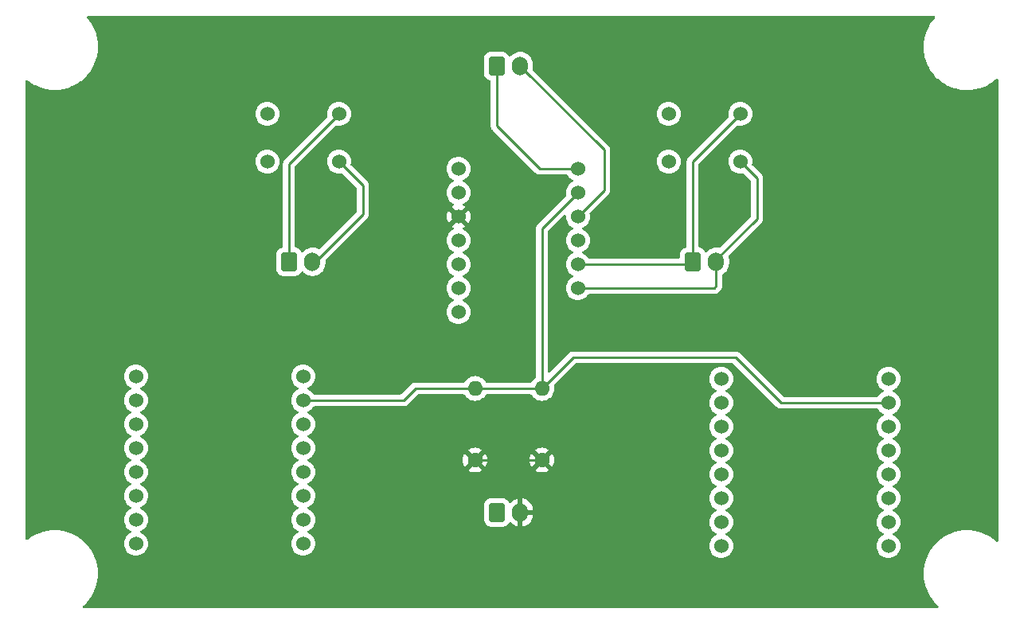
<source format=gtl>
%TF.GenerationSoftware,KiCad,Pcbnew,6.0.11-2627ca5db0~126~ubuntu20.04.1*%
%TF.CreationDate,2023-02-14T13:25:53-05:00*%
%TF.ProjectId,PowerSwitches,506f7765-7253-4776-9974-636865732e6b,rev?*%
%TF.SameCoordinates,Original*%
%TF.FileFunction,Copper,L1,Top*%
%TF.FilePolarity,Positive*%
%FSLAX46Y46*%
G04 Gerber Fmt 4.6, Leading zero omitted, Abs format (unit mm)*
G04 Created by KiCad (PCBNEW 6.0.11-2627ca5db0~126~ubuntu20.04.1) date 2023-02-14 13:25:53*
%MOMM*%
%LPD*%
G01*
G04 APERTURE LIST*
G04 Aperture macros list*
%AMRoundRect*
0 Rectangle with rounded corners*
0 $1 Rounding radius*
0 $2 $3 $4 $5 $6 $7 $8 $9 X,Y pos of 4 corners*
0 Add a 4 corners polygon primitive as box body*
4,1,4,$2,$3,$4,$5,$6,$7,$8,$9,$2,$3,0*
0 Add four circle primitives for the rounded corners*
1,1,$1+$1,$2,$3*
1,1,$1+$1,$4,$5*
1,1,$1+$1,$6,$7*
1,1,$1+$1,$8,$9*
0 Add four rect primitives between the rounded corners*
20,1,$1+$1,$2,$3,$4,$5,0*
20,1,$1+$1,$4,$5,$6,$7,0*
20,1,$1+$1,$6,$7,$8,$9,0*
20,1,$1+$1,$8,$9,$2,$3,0*%
G04 Aperture macros list end*
%TA.AperFunction,ComponentPad*%
%ADD10C,1.524000*%
%TD*%
%TA.AperFunction,ComponentPad*%
%ADD11RoundRect,0.250000X-0.600000X-0.750000X0.600000X-0.750000X0.600000X0.750000X-0.600000X0.750000X0*%
%TD*%
%TA.AperFunction,ComponentPad*%
%ADD12O,1.700000X2.000000*%
%TD*%
%TA.AperFunction,ComponentPad*%
%ADD13C,1.600000*%
%TD*%
%TA.AperFunction,ComponentPad*%
%ADD14O,1.600000X1.600000*%
%TD*%
%TA.AperFunction,Conductor*%
%ADD15C,0.250000*%
%TD*%
G04 APERTURE END LIST*
D10*
X124460000Y-100838000D03*
X124460000Y-98298000D03*
X124460000Y-95758000D03*
X124460000Y-93218000D03*
X124460000Y-90678000D03*
X124460000Y-88138000D03*
X124460000Y-85598000D03*
X124460000Y-83058000D03*
X106680000Y-83058000D03*
X106680000Y-85598000D03*
X106680000Y-88138000D03*
X106680000Y-90678000D03*
X106680000Y-93218000D03*
X106680000Y-95758000D03*
X106680000Y-98298000D03*
X106680000Y-100838000D03*
D11*
X145034000Y-50038000D03*
D12*
X147534000Y-50038000D03*
D13*
X142748000Y-91948000D03*
D14*
X142748000Y-84328000D03*
D11*
X122956000Y-70849000D03*
D12*
X125456000Y-70849000D03*
D10*
X140970000Y-60960000D03*
X140970000Y-63500000D03*
X140970000Y-66040000D03*
X140970000Y-68580000D03*
X140970000Y-71120000D03*
X140970000Y-73660000D03*
X140970000Y-76200000D03*
X153670000Y-73660000D03*
X153670000Y-71120000D03*
X153670000Y-68580000D03*
X153670000Y-66040000D03*
X153670000Y-63500000D03*
X153670000Y-60960000D03*
D11*
X145054000Y-97519000D03*
D12*
X147554000Y-97519000D03*
D10*
X170942000Y-60198000D03*
X163322000Y-60198000D03*
X170942000Y-55118000D03*
X163322000Y-55118000D03*
D13*
X149860000Y-91948000D03*
D14*
X149860000Y-84328000D03*
D10*
X128270000Y-60198000D03*
X120650000Y-60198000D03*
X128270000Y-55118000D03*
X120650000Y-55118000D03*
X186690000Y-101092000D03*
X186690000Y-98552000D03*
X186690000Y-96012000D03*
X186690000Y-93472000D03*
X186690000Y-90932000D03*
X186690000Y-88392000D03*
X186690000Y-85852000D03*
X186690000Y-83312000D03*
X168910000Y-83312000D03*
X168910000Y-85852000D03*
X168910000Y-88392000D03*
X168910000Y-90932000D03*
X168910000Y-93472000D03*
X168910000Y-96012000D03*
X168910000Y-98552000D03*
X168910000Y-101092000D03*
D11*
X165882000Y-70849000D03*
D12*
X168382000Y-70849000D03*
D15*
X170942000Y-60198000D02*
X172720000Y-61976000D01*
X172720000Y-61976000D02*
X172720000Y-66294000D01*
X172720000Y-66294000D02*
X168382000Y-70632000D01*
X168382000Y-70632000D02*
X168382000Y-70849000D01*
X128270000Y-60198000D02*
X130810000Y-62738000D01*
X130810000Y-62738000D02*
X130810000Y-65786000D01*
X130810000Y-65786000D02*
X125747000Y-70849000D01*
X125747000Y-70849000D02*
X125456000Y-70849000D01*
X165882000Y-70849000D02*
X165882000Y-60178000D01*
X165882000Y-60178000D02*
X170942000Y-55118000D01*
X122956000Y-70849000D02*
X122956000Y-60432000D01*
X122956000Y-60432000D02*
X128270000Y-55118000D01*
X149860000Y-91948000D02*
X142748000Y-91948000D01*
X147554000Y-97519000D02*
X147554000Y-94254000D01*
X147554000Y-94254000D02*
X149860000Y-91948000D01*
X153670000Y-71120000D02*
X165611000Y-71120000D01*
X153670000Y-73660000D02*
X168148000Y-73660000D01*
X168382000Y-73426000D02*
X168382000Y-70849000D01*
X168148000Y-73660000D02*
X168382000Y-73426000D01*
X145034000Y-56388000D02*
X145034000Y-50038000D01*
X149606000Y-60960000D02*
X145034000Y-56388000D01*
X153670000Y-60960000D02*
X149606000Y-60960000D01*
X153670000Y-66040000D02*
X156464000Y-63246000D01*
X156464000Y-63246000D02*
X156464000Y-58968000D01*
X156464000Y-58968000D02*
X147534000Y-50038000D01*
X135128000Y-85598000D02*
X124460000Y-85598000D01*
X170434000Y-81026000D02*
X175260000Y-85852000D01*
X153670000Y-63500000D02*
X149860000Y-67310000D01*
X149860000Y-67310000D02*
X149860000Y-84328000D01*
X136398000Y-84328000D02*
X135128000Y-85598000D01*
X175260000Y-85852000D02*
X186690000Y-85852000D01*
X149860000Y-84328000D02*
X153162000Y-81026000D01*
X153162000Y-81026000D02*
X170434000Y-81026000D01*
X142748000Y-84328000D02*
X136398000Y-84328000D01*
X149860000Y-84328000D02*
X142748000Y-84328000D01*
%TA.AperFunction,Conductor*%
G36*
X191595014Y-44736502D02*
G01*
X191641507Y-44790158D01*
X191651611Y-44860432D01*
X191623908Y-44922900D01*
X191365835Y-45234304D01*
X191364192Y-45236708D01*
X191127180Y-45583503D01*
X191127174Y-45583513D01*
X191125537Y-45585908D01*
X191124131Y-45588439D01*
X191124125Y-45588449D01*
X190920161Y-45955653D01*
X190920157Y-45955662D01*
X190918744Y-45958205D01*
X190917571Y-45960872D01*
X190917566Y-45960881D01*
X190766145Y-46305012D01*
X190747225Y-46348012D01*
X190612445Y-46751996D01*
X190611781Y-46754839D01*
X190519251Y-47150901D01*
X190515559Y-47166703D01*
X190457393Y-47588586D01*
X190438445Y-48014038D01*
X190438585Y-48016953D01*
X190456813Y-48396422D01*
X190458878Y-48439422D01*
X190459286Y-48442306D01*
X190459286Y-48442307D01*
X190512835Y-48820928D01*
X190518516Y-48861099D01*
X190519187Y-48863926D01*
X190519188Y-48863932D01*
X190554591Y-49013114D01*
X190616850Y-49275465D01*
X190617781Y-49278223D01*
X190617784Y-49278234D01*
X190669094Y-49430259D01*
X190753038Y-49678976D01*
X190754222Y-49681641D01*
X190900427Y-50010795D01*
X190925917Y-50068182D01*
X190927340Y-50070723D01*
X190927342Y-50070727D01*
X191132586Y-50437217D01*
X191134008Y-50439756D01*
X191375532Y-50790519D01*
X191377395Y-50792751D01*
X191377401Y-50792759D01*
X191418208Y-50841650D01*
X191648424Y-51117473D01*
X191650492Y-51119530D01*
X191914475Y-51382134D01*
X191950349Y-51417821D01*
X191952591Y-51419672D01*
X191952596Y-51419677D01*
X192276486Y-51687147D01*
X192276494Y-51687153D01*
X192278727Y-51688997D01*
X192281136Y-51690637D01*
X192281137Y-51690638D01*
X192628332Y-51927035D01*
X192628337Y-51927038D01*
X192630750Y-51928681D01*
X192633298Y-51930091D01*
X192633307Y-51930096D01*
X192900375Y-52077829D01*
X193003408Y-52134824D01*
X193006074Y-52135992D01*
X193006075Y-52135992D01*
X193297426Y-52263583D01*
X193393514Y-52305663D01*
X193797733Y-52439737D01*
X193800559Y-52440392D01*
X193800566Y-52440394D01*
X194209763Y-52535240D01*
X194209772Y-52535242D01*
X194212608Y-52535899D01*
X194634592Y-52593329D01*
X194637442Y-52593456D01*
X194637443Y-52593456D01*
X194928914Y-52606437D01*
X194928931Y-52606437D01*
X194930337Y-52606500D01*
X195153369Y-52606500D01*
X195154809Y-52606433D01*
X195154824Y-52606433D01*
X195293718Y-52600004D01*
X195469418Y-52591872D01*
X195891199Y-52532970D01*
X195894021Y-52532305D01*
X195894029Y-52532304D01*
X196302896Y-52436028D01*
X196302901Y-52436026D01*
X196305736Y-52435359D01*
X196692236Y-52305663D01*
X196706728Y-52300800D01*
X196706731Y-52300799D01*
X196709484Y-52299875D01*
X196712142Y-52298700D01*
X197096344Y-52128847D01*
X197096350Y-52128844D01*
X197098992Y-52127676D01*
X197470928Y-51920233D01*
X197617805Y-51819476D01*
X197819706Y-51680973D01*
X197819713Y-51680968D01*
X197822112Y-51679322D01*
X198058862Y-51482419D01*
X198147300Y-51408866D01*
X198147302Y-51408864D01*
X198149541Y-51407002D01*
X198151602Y-51404937D01*
X198151609Y-51404931D01*
X198158329Y-51398200D01*
X198220612Y-51364121D01*
X198291432Y-51369126D01*
X198348304Y-51411624D01*
X198373171Y-51478123D01*
X198373500Y-51487219D01*
X198373500Y-100525728D01*
X198353498Y-100593849D01*
X198299842Y-100640342D01*
X198229568Y-100650446D01*
X198164988Y-100620952D01*
X198158639Y-100615057D01*
X198152799Y-100609248D01*
X198137651Y-100594179D01*
X198135409Y-100592328D01*
X198135404Y-100592323D01*
X197811514Y-100324853D01*
X197811506Y-100324847D01*
X197809273Y-100323003D01*
X197728963Y-100268322D01*
X197459668Y-100084965D01*
X197459663Y-100084962D01*
X197457250Y-100083319D01*
X197454702Y-100081909D01*
X197454693Y-100081904D01*
X197109508Y-99890959D01*
X197084592Y-99877176D01*
X196990618Y-99836022D01*
X196697158Y-99707507D01*
X196697155Y-99707506D01*
X196694486Y-99706337D01*
X196290267Y-99572263D01*
X196287441Y-99571608D01*
X196287434Y-99571606D01*
X195878237Y-99476760D01*
X195878228Y-99476758D01*
X195875392Y-99476101D01*
X195453408Y-99418671D01*
X195450558Y-99418544D01*
X195450557Y-99418544D01*
X195159086Y-99405563D01*
X195159069Y-99405563D01*
X195157663Y-99405500D01*
X194934631Y-99405500D01*
X194933191Y-99405567D01*
X194933176Y-99405567D01*
X194794282Y-99411996D01*
X194618582Y-99420128D01*
X194196801Y-99479030D01*
X194193979Y-99479695D01*
X194193971Y-99479696D01*
X193785104Y-99575972D01*
X193785099Y-99575974D01*
X193782264Y-99576641D01*
X193607523Y-99635278D01*
X193381272Y-99711200D01*
X193381269Y-99711201D01*
X193378516Y-99712125D01*
X193375860Y-99713299D01*
X193375858Y-99713300D01*
X192991656Y-99883153D01*
X192991650Y-99883156D01*
X192989008Y-99884324D01*
X192617072Y-100091767D01*
X192470195Y-100192524D01*
X192268294Y-100331027D01*
X192268287Y-100331032D01*
X192265888Y-100332678D01*
X192151069Y-100428172D01*
X191944500Y-100599974D01*
X191938459Y-100604998D01*
X191882441Y-100661114D01*
X191651488Y-100892470D01*
X191637583Y-100906399D01*
X191365835Y-101234304D01*
X191364192Y-101236708D01*
X191127180Y-101583503D01*
X191127174Y-101583513D01*
X191125537Y-101585908D01*
X191124131Y-101588439D01*
X191124125Y-101588449D01*
X190920161Y-101955653D01*
X190920157Y-101955662D01*
X190918744Y-101958205D01*
X190917571Y-101960872D01*
X190917566Y-101960881D01*
X190752607Y-102335780D01*
X190747225Y-102348012D01*
X190612445Y-102751996D01*
X190611781Y-102754839D01*
X190519251Y-103150901D01*
X190515559Y-103166703D01*
X190457393Y-103588586D01*
X190438445Y-104014038D01*
X190438585Y-104016953D01*
X190458248Y-104426298D01*
X190458878Y-104439422D01*
X190518516Y-104861099D01*
X190616850Y-105275465D01*
X190617781Y-105278223D01*
X190617784Y-105278234D01*
X190697676Y-105514944D01*
X190753038Y-105678976D01*
X190754222Y-105681641D01*
X190919527Y-106053795D01*
X190925917Y-106068182D01*
X191134008Y-106439756D01*
X191375532Y-106790519D01*
X191377395Y-106792751D01*
X191377401Y-106792759D01*
X191532881Y-106979040D01*
X191648424Y-107117473D01*
X191950349Y-107417821D01*
X191952591Y-107419672D01*
X191952596Y-107419677D01*
X192001843Y-107460345D01*
X192041632Y-107519144D01*
X192043316Y-107590121D01*
X192006360Y-107650741D01*
X191942497Y-107681757D01*
X191921612Y-107683500D01*
X101165634Y-107683500D01*
X101097513Y-107663498D01*
X101051020Y-107609842D01*
X101040916Y-107539568D01*
X101070410Y-107474988D01*
X101085065Y-107460626D01*
X101147300Y-107408866D01*
X101147302Y-107408864D01*
X101149541Y-107407002D01*
X101373500Y-107182652D01*
X101448363Y-107107659D01*
X101448367Y-107107654D01*
X101450417Y-107105601D01*
X101722165Y-106777696D01*
X101954860Y-106437217D01*
X101960820Y-106428497D01*
X101960826Y-106428487D01*
X101962463Y-106426092D01*
X101963869Y-106423561D01*
X101963875Y-106423551D01*
X102167839Y-106056347D01*
X102167843Y-106056338D01*
X102169256Y-106053795D01*
X102170429Y-106051128D01*
X102170434Y-106051119D01*
X102339601Y-105666657D01*
X102339604Y-105666650D01*
X102340775Y-105663988D01*
X102475555Y-105260004D01*
X102509677Y-105113949D01*
X102571776Y-104848145D01*
X102571777Y-104848137D01*
X102572441Y-104845297D01*
X102630607Y-104423414D01*
X102649555Y-103997962D01*
X102629891Y-103588586D01*
X102629262Y-103575483D01*
X102629261Y-103575473D01*
X102629122Y-103572578D01*
X102569484Y-103150901D01*
X102471150Y-102736535D01*
X102470219Y-102733777D01*
X102470216Y-102733766D01*
X102340171Y-102348457D01*
X102334962Y-102333024D01*
X102169662Y-101960881D01*
X102163271Y-101946492D01*
X102163269Y-101946488D01*
X102162083Y-101943818D01*
X102144142Y-101911781D01*
X101955414Y-101574783D01*
X101955413Y-101574781D01*
X101953992Y-101572244D01*
X101927093Y-101533178D01*
X101748766Y-101274196D01*
X101712468Y-101221481D01*
X101710605Y-101219249D01*
X101710599Y-101219241D01*
X101441446Y-100896768D01*
X101439576Y-100894527D01*
X101382752Y-100838000D01*
X105404647Y-100838000D01*
X105424022Y-101059463D01*
X105481560Y-101274196D01*
X105483882Y-101279177D01*
X105483883Y-101279178D01*
X105573186Y-101470689D01*
X105573189Y-101470694D01*
X105575512Y-101475676D01*
X105578668Y-101480183D01*
X105578669Y-101480185D01*
X105608569Y-101522886D01*
X105703023Y-101657781D01*
X105860219Y-101814977D01*
X105864727Y-101818134D01*
X105864730Y-101818136D01*
X105940495Y-101871187D01*
X106042323Y-101942488D01*
X106047305Y-101944811D01*
X106047310Y-101944814D01*
X106238822Y-102034117D01*
X106243804Y-102036440D01*
X106249112Y-102037862D01*
X106249114Y-102037863D01*
X106314949Y-102055503D01*
X106458537Y-102093978D01*
X106680000Y-102113353D01*
X106901463Y-102093978D01*
X107045051Y-102055503D01*
X107110886Y-102037863D01*
X107110888Y-102037862D01*
X107116196Y-102036440D01*
X107121178Y-102034117D01*
X107312690Y-101944814D01*
X107312695Y-101944811D01*
X107317677Y-101942488D01*
X107419505Y-101871187D01*
X107495270Y-101818136D01*
X107495273Y-101818134D01*
X107499781Y-101814977D01*
X107656977Y-101657781D01*
X107751432Y-101522886D01*
X107781331Y-101480185D01*
X107781332Y-101480183D01*
X107784488Y-101475676D01*
X107786811Y-101470694D01*
X107786814Y-101470689D01*
X107876117Y-101279178D01*
X107876118Y-101279177D01*
X107878440Y-101274196D01*
X107935978Y-101059463D01*
X107955353Y-100838000D01*
X123184647Y-100838000D01*
X123204022Y-101059463D01*
X123261560Y-101274196D01*
X123263882Y-101279177D01*
X123263883Y-101279178D01*
X123353186Y-101470689D01*
X123353189Y-101470694D01*
X123355512Y-101475676D01*
X123358668Y-101480183D01*
X123358669Y-101480185D01*
X123388569Y-101522886D01*
X123483023Y-101657781D01*
X123640219Y-101814977D01*
X123644727Y-101818134D01*
X123644730Y-101818136D01*
X123720495Y-101871187D01*
X123822323Y-101942488D01*
X123827305Y-101944811D01*
X123827310Y-101944814D01*
X124018822Y-102034117D01*
X124023804Y-102036440D01*
X124029112Y-102037862D01*
X124029114Y-102037863D01*
X124094949Y-102055503D01*
X124238537Y-102093978D01*
X124460000Y-102113353D01*
X124681463Y-102093978D01*
X124825051Y-102055503D01*
X124890886Y-102037863D01*
X124890888Y-102037862D01*
X124896196Y-102036440D01*
X124901178Y-102034117D01*
X125092690Y-101944814D01*
X125092695Y-101944811D01*
X125097677Y-101942488D01*
X125199505Y-101871187D01*
X125275270Y-101818136D01*
X125275273Y-101818134D01*
X125279781Y-101814977D01*
X125436977Y-101657781D01*
X125531432Y-101522886D01*
X125561331Y-101480185D01*
X125561332Y-101480183D01*
X125564488Y-101475676D01*
X125566811Y-101470694D01*
X125566814Y-101470689D01*
X125656117Y-101279178D01*
X125656118Y-101279177D01*
X125658440Y-101274196D01*
X125707260Y-101092000D01*
X167634647Y-101092000D01*
X167654022Y-101313463D01*
X167711560Y-101528196D01*
X167713882Y-101533177D01*
X167713883Y-101533178D01*
X167803186Y-101724689D01*
X167803189Y-101724694D01*
X167805512Y-101729676D01*
X167808668Y-101734183D01*
X167808669Y-101734185D01*
X167862512Y-101811080D01*
X167933023Y-101911781D01*
X168090219Y-102068977D01*
X168094727Y-102072134D01*
X168094730Y-102072136D01*
X168123890Y-102092554D01*
X168272323Y-102196488D01*
X168277305Y-102198811D01*
X168277310Y-102198814D01*
X168468822Y-102288117D01*
X168473804Y-102290440D01*
X168479112Y-102291862D01*
X168479114Y-102291863D01*
X168544949Y-102309503D01*
X168688537Y-102347978D01*
X168910000Y-102367353D01*
X169131463Y-102347978D01*
X169275051Y-102309503D01*
X169340886Y-102291863D01*
X169340888Y-102291862D01*
X169346196Y-102290440D01*
X169351178Y-102288117D01*
X169542690Y-102198814D01*
X169542695Y-102198811D01*
X169547677Y-102196488D01*
X169696110Y-102092554D01*
X169725270Y-102072136D01*
X169725273Y-102072134D01*
X169729781Y-102068977D01*
X169886977Y-101911781D01*
X169957489Y-101811080D01*
X170011331Y-101734185D01*
X170011332Y-101734183D01*
X170014488Y-101729676D01*
X170016811Y-101724694D01*
X170016814Y-101724689D01*
X170106117Y-101533178D01*
X170106118Y-101533177D01*
X170108440Y-101528196D01*
X170165978Y-101313463D01*
X170185353Y-101092000D01*
X170165978Y-100870537D01*
X170108440Y-100655804D01*
X170101230Y-100640342D01*
X170016814Y-100459311D01*
X170016811Y-100459306D01*
X170014488Y-100454324D01*
X169996176Y-100428172D01*
X169890136Y-100276730D01*
X169890134Y-100276727D01*
X169886977Y-100272219D01*
X169729781Y-100115023D01*
X169725273Y-100111866D01*
X169725270Y-100111864D01*
X169591531Y-100018219D01*
X169547677Y-99987512D01*
X169542695Y-99985189D01*
X169542690Y-99985186D01*
X169437627Y-99936195D01*
X169384342Y-99889278D01*
X169364881Y-99821001D01*
X169385423Y-99753041D01*
X169437627Y-99707805D01*
X169542690Y-99658814D01*
X169542695Y-99658811D01*
X169547677Y-99656488D01*
X169666653Y-99573180D01*
X169725270Y-99532136D01*
X169725273Y-99532134D01*
X169729781Y-99528977D01*
X169886977Y-99371781D01*
X169957489Y-99271080D01*
X170011331Y-99194185D01*
X170011332Y-99194183D01*
X170014488Y-99189676D01*
X170016811Y-99184694D01*
X170016814Y-99184689D01*
X170106117Y-98993178D01*
X170106118Y-98993177D01*
X170108440Y-98988196D01*
X170115697Y-98961115D01*
X170140565Y-98868305D01*
X170165978Y-98773463D01*
X170185353Y-98552000D01*
X170165978Y-98330537D01*
X170108440Y-98115804D01*
X170106117Y-98110822D01*
X170016814Y-97919311D01*
X170016811Y-97919306D01*
X170014488Y-97914324D01*
X170011331Y-97909815D01*
X169890136Y-97736730D01*
X169890134Y-97736727D01*
X169886977Y-97732219D01*
X169729781Y-97575023D01*
X169725273Y-97571866D01*
X169725270Y-97571864D01*
X169591531Y-97478219D01*
X169547677Y-97447512D01*
X169542695Y-97445189D01*
X169542690Y-97445186D01*
X169437627Y-97396195D01*
X169384342Y-97349278D01*
X169364881Y-97281001D01*
X169385423Y-97213041D01*
X169437627Y-97167805D01*
X169542690Y-97118814D01*
X169542695Y-97118811D01*
X169547677Y-97116488D01*
X169694076Y-97013978D01*
X169725270Y-96992136D01*
X169725273Y-96992134D01*
X169729781Y-96988977D01*
X169886977Y-96831781D01*
X169957489Y-96731080D01*
X170011331Y-96654185D01*
X170011332Y-96654183D01*
X170014488Y-96649676D01*
X170016811Y-96644694D01*
X170016814Y-96644689D01*
X170106117Y-96453178D01*
X170106118Y-96453177D01*
X170108440Y-96448196D01*
X170165978Y-96233463D01*
X170185353Y-96012000D01*
X170165978Y-95790537D01*
X170108440Y-95575804D01*
X170106117Y-95570822D01*
X170016814Y-95379311D01*
X170016811Y-95379306D01*
X170014488Y-95374324D01*
X170011331Y-95369815D01*
X169890136Y-95196730D01*
X169890134Y-95196727D01*
X169886977Y-95192219D01*
X169729781Y-95035023D01*
X169725273Y-95031866D01*
X169725270Y-95031864D01*
X169591531Y-94938219D01*
X169547677Y-94907512D01*
X169542695Y-94905189D01*
X169542690Y-94905186D01*
X169437627Y-94856195D01*
X169384342Y-94809278D01*
X169364881Y-94741001D01*
X169385423Y-94673041D01*
X169437627Y-94627805D01*
X169542690Y-94578814D01*
X169542695Y-94578811D01*
X169547677Y-94576488D01*
X169694076Y-94473978D01*
X169725270Y-94452136D01*
X169725273Y-94452134D01*
X169729781Y-94448977D01*
X169886977Y-94291781D01*
X169957489Y-94191080D01*
X170011331Y-94114185D01*
X170011332Y-94114183D01*
X170014488Y-94109676D01*
X170016811Y-94104694D01*
X170016814Y-94104689D01*
X170106117Y-93913178D01*
X170106118Y-93913177D01*
X170108440Y-93908196D01*
X170165978Y-93693463D01*
X170185353Y-93472000D01*
X170165978Y-93250537D01*
X170108440Y-93035804D01*
X170101801Y-93021566D01*
X170016814Y-92839311D01*
X170016811Y-92839306D01*
X170014488Y-92834324D01*
X170011331Y-92829815D01*
X169890136Y-92656730D01*
X169890134Y-92656727D01*
X169886977Y-92652219D01*
X169729781Y-92495023D01*
X169725273Y-92491866D01*
X169725270Y-92491864D01*
X169597973Y-92402730D01*
X169547677Y-92367512D01*
X169542695Y-92365189D01*
X169542690Y-92365186D01*
X169437627Y-92316195D01*
X169384342Y-92269278D01*
X169364881Y-92201001D01*
X169385423Y-92133041D01*
X169437627Y-92087805D01*
X169542690Y-92038814D01*
X169542695Y-92038811D01*
X169547677Y-92036488D01*
X169660369Y-91957580D01*
X169725270Y-91912136D01*
X169725273Y-91912134D01*
X169729781Y-91908977D01*
X169886977Y-91751781D01*
X169905393Y-91725481D01*
X170011331Y-91574185D01*
X170011332Y-91574183D01*
X170014488Y-91569676D01*
X170016811Y-91564694D01*
X170016814Y-91564689D01*
X170106117Y-91373178D01*
X170106118Y-91373177D01*
X170108440Y-91368196D01*
X170165978Y-91153463D01*
X170185353Y-90932000D01*
X170165978Y-90710537D01*
X170108440Y-90495804D01*
X170106117Y-90490822D01*
X170016814Y-90299311D01*
X170016811Y-90299306D01*
X170014488Y-90294324D01*
X170011331Y-90289815D01*
X169890136Y-90116730D01*
X169890134Y-90116727D01*
X169886977Y-90112219D01*
X169729781Y-89955023D01*
X169725273Y-89951866D01*
X169725270Y-89951864D01*
X169591531Y-89858219D01*
X169547677Y-89827512D01*
X169542695Y-89825189D01*
X169542690Y-89825186D01*
X169437627Y-89776195D01*
X169384342Y-89729278D01*
X169364881Y-89661001D01*
X169385423Y-89593041D01*
X169437627Y-89547805D01*
X169542690Y-89498814D01*
X169542695Y-89498811D01*
X169547677Y-89496488D01*
X169694076Y-89393978D01*
X169725270Y-89372136D01*
X169725273Y-89372134D01*
X169729781Y-89368977D01*
X169886977Y-89211781D01*
X169957489Y-89111080D01*
X170011331Y-89034185D01*
X170011332Y-89034183D01*
X170014488Y-89029676D01*
X170016811Y-89024694D01*
X170016814Y-89024689D01*
X170106117Y-88833178D01*
X170106118Y-88833177D01*
X170108440Y-88828196D01*
X170165978Y-88613463D01*
X170185353Y-88392000D01*
X170165978Y-88170537D01*
X170108440Y-87955804D01*
X170106117Y-87950822D01*
X170016814Y-87759311D01*
X170016811Y-87759306D01*
X170014488Y-87754324D01*
X170011331Y-87749815D01*
X169890136Y-87576730D01*
X169890134Y-87576727D01*
X169886977Y-87572219D01*
X169729781Y-87415023D01*
X169725273Y-87411866D01*
X169725270Y-87411864D01*
X169591531Y-87318219D01*
X169547677Y-87287512D01*
X169542695Y-87285189D01*
X169542690Y-87285186D01*
X169437627Y-87236195D01*
X169384342Y-87189278D01*
X169364881Y-87121001D01*
X169385423Y-87053041D01*
X169437627Y-87007805D01*
X169542690Y-86958814D01*
X169542695Y-86958811D01*
X169547677Y-86956488D01*
X169694076Y-86853978D01*
X169725270Y-86832136D01*
X169725273Y-86832134D01*
X169729781Y-86828977D01*
X169886977Y-86671781D01*
X169957489Y-86571080D01*
X170011331Y-86494185D01*
X170011332Y-86494183D01*
X170014488Y-86489676D01*
X170016811Y-86484694D01*
X170016814Y-86484689D01*
X170106117Y-86293178D01*
X170106118Y-86293177D01*
X170108440Y-86288196D01*
X170123109Y-86233453D01*
X170141449Y-86165006D01*
X170165978Y-86073463D01*
X170185353Y-85852000D01*
X170165978Y-85630537D01*
X170108440Y-85415804D01*
X170106117Y-85410822D01*
X170016814Y-85219311D01*
X170016811Y-85219306D01*
X170014488Y-85214324D01*
X170011331Y-85209815D01*
X169890136Y-85036730D01*
X169890134Y-85036727D01*
X169886977Y-85032219D01*
X169729781Y-84875023D01*
X169725273Y-84871866D01*
X169725270Y-84871864D01*
X169590137Y-84777243D01*
X169547677Y-84747512D01*
X169542695Y-84745189D01*
X169542690Y-84745186D01*
X169437627Y-84696195D01*
X169384342Y-84649278D01*
X169364881Y-84581001D01*
X169385423Y-84513041D01*
X169437627Y-84467805D01*
X169542690Y-84418814D01*
X169542695Y-84418811D01*
X169547677Y-84416488D01*
X169654025Y-84342022D01*
X169725270Y-84292136D01*
X169725273Y-84292134D01*
X169729781Y-84288977D01*
X169886977Y-84131781D01*
X169905456Y-84105391D01*
X170011331Y-83954185D01*
X170011332Y-83954183D01*
X170014488Y-83949676D01*
X170016811Y-83944694D01*
X170016814Y-83944689D01*
X170106117Y-83753178D01*
X170106118Y-83753177D01*
X170108440Y-83748196D01*
X170113855Y-83727989D01*
X170164554Y-83538776D01*
X170165978Y-83533463D01*
X170185353Y-83312000D01*
X170165978Y-83090537D01*
X170108440Y-82875804D01*
X170106117Y-82870822D01*
X170016814Y-82679311D01*
X170016811Y-82679306D01*
X170014488Y-82674324D01*
X170011331Y-82669815D01*
X169890136Y-82496730D01*
X169890134Y-82496727D01*
X169886977Y-82492219D01*
X169729781Y-82335023D01*
X169725273Y-82331866D01*
X169725270Y-82331864D01*
X169591531Y-82238219D01*
X169547677Y-82207512D01*
X169542695Y-82205189D01*
X169542690Y-82205186D01*
X169351178Y-82115883D01*
X169351177Y-82115882D01*
X169346196Y-82113560D01*
X169340888Y-82112138D01*
X169340886Y-82112137D01*
X169224767Y-82081023D01*
X169131463Y-82056022D01*
X168910000Y-82036647D01*
X168688537Y-82056022D01*
X168595233Y-82081023D01*
X168479114Y-82112137D01*
X168479112Y-82112138D01*
X168473804Y-82113560D01*
X168468823Y-82115882D01*
X168468822Y-82115883D01*
X168277311Y-82205186D01*
X168277306Y-82205189D01*
X168272324Y-82207512D01*
X168267817Y-82210668D01*
X168267815Y-82210669D01*
X168094730Y-82331864D01*
X168094727Y-82331866D01*
X168090219Y-82335023D01*
X167933023Y-82492219D01*
X167929866Y-82496727D01*
X167929864Y-82496730D01*
X167808669Y-82669815D01*
X167805512Y-82674324D01*
X167803189Y-82679306D01*
X167803186Y-82679311D01*
X167713883Y-82870822D01*
X167711560Y-82875804D01*
X167654022Y-83090537D01*
X167634647Y-83312000D01*
X167654022Y-83533463D01*
X167655446Y-83538776D01*
X167706146Y-83727989D01*
X167711560Y-83748196D01*
X167713882Y-83753177D01*
X167713883Y-83753178D01*
X167803186Y-83944689D01*
X167803189Y-83944694D01*
X167805512Y-83949676D01*
X167808668Y-83954183D01*
X167808669Y-83954185D01*
X167914545Y-84105391D01*
X167933023Y-84131781D01*
X168090219Y-84288977D01*
X168094727Y-84292134D01*
X168094730Y-84292136D01*
X168165975Y-84342022D01*
X168272323Y-84416488D01*
X168277305Y-84418811D01*
X168277310Y-84418814D01*
X168382373Y-84467805D01*
X168435658Y-84514722D01*
X168455119Y-84582999D01*
X168434577Y-84650959D01*
X168382373Y-84696195D01*
X168277311Y-84745186D01*
X168277306Y-84745189D01*
X168272324Y-84747512D01*
X168267817Y-84750668D01*
X168267815Y-84750669D01*
X168094730Y-84871864D01*
X168094727Y-84871866D01*
X168090219Y-84875023D01*
X167933023Y-85032219D01*
X167929866Y-85036727D01*
X167929864Y-85036730D01*
X167808669Y-85209815D01*
X167805512Y-85214324D01*
X167803189Y-85219306D01*
X167803186Y-85219311D01*
X167713883Y-85410822D01*
X167711560Y-85415804D01*
X167654022Y-85630537D01*
X167634647Y-85852000D01*
X167654022Y-86073463D01*
X167678551Y-86165006D01*
X167696892Y-86233453D01*
X167711560Y-86288196D01*
X167713882Y-86293177D01*
X167713883Y-86293178D01*
X167803186Y-86484689D01*
X167803189Y-86484694D01*
X167805512Y-86489676D01*
X167808668Y-86494183D01*
X167808669Y-86494185D01*
X167862512Y-86571080D01*
X167933023Y-86671781D01*
X168090219Y-86828977D01*
X168094727Y-86832134D01*
X168094730Y-86832136D01*
X168125924Y-86853978D01*
X168272323Y-86956488D01*
X168277305Y-86958811D01*
X168277310Y-86958814D01*
X168382373Y-87007805D01*
X168435658Y-87054722D01*
X168455119Y-87122999D01*
X168434577Y-87190959D01*
X168382373Y-87236195D01*
X168277311Y-87285186D01*
X168277306Y-87285189D01*
X168272324Y-87287512D01*
X168267817Y-87290668D01*
X168267815Y-87290669D01*
X168094730Y-87411864D01*
X168094727Y-87411866D01*
X168090219Y-87415023D01*
X167933023Y-87572219D01*
X167929866Y-87576727D01*
X167929864Y-87576730D01*
X167808669Y-87749815D01*
X167805512Y-87754324D01*
X167803189Y-87759306D01*
X167803186Y-87759311D01*
X167713883Y-87950822D01*
X167711560Y-87955804D01*
X167654022Y-88170537D01*
X167634647Y-88392000D01*
X167654022Y-88613463D01*
X167711560Y-88828196D01*
X167713882Y-88833177D01*
X167713883Y-88833178D01*
X167803186Y-89024689D01*
X167803189Y-89024694D01*
X167805512Y-89029676D01*
X167808668Y-89034183D01*
X167808669Y-89034185D01*
X167862512Y-89111080D01*
X167933023Y-89211781D01*
X168090219Y-89368977D01*
X168094727Y-89372134D01*
X168094730Y-89372136D01*
X168125924Y-89393978D01*
X168272323Y-89496488D01*
X168277305Y-89498811D01*
X168277310Y-89498814D01*
X168382373Y-89547805D01*
X168435658Y-89594722D01*
X168455119Y-89662999D01*
X168434577Y-89730959D01*
X168382373Y-89776195D01*
X168277311Y-89825186D01*
X168277306Y-89825189D01*
X168272324Y-89827512D01*
X168267817Y-89830668D01*
X168267815Y-89830669D01*
X168094730Y-89951864D01*
X168094727Y-89951866D01*
X168090219Y-89955023D01*
X167933023Y-90112219D01*
X167929866Y-90116727D01*
X167929864Y-90116730D01*
X167808669Y-90289815D01*
X167805512Y-90294324D01*
X167803189Y-90299306D01*
X167803186Y-90299311D01*
X167713883Y-90490822D01*
X167711560Y-90495804D01*
X167654022Y-90710537D01*
X167634647Y-90932000D01*
X167654022Y-91153463D01*
X167711560Y-91368196D01*
X167713882Y-91373177D01*
X167713883Y-91373178D01*
X167803186Y-91564689D01*
X167803189Y-91564694D01*
X167805512Y-91569676D01*
X167808668Y-91574183D01*
X167808669Y-91574185D01*
X167914608Y-91725481D01*
X167933023Y-91751781D01*
X168090219Y-91908977D01*
X168094727Y-91912134D01*
X168094730Y-91912136D01*
X168159631Y-91957580D01*
X168272323Y-92036488D01*
X168277305Y-92038811D01*
X168277310Y-92038814D01*
X168382373Y-92087805D01*
X168435658Y-92134722D01*
X168455119Y-92202999D01*
X168434577Y-92270959D01*
X168382373Y-92316195D01*
X168277311Y-92365186D01*
X168277306Y-92365189D01*
X168272324Y-92367512D01*
X168267817Y-92370668D01*
X168267815Y-92370669D01*
X168094730Y-92491864D01*
X168094727Y-92491866D01*
X168090219Y-92495023D01*
X167933023Y-92652219D01*
X167929866Y-92656727D01*
X167929864Y-92656730D01*
X167808669Y-92829815D01*
X167805512Y-92834324D01*
X167803189Y-92839306D01*
X167803186Y-92839311D01*
X167718199Y-93021566D01*
X167711560Y-93035804D01*
X167654022Y-93250537D01*
X167634647Y-93472000D01*
X167654022Y-93693463D01*
X167711560Y-93908196D01*
X167713882Y-93913177D01*
X167713883Y-93913178D01*
X167803186Y-94104689D01*
X167803189Y-94104694D01*
X167805512Y-94109676D01*
X167808668Y-94114183D01*
X167808669Y-94114185D01*
X167862512Y-94191080D01*
X167933023Y-94291781D01*
X168090219Y-94448977D01*
X168094727Y-94452134D01*
X168094730Y-94452136D01*
X168125924Y-94473978D01*
X168272323Y-94576488D01*
X168277305Y-94578811D01*
X168277310Y-94578814D01*
X168382373Y-94627805D01*
X168435658Y-94674722D01*
X168455119Y-94742999D01*
X168434577Y-94810959D01*
X168382373Y-94856195D01*
X168277311Y-94905186D01*
X168277306Y-94905189D01*
X168272324Y-94907512D01*
X168267817Y-94910668D01*
X168267815Y-94910669D01*
X168094730Y-95031864D01*
X168094727Y-95031866D01*
X168090219Y-95035023D01*
X167933023Y-95192219D01*
X167929866Y-95196727D01*
X167929864Y-95196730D01*
X167808669Y-95369815D01*
X167805512Y-95374324D01*
X167803189Y-95379306D01*
X167803186Y-95379311D01*
X167713883Y-95570822D01*
X167711560Y-95575804D01*
X167654022Y-95790537D01*
X167634647Y-96012000D01*
X167654022Y-96233463D01*
X167711560Y-96448196D01*
X167713882Y-96453177D01*
X167713883Y-96453178D01*
X167803186Y-96644689D01*
X167803189Y-96644694D01*
X167805512Y-96649676D01*
X167808668Y-96654183D01*
X167808669Y-96654185D01*
X167862512Y-96731080D01*
X167933023Y-96831781D01*
X168090219Y-96988977D01*
X168094727Y-96992134D01*
X168094730Y-96992136D01*
X168125924Y-97013978D01*
X168272323Y-97116488D01*
X168277305Y-97118811D01*
X168277310Y-97118814D01*
X168382373Y-97167805D01*
X168435658Y-97214722D01*
X168455119Y-97282999D01*
X168434577Y-97350959D01*
X168382373Y-97396195D01*
X168277311Y-97445186D01*
X168277306Y-97445189D01*
X168272324Y-97447512D01*
X168267817Y-97450668D01*
X168267815Y-97450669D01*
X168094730Y-97571864D01*
X168094727Y-97571866D01*
X168090219Y-97575023D01*
X167933023Y-97732219D01*
X167929866Y-97736727D01*
X167929864Y-97736730D01*
X167808669Y-97909815D01*
X167805512Y-97914324D01*
X167803189Y-97919306D01*
X167803186Y-97919311D01*
X167713883Y-98110822D01*
X167711560Y-98115804D01*
X167654022Y-98330537D01*
X167634647Y-98552000D01*
X167654022Y-98773463D01*
X167679435Y-98868305D01*
X167704304Y-98961115D01*
X167711560Y-98988196D01*
X167713882Y-98993177D01*
X167713883Y-98993178D01*
X167803186Y-99184689D01*
X167803189Y-99184694D01*
X167805512Y-99189676D01*
X167808668Y-99194183D01*
X167808669Y-99194185D01*
X167862512Y-99271080D01*
X167933023Y-99371781D01*
X168090219Y-99528977D01*
X168094727Y-99532134D01*
X168094730Y-99532136D01*
X168153347Y-99573180D01*
X168272323Y-99656488D01*
X168277305Y-99658811D01*
X168277310Y-99658814D01*
X168382373Y-99707805D01*
X168435658Y-99754722D01*
X168455119Y-99822999D01*
X168434577Y-99890959D01*
X168382373Y-99936195D01*
X168277311Y-99985186D01*
X168277306Y-99985189D01*
X168272324Y-99987512D01*
X168267817Y-99990668D01*
X168267815Y-99990669D01*
X168094730Y-100111864D01*
X168094727Y-100111866D01*
X168090219Y-100115023D01*
X167933023Y-100272219D01*
X167929866Y-100276727D01*
X167929864Y-100276730D01*
X167823824Y-100428172D01*
X167805512Y-100454324D01*
X167803189Y-100459306D01*
X167803186Y-100459311D01*
X167718770Y-100640342D01*
X167711560Y-100655804D01*
X167654022Y-100870537D01*
X167634647Y-101092000D01*
X125707260Y-101092000D01*
X125715978Y-101059463D01*
X125735353Y-100838000D01*
X125715978Y-100616537D01*
X125673849Y-100459311D01*
X125659863Y-100407114D01*
X125659862Y-100407112D01*
X125658440Y-100401804D01*
X125656117Y-100396822D01*
X125566814Y-100205311D01*
X125566811Y-100205306D01*
X125564488Y-100200324D01*
X125561331Y-100195815D01*
X125440136Y-100022730D01*
X125440134Y-100022727D01*
X125436977Y-100018219D01*
X125279781Y-99861023D01*
X125275273Y-99857866D01*
X125275270Y-99857864D01*
X125199505Y-99804813D01*
X125097677Y-99733512D01*
X125092695Y-99731189D01*
X125092690Y-99731186D01*
X124987627Y-99682195D01*
X124934342Y-99635278D01*
X124914881Y-99567001D01*
X124935423Y-99499041D01*
X124987627Y-99453805D01*
X125092690Y-99404814D01*
X125092695Y-99404811D01*
X125097677Y-99402488D01*
X125199505Y-99331187D01*
X125275270Y-99278136D01*
X125275273Y-99278134D01*
X125279781Y-99274977D01*
X125436977Y-99117781D01*
X125500193Y-99027500D01*
X125561331Y-98940185D01*
X125561332Y-98940183D01*
X125564488Y-98935676D01*
X125566811Y-98930694D01*
X125566814Y-98930689D01*
X125656117Y-98739178D01*
X125656118Y-98739177D01*
X125658440Y-98734196D01*
X125715978Y-98519463D01*
X125733481Y-98319400D01*
X143695500Y-98319400D01*
X143695837Y-98322646D01*
X143695837Y-98322650D01*
X143696656Y-98330537D01*
X143706474Y-98425166D01*
X143762450Y-98592946D01*
X143855522Y-98743348D01*
X143980697Y-98868305D01*
X143986927Y-98872145D01*
X143986928Y-98872146D01*
X144124090Y-98956694D01*
X144131262Y-98961115D01*
X144174701Y-98975523D01*
X144292611Y-99014632D01*
X144292613Y-99014632D01*
X144299139Y-99016797D01*
X144305975Y-99017497D01*
X144305978Y-99017498D01*
X144349031Y-99021909D01*
X144403600Y-99027500D01*
X145704400Y-99027500D01*
X145707646Y-99027163D01*
X145707650Y-99027163D01*
X145803308Y-99017238D01*
X145803312Y-99017237D01*
X145810166Y-99016526D01*
X145816702Y-99014345D01*
X145816704Y-99014345D01*
X145948806Y-98970272D01*
X145977946Y-98960550D01*
X146128348Y-98867478D01*
X146253305Y-98742303D01*
X146261576Y-98728886D01*
X146343352Y-98596220D01*
X146396124Y-98548727D01*
X146466196Y-98537303D01*
X146531320Y-98565577D01*
X146541782Y-98575364D01*
X146647234Y-98685906D01*
X146655186Y-98692941D01*
X146831525Y-98824141D01*
X146840562Y-98829745D01*
X147036484Y-98929357D01*
X147046335Y-98933357D01*
X147256240Y-98998534D01*
X147266624Y-99000817D01*
X147282043Y-99002861D01*
X147296207Y-99000665D01*
X147300000Y-98987478D01*
X147300000Y-98985192D01*
X147808000Y-98985192D01*
X147811973Y-98998723D01*
X147822580Y-99000248D01*
X147940421Y-98975523D01*
X147950617Y-98972463D01*
X148155029Y-98891737D01*
X148164561Y-98887006D01*
X148352462Y-98772984D01*
X148361052Y-98766720D01*
X148527052Y-98622673D01*
X148534472Y-98615042D01*
X148673826Y-98445089D01*
X148679850Y-98436322D01*
X148788576Y-98245318D01*
X148793041Y-98235654D01*
X148868031Y-98029059D01*
X148870802Y-98018792D01*
X148910123Y-97801345D01*
X148911056Y-97793116D01*
X148911268Y-97788624D01*
X148907525Y-97775876D01*
X148906135Y-97774671D01*
X148898452Y-97773000D01*
X147826115Y-97773000D01*
X147810876Y-97777475D01*
X147809671Y-97778865D01*
X147808000Y-97786548D01*
X147808000Y-98985192D01*
X147300000Y-98985192D01*
X147300000Y-97246885D01*
X147808000Y-97246885D01*
X147812475Y-97262124D01*
X147813865Y-97263329D01*
X147821548Y-97265000D01*
X148889970Y-97265000D01*
X148904648Y-97260690D01*
X148906711Y-97248807D01*
X148897876Y-97144675D01*
X148896086Y-97134203D01*
X148840870Y-96921465D01*
X148837335Y-96911425D01*
X148747063Y-96711030D01*
X148741894Y-96701744D01*
X148619150Y-96519425D01*
X148612481Y-96511130D01*
X148460772Y-96352100D01*
X148452814Y-96345059D01*
X148276475Y-96213859D01*
X148267438Y-96208255D01*
X148071516Y-96108643D01*
X148061665Y-96104643D01*
X147851760Y-96039466D01*
X147841376Y-96037183D01*
X147825957Y-96035139D01*
X147811793Y-96037335D01*
X147808000Y-96050522D01*
X147808000Y-97246885D01*
X147300000Y-97246885D01*
X147300000Y-96052808D01*
X147296027Y-96039277D01*
X147285420Y-96037752D01*
X147167579Y-96062477D01*
X147157383Y-96065537D01*
X146952971Y-96146263D01*
X146943439Y-96150994D01*
X146755538Y-96265016D01*
X146746948Y-96271280D01*
X146580948Y-96415327D01*
X146573530Y-96422956D01*
X146547609Y-96454569D01*
X146488949Y-96494564D01*
X146417979Y-96496496D01*
X146357230Y-96459752D01*
X146343030Y-96440982D01*
X146256332Y-96300880D01*
X146252478Y-96294652D01*
X146127303Y-96169695D01*
X146096965Y-96150994D01*
X145982968Y-96080725D01*
X145982966Y-96080724D01*
X145976738Y-96076885D01*
X145857498Y-96037335D01*
X145815389Y-96023368D01*
X145815387Y-96023368D01*
X145808861Y-96021203D01*
X145802025Y-96020503D01*
X145802022Y-96020502D01*
X145758969Y-96016091D01*
X145704400Y-96010500D01*
X144403600Y-96010500D01*
X144400354Y-96010837D01*
X144400350Y-96010837D01*
X144304692Y-96020762D01*
X144304688Y-96020763D01*
X144297834Y-96021474D01*
X144291298Y-96023655D01*
X144291296Y-96023655D01*
X144159194Y-96067728D01*
X144130054Y-96077450D01*
X143979652Y-96170522D01*
X143854695Y-96295697D01*
X143850855Y-96301927D01*
X143850854Y-96301928D01*
X143780954Y-96415327D01*
X143761885Y-96446262D01*
X143759581Y-96453209D01*
X143719759Y-96573270D01*
X143706203Y-96614139D01*
X143695500Y-96718600D01*
X143695500Y-98319400D01*
X125733481Y-98319400D01*
X125735353Y-98298000D01*
X125715978Y-98076537D01*
X125658440Y-97861804D01*
X125656117Y-97856822D01*
X125566814Y-97665311D01*
X125566811Y-97665306D01*
X125564488Y-97660324D01*
X125561331Y-97655815D01*
X125440136Y-97482730D01*
X125440134Y-97482727D01*
X125436977Y-97478219D01*
X125279781Y-97321023D01*
X125275273Y-97317866D01*
X125275270Y-97317864D01*
X125173901Y-97246885D01*
X125097677Y-97193512D01*
X125092695Y-97191189D01*
X125092690Y-97191186D01*
X125002217Y-97148998D01*
X124987627Y-97142195D01*
X124934342Y-97095278D01*
X124914881Y-97027001D01*
X124935423Y-96959041D01*
X124987627Y-96913805D01*
X125092690Y-96864814D01*
X125092695Y-96864811D01*
X125097677Y-96862488D01*
X125199505Y-96791187D01*
X125275270Y-96738136D01*
X125275273Y-96738134D01*
X125279781Y-96734977D01*
X125436977Y-96577781D01*
X125477839Y-96519425D01*
X125561331Y-96400185D01*
X125561332Y-96400183D01*
X125564488Y-96395676D01*
X125566811Y-96390694D01*
X125566814Y-96390689D01*
X125656117Y-96199178D01*
X125656118Y-96199177D01*
X125658440Y-96194196D01*
X125663620Y-96174866D01*
X125696325Y-96052808D01*
X125715978Y-95979463D01*
X125735353Y-95758000D01*
X125715978Y-95536537D01*
X125658440Y-95321804D01*
X125600117Y-95196730D01*
X125566814Y-95125311D01*
X125566811Y-95125306D01*
X125564488Y-95120324D01*
X125561331Y-95115815D01*
X125440136Y-94942730D01*
X125440134Y-94942727D01*
X125436977Y-94938219D01*
X125279781Y-94781023D01*
X125275273Y-94777866D01*
X125275270Y-94777864D01*
X125199505Y-94724813D01*
X125097677Y-94653512D01*
X125092695Y-94651189D01*
X125092690Y-94651186D01*
X124987627Y-94602195D01*
X124934342Y-94555278D01*
X124914881Y-94487001D01*
X124935423Y-94419041D01*
X124987627Y-94373805D01*
X125092690Y-94324814D01*
X125092695Y-94324811D01*
X125097677Y-94322488D01*
X125199505Y-94251187D01*
X125275270Y-94198136D01*
X125275273Y-94198134D01*
X125279781Y-94194977D01*
X125436977Y-94037781D01*
X125531432Y-93902886D01*
X125561331Y-93860185D01*
X125561332Y-93860183D01*
X125564488Y-93855676D01*
X125566811Y-93850694D01*
X125566814Y-93850689D01*
X125656117Y-93659178D01*
X125656118Y-93659177D01*
X125658440Y-93654196D01*
X125715978Y-93439463D01*
X125735353Y-93218000D01*
X125719261Y-93034062D01*
X142026493Y-93034062D01*
X142035789Y-93046077D01*
X142086994Y-93081931D01*
X142096489Y-93087414D01*
X142293947Y-93179490D01*
X142304239Y-93183236D01*
X142514688Y-93239625D01*
X142525481Y-93241528D01*
X142742525Y-93260517D01*
X142753475Y-93260517D01*
X142970519Y-93241528D01*
X142981312Y-93239625D01*
X143191761Y-93183236D01*
X143202053Y-93179490D01*
X143399511Y-93087414D01*
X143409006Y-93081931D01*
X143461048Y-93045491D01*
X143469424Y-93035012D01*
X143468925Y-93034062D01*
X149138493Y-93034062D01*
X149147789Y-93046077D01*
X149198994Y-93081931D01*
X149208489Y-93087414D01*
X149405947Y-93179490D01*
X149416239Y-93183236D01*
X149626688Y-93239625D01*
X149637481Y-93241528D01*
X149854525Y-93260517D01*
X149865475Y-93260517D01*
X150082519Y-93241528D01*
X150093312Y-93239625D01*
X150303761Y-93183236D01*
X150314053Y-93179490D01*
X150511511Y-93087414D01*
X150521006Y-93081931D01*
X150573048Y-93045491D01*
X150581424Y-93035012D01*
X150574356Y-93021566D01*
X149872812Y-92320022D01*
X149858868Y-92312408D01*
X149857035Y-92312539D01*
X149850420Y-92316790D01*
X149144923Y-93022287D01*
X149138493Y-93034062D01*
X143468925Y-93034062D01*
X143462356Y-93021566D01*
X142760812Y-92320022D01*
X142746868Y-92312408D01*
X142745035Y-92312539D01*
X142738420Y-92316790D01*
X142032923Y-93022287D01*
X142026493Y-93034062D01*
X125719261Y-93034062D01*
X125715978Y-92996537D01*
X125658440Y-92781804D01*
X125606075Y-92669507D01*
X125566814Y-92585311D01*
X125566811Y-92585306D01*
X125564488Y-92580324D01*
X125561331Y-92575815D01*
X125440136Y-92402730D01*
X125440134Y-92402727D01*
X125436977Y-92398219D01*
X125279781Y-92241023D01*
X125275273Y-92237866D01*
X125275270Y-92237864D01*
X125179091Y-92170519D01*
X125097677Y-92113512D01*
X125092695Y-92111189D01*
X125092690Y-92111186D01*
X124987627Y-92062195D01*
X124934342Y-92015278D01*
X124916726Y-91953475D01*
X141435483Y-91953475D01*
X141454472Y-92170519D01*
X141456375Y-92181312D01*
X141512764Y-92391761D01*
X141516510Y-92402053D01*
X141608586Y-92599511D01*
X141614069Y-92609006D01*
X141650509Y-92661048D01*
X141660988Y-92669424D01*
X141674434Y-92662356D01*
X142375978Y-91960812D01*
X142382356Y-91949132D01*
X143112408Y-91949132D01*
X143112539Y-91950965D01*
X143116790Y-91957580D01*
X143822287Y-92663077D01*
X143834062Y-92669507D01*
X143846077Y-92660211D01*
X143881931Y-92609006D01*
X143887414Y-92599511D01*
X143979490Y-92402053D01*
X143983236Y-92391761D01*
X144039625Y-92181312D01*
X144041528Y-92170519D01*
X144060517Y-91953475D01*
X148547483Y-91953475D01*
X148566472Y-92170519D01*
X148568375Y-92181312D01*
X148624764Y-92391761D01*
X148628510Y-92402053D01*
X148720586Y-92599511D01*
X148726069Y-92609006D01*
X148762509Y-92661048D01*
X148772988Y-92669424D01*
X148786434Y-92662356D01*
X149487978Y-91960812D01*
X149494356Y-91949132D01*
X150224408Y-91949132D01*
X150224539Y-91950965D01*
X150228790Y-91957580D01*
X150934287Y-92663077D01*
X150946062Y-92669507D01*
X150958077Y-92660211D01*
X150993931Y-92609006D01*
X150999414Y-92599511D01*
X151091490Y-92402053D01*
X151095236Y-92391761D01*
X151151625Y-92181312D01*
X151153528Y-92170519D01*
X151172517Y-91953475D01*
X151172517Y-91942525D01*
X151153528Y-91725481D01*
X151151625Y-91714688D01*
X151095236Y-91504239D01*
X151091490Y-91493947D01*
X150999414Y-91296489D01*
X150993931Y-91286994D01*
X150957491Y-91234952D01*
X150947012Y-91226576D01*
X150933566Y-91233644D01*
X150232022Y-91935188D01*
X150224408Y-91949132D01*
X149494356Y-91949132D01*
X149495592Y-91946868D01*
X149495461Y-91945035D01*
X149491210Y-91938420D01*
X148785713Y-91232923D01*
X148773938Y-91226493D01*
X148761923Y-91235789D01*
X148726069Y-91286994D01*
X148720586Y-91296489D01*
X148628510Y-91493947D01*
X148624764Y-91504239D01*
X148568375Y-91714688D01*
X148566472Y-91725481D01*
X148547483Y-91942525D01*
X148547483Y-91953475D01*
X144060517Y-91953475D01*
X144060517Y-91942525D01*
X144041528Y-91725481D01*
X144039625Y-91714688D01*
X143983236Y-91504239D01*
X143979490Y-91493947D01*
X143887414Y-91296489D01*
X143881931Y-91286994D01*
X143845491Y-91234952D01*
X143835012Y-91226576D01*
X143821566Y-91233644D01*
X143120022Y-91935188D01*
X143112408Y-91949132D01*
X142382356Y-91949132D01*
X142383592Y-91946868D01*
X142383461Y-91945035D01*
X142379210Y-91938420D01*
X141673713Y-91232923D01*
X141661938Y-91226493D01*
X141649923Y-91235789D01*
X141614069Y-91286994D01*
X141608586Y-91296489D01*
X141516510Y-91493947D01*
X141512764Y-91504239D01*
X141456375Y-91714688D01*
X141454472Y-91725481D01*
X141435483Y-91942525D01*
X141435483Y-91953475D01*
X124916726Y-91953475D01*
X124914881Y-91947001D01*
X124935423Y-91879041D01*
X124987627Y-91833805D01*
X125092690Y-91784814D01*
X125092695Y-91784811D01*
X125097677Y-91782488D01*
X125199505Y-91711187D01*
X125275270Y-91658136D01*
X125275273Y-91658134D01*
X125279781Y-91654977D01*
X125436977Y-91497781D01*
X125531432Y-91362886D01*
X125561331Y-91320185D01*
X125561332Y-91320183D01*
X125564488Y-91315676D01*
X125566811Y-91310694D01*
X125566814Y-91310689D01*
X125656117Y-91119178D01*
X125656118Y-91119177D01*
X125658440Y-91114196D01*
X125715978Y-90899463D01*
X125719344Y-90860988D01*
X142026576Y-90860988D01*
X142033644Y-90874434D01*
X142735188Y-91575978D01*
X142749132Y-91583592D01*
X142750965Y-91583461D01*
X142757580Y-91579210D01*
X143463077Y-90873713D01*
X143469507Y-90861938D01*
X143468772Y-90860988D01*
X149138576Y-90860988D01*
X149145644Y-90874434D01*
X149847188Y-91575978D01*
X149861132Y-91583592D01*
X149862965Y-91583461D01*
X149869580Y-91579210D01*
X150575077Y-90873713D01*
X150581507Y-90861938D01*
X150572211Y-90849923D01*
X150521006Y-90814069D01*
X150511511Y-90808586D01*
X150314053Y-90716510D01*
X150303761Y-90712764D01*
X150093312Y-90656375D01*
X150082519Y-90654472D01*
X149865475Y-90635483D01*
X149854525Y-90635483D01*
X149637481Y-90654472D01*
X149626688Y-90656375D01*
X149416239Y-90712764D01*
X149405947Y-90716510D01*
X149208489Y-90808586D01*
X149198994Y-90814069D01*
X149146952Y-90850509D01*
X149138576Y-90860988D01*
X143468772Y-90860988D01*
X143460211Y-90849923D01*
X143409006Y-90814069D01*
X143399511Y-90808586D01*
X143202053Y-90716510D01*
X143191761Y-90712764D01*
X142981312Y-90656375D01*
X142970519Y-90654472D01*
X142753475Y-90635483D01*
X142742525Y-90635483D01*
X142525481Y-90654472D01*
X142514688Y-90656375D01*
X142304239Y-90712764D01*
X142293947Y-90716510D01*
X142096489Y-90808586D01*
X142086994Y-90814069D01*
X142034952Y-90850509D01*
X142026576Y-90860988D01*
X125719344Y-90860988D01*
X125735353Y-90678000D01*
X125715978Y-90456537D01*
X125658440Y-90241804D01*
X125600117Y-90116730D01*
X125566814Y-90045311D01*
X125566811Y-90045306D01*
X125564488Y-90040324D01*
X125561331Y-90035815D01*
X125440136Y-89862730D01*
X125440134Y-89862727D01*
X125436977Y-89858219D01*
X125279781Y-89701023D01*
X125275273Y-89697866D01*
X125275270Y-89697864D01*
X125199505Y-89644813D01*
X125097677Y-89573512D01*
X125092695Y-89571189D01*
X125092690Y-89571186D01*
X124987627Y-89522195D01*
X124934342Y-89475278D01*
X124914881Y-89407001D01*
X124935423Y-89339041D01*
X124987627Y-89293805D01*
X125092690Y-89244814D01*
X125092695Y-89244811D01*
X125097677Y-89242488D01*
X125199505Y-89171187D01*
X125275270Y-89118136D01*
X125275273Y-89118134D01*
X125279781Y-89114977D01*
X125436977Y-88957781D01*
X125531432Y-88822886D01*
X125561331Y-88780185D01*
X125561332Y-88780183D01*
X125564488Y-88775676D01*
X125566811Y-88770694D01*
X125566814Y-88770689D01*
X125656117Y-88579178D01*
X125656118Y-88579177D01*
X125658440Y-88574196D01*
X125715978Y-88359463D01*
X125735353Y-88138000D01*
X125715978Y-87916537D01*
X125658440Y-87701804D01*
X125600117Y-87576730D01*
X125566814Y-87505311D01*
X125566811Y-87505306D01*
X125564488Y-87500324D01*
X125561331Y-87495815D01*
X125440136Y-87322730D01*
X125440134Y-87322727D01*
X125436977Y-87318219D01*
X125279781Y-87161023D01*
X125275273Y-87157866D01*
X125275270Y-87157864D01*
X125199505Y-87104813D01*
X125097677Y-87033512D01*
X125092695Y-87031189D01*
X125092690Y-87031186D01*
X124987627Y-86982195D01*
X124934342Y-86935278D01*
X124914881Y-86867001D01*
X124935423Y-86799041D01*
X124987627Y-86753805D01*
X125092690Y-86704814D01*
X125092695Y-86704811D01*
X125097677Y-86702488D01*
X125199505Y-86631187D01*
X125275270Y-86578136D01*
X125275273Y-86578134D01*
X125279781Y-86574977D01*
X125436977Y-86417781D01*
X125448298Y-86401614D01*
X125529791Y-86285229D01*
X125585248Y-86240901D01*
X125633004Y-86231500D01*
X135049233Y-86231500D01*
X135060416Y-86232027D01*
X135067909Y-86233702D01*
X135075835Y-86233453D01*
X135075836Y-86233453D01*
X135135986Y-86231562D01*
X135139945Y-86231500D01*
X135167856Y-86231500D01*
X135171791Y-86231003D01*
X135171856Y-86230995D01*
X135183693Y-86230062D01*
X135215951Y-86229048D01*
X135219970Y-86228922D01*
X135227889Y-86228673D01*
X135247343Y-86223021D01*
X135266700Y-86219013D01*
X135278930Y-86217468D01*
X135278931Y-86217468D01*
X135286797Y-86216474D01*
X135294168Y-86213555D01*
X135294170Y-86213555D01*
X135327912Y-86200196D01*
X135339142Y-86196351D01*
X135373983Y-86186229D01*
X135373984Y-86186229D01*
X135381593Y-86184018D01*
X135388412Y-86179985D01*
X135388417Y-86179983D01*
X135399028Y-86173707D01*
X135416776Y-86165012D01*
X135435617Y-86157552D01*
X135471387Y-86131564D01*
X135481307Y-86125048D01*
X135512535Y-86106580D01*
X135512538Y-86106578D01*
X135519362Y-86102542D01*
X135533683Y-86088221D01*
X135548717Y-86075380D01*
X135565107Y-86063472D01*
X135593298Y-86029395D01*
X135601288Y-86020616D01*
X136623499Y-84998405D01*
X136685811Y-84964379D01*
X136712594Y-84961500D01*
X141528606Y-84961500D01*
X141596727Y-84981502D01*
X141631819Y-85015229D01*
X141738643Y-85167789D01*
X141741802Y-85172300D01*
X141903700Y-85334198D01*
X141908208Y-85337355D01*
X141908211Y-85337357D01*
X141956578Y-85371224D01*
X142091251Y-85465523D01*
X142096233Y-85467846D01*
X142096238Y-85467849D01*
X142293775Y-85559961D01*
X142298757Y-85562284D01*
X142304065Y-85563706D01*
X142304067Y-85563707D01*
X142514598Y-85620119D01*
X142514600Y-85620119D01*
X142519913Y-85621543D01*
X142748000Y-85641498D01*
X142976087Y-85621543D01*
X142981400Y-85620119D01*
X142981402Y-85620119D01*
X143191933Y-85563707D01*
X143191935Y-85563706D01*
X143197243Y-85562284D01*
X143202225Y-85559961D01*
X143399762Y-85467849D01*
X143399767Y-85467846D01*
X143404749Y-85465523D01*
X143539422Y-85371224D01*
X143587789Y-85337357D01*
X143587792Y-85337355D01*
X143592300Y-85334198D01*
X143754198Y-85172300D01*
X143757357Y-85167789D01*
X143864181Y-85015229D01*
X143919638Y-84970901D01*
X143967394Y-84961500D01*
X148640606Y-84961500D01*
X148708727Y-84981502D01*
X148743819Y-85015229D01*
X148850643Y-85167789D01*
X148853802Y-85172300D01*
X149015700Y-85334198D01*
X149020208Y-85337355D01*
X149020211Y-85337357D01*
X149068578Y-85371224D01*
X149203251Y-85465523D01*
X149208233Y-85467846D01*
X149208238Y-85467849D01*
X149405775Y-85559961D01*
X149410757Y-85562284D01*
X149416065Y-85563706D01*
X149416067Y-85563707D01*
X149626598Y-85620119D01*
X149626600Y-85620119D01*
X149631913Y-85621543D01*
X149860000Y-85641498D01*
X150088087Y-85621543D01*
X150093400Y-85620119D01*
X150093402Y-85620119D01*
X150303933Y-85563707D01*
X150303935Y-85563706D01*
X150309243Y-85562284D01*
X150314225Y-85559961D01*
X150511762Y-85467849D01*
X150511767Y-85467846D01*
X150516749Y-85465523D01*
X150651422Y-85371224D01*
X150699789Y-85337357D01*
X150699792Y-85337355D01*
X150704300Y-85334198D01*
X150866198Y-85172300D01*
X150869830Y-85167114D01*
X150964284Y-85032219D01*
X150997523Y-84984749D01*
X150999846Y-84979767D01*
X150999849Y-84979762D01*
X151091961Y-84782225D01*
X151091961Y-84782224D01*
X151094284Y-84777243D01*
X151102251Y-84747512D01*
X151152119Y-84561402D01*
X151152119Y-84561400D01*
X151153543Y-84556087D01*
X151173498Y-84328000D01*
X151153543Y-84099913D01*
X151152120Y-84094602D01*
X151152118Y-84094591D01*
X151136541Y-84036459D01*
X151138230Y-83965483D01*
X151169152Y-83914752D01*
X153387499Y-81696405D01*
X153449811Y-81662379D01*
X153476594Y-81659500D01*
X170119406Y-81659500D01*
X170187527Y-81679502D01*
X170208501Y-81696405D01*
X174756343Y-86244247D01*
X174763887Y-86252537D01*
X174768000Y-86259018D01*
X174773777Y-86264443D01*
X174817667Y-86305658D01*
X174820509Y-86308413D01*
X174840231Y-86328135D01*
X174843355Y-86330558D01*
X174843359Y-86330562D01*
X174843424Y-86330612D01*
X174852445Y-86338317D01*
X174884679Y-86368586D01*
X174891627Y-86372405D01*
X174891629Y-86372407D01*
X174902432Y-86378346D01*
X174918959Y-86389202D01*
X174928698Y-86396757D01*
X174928700Y-86396758D01*
X174934960Y-86401614D01*
X174975540Y-86419174D01*
X174986188Y-86424391D01*
X175024940Y-86445695D01*
X175032616Y-86447666D01*
X175032619Y-86447667D01*
X175044562Y-86450733D01*
X175063267Y-86457137D01*
X175081855Y-86465181D01*
X175089678Y-86466420D01*
X175089688Y-86466423D01*
X175125524Y-86472099D01*
X175137144Y-86474505D01*
X175172289Y-86483528D01*
X175179970Y-86485500D01*
X175200224Y-86485500D01*
X175219934Y-86487051D01*
X175239943Y-86490220D01*
X175247835Y-86489474D01*
X175283961Y-86486059D01*
X175295819Y-86485500D01*
X185516996Y-86485500D01*
X185585117Y-86505502D01*
X185620209Y-86539229D01*
X185642512Y-86571080D01*
X185713023Y-86671781D01*
X185870219Y-86828977D01*
X185874727Y-86832134D01*
X185874730Y-86832136D01*
X185905924Y-86853978D01*
X186052323Y-86956488D01*
X186057305Y-86958811D01*
X186057310Y-86958814D01*
X186162373Y-87007805D01*
X186215658Y-87054722D01*
X186235119Y-87122999D01*
X186214577Y-87190959D01*
X186162373Y-87236195D01*
X186057311Y-87285186D01*
X186057306Y-87285189D01*
X186052324Y-87287512D01*
X186047817Y-87290668D01*
X186047815Y-87290669D01*
X185874730Y-87411864D01*
X185874727Y-87411866D01*
X185870219Y-87415023D01*
X185713023Y-87572219D01*
X185709866Y-87576727D01*
X185709864Y-87576730D01*
X185588669Y-87749815D01*
X185585512Y-87754324D01*
X185583189Y-87759306D01*
X185583186Y-87759311D01*
X185493883Y-87950822D01*
X185491560Y-87955804D01*
X185434022Y-88170537D01*
X185414647Y-88392000D01*
X185434022Y-88613463D01*
X185491560Y-88828196D01*
X185493882Y-88833177D01*
X185493883Y-88833178D01*
X185583186Y-89024689D01*
X185583189Y-89024694D01*
X185585512Y-89029676D01*
X185588668Y-89034183D01*
X185588669Y-89034185D01*
X185642512Y-89111080D01*
X185713023Y-89211781D01*
X185870219Y-89368977D01*
X185874727Y-89372134D01*
X185874730Y-89372136D01*
X185905924Y-89393978D01*
X186052323Y-89496488D01*
X186057305Y-89498811D01*
X186057310Y-89498814D01*
X186162373Y-89547805D01*
X186215658Y-89594722D01*
X186235119Y-89662999D01*
X186214577Y-89730959D01*
X186162373Y-89776195D01*
X186057311Y-89825186D01*
X186057306Y-89825189D01*
X186052324Y-89827512D01*
X186047817Y-89830668D01*
X186047815Y-89830669D01*
X185874730Y-89951864D01*
X185874727Y-89951866D01*
X185870219Y-89955023D01*
X185713023Y-90112219D01*
X185709866Y-90116727D01*
X185709864Y-90116730D01*
X185588669Y-90289815D01*
X185585512Y-90294324D01*
X185583189Y-90299306D01*
X185583186Y-90299311D01*
X185493883Y-90490822D01*
X185491560Y-90495804D01*
X185434022Y-90710537D01*
X185414647Y-90932000D01*
X185434022Y-91153463D01*
X185491560Y-91368196D01*
X185493882Y-91373177D01*
X185493883Y-91373178D01*
X185583186Y-91564689D01*
X185583189Y-91564694D01*
X185585512Y-91569676D01*
X185588668Y-91574183D01*
X185588669Y-91574185D01*
X185694608Y-91725481D01*
X185713023Y-91751781D01*
X185870219Y-91908977D01*
X185874727Y-91912134D01*
X185874730Y-91912136D01*
X185939631Y-91957580D01*
X186052323Y-92036488D01*
X186057305Y-92038811D01*
X186057310Y-92038814D01*
X186162373Y-92087805D01*
X186215658Y-92134722D01*
X186235119Y-92202999D01*
X186214577Y-92270959D01*
X186162373Y-92316195D01*
X186057311Y-92365186D01*
X186057306Y-92365189D01*
X186052324Y-92367512D01*
X186047817Y-92370668D01*
X186047815Y-92370669D01*
X185874730Y-92491864D01*
X185874727Y-92491866D01*
X185870219Y-92495023D01*
X185713023Y-92652219D01*
X185709866Y-92656727D01*
X185709864Y-92656730D01*
X185588669Y-92829815D01*
X185585512Y-92834324D01*
X185583189Y-92839306D01*
X185583186Y-92839311D01*
X185498199Y-93021566D01*
X185491560Y-93035804D01*
X185434022Y-93250537D01*
X185414647Y-93472000D01*
X185434022Y-93693463D01*
X185491560Y-93908196D01*
X185493882Y-93913177D01*
X185493883Y-93913178D01*
X185583186Y-94104689D01*
X185583189Y-94104694D01*
X185585512Y-94109676D01*
X185588668Y-94114183D01*
X185588669Y-94114185D01*
X185642512Y-94191080D01*
X185713023Y-94291781D01*
X185870219Y-94448977D01*
X185874727Y-94452134D01*
X185874730Y-94452136D01*
X185905924Y-94473978D01*
X186052323Y-94576488D01*
X186057305Y-94578811D01*
X186057310Y-94578814D01*
X186162373Y-94627805D01*
X186215658Y-94674722D01*
X186235119Y-94742999D01*
X186214577Y-94810959D01*
X186162373Y-94856195D01*
X186057311Y-94905186D01*
X186057306Y-94905189D01*
X186052324Y-94907512D01*
X186047817Y-94910668D01*
X186047815Y-94910669D01*
X185874730Y-95031864D01*
X185874727Y-95031866D01*
X185870219Y-95035023D01*
X185713023Y-95192219D01*
X185709866Y-95196727D01*
X185709864Y-95196730D01*
X185588669Y-95369815D01*
X185585512Y-95374324D01*
X185583189Y-95379306D01*
X185583186Y-95379311D01*
X185493883Y-95570822D01*
X185491560Y-95575804D01*
X185434022Y-95790537D01*
X185414647Y-96012000D01*
X185434022Y-96233463D01*
X185491560Y-96448196D01*
X185493882Y-96453177D01*
X185493883Y-96453178D01*
X185583186Y-96644689D01*
X185583189Y-96644694D01*
X185585512Y-96649676D01*
X185588668Y-96654183D01*
X185588669Y-96654185D01*
X185642512Y-96731080D01*
X185713023Y-96831781D01*
X185870219Y-96988977D01*
X185874727Y-96992134D01*
X185874730Y-96992136D01*
X185905924Y-97013978D01*
X186052323Y-97116488D01*
X186057305Y-97118811D01*
X186057310Y-97118814D01*
X186162373Y-97167805D01*
X186215658Y-97214722D01*
X186235119Y-97282999D01*
X186214577Y-97350959D01*
X186162373Y-97396195D01*
X186057311Y-97445186D01*
X186057306Y-97445189D01*
X186052324Y-97447512D01*
X186047817Y-97450668D01*
X186047815Y-97450669D01*
X185874730Y-97571864D01*
X185874727Y-97571866D01*
X185870219Y-97575023D01*
X185713023Y-97732219D01*
X185709866Y-97736727D01*
X185709864Y-97736730D01*
X185588669Y-97909815D01*
X185585512Y-97914324D01*
X185583189Y-97919306D01*
X185583186Y-97919311D01*
X185493883Y-98110822D01*
X185491560Y-98115804D01*
X185434022Y-98330537D01*
X185414647Y-98552000D01*
X185434022Y-98773463D01*
X185459435Y-98868305D01*
X185484304Y-98961115D01*
X185491560Y-98988196D01*
X185493882Y-98993177D01*
X185493883Y-98993178D01*
X185583186Y-99184689D01*
X185583189Y-99184694D01*
X185585512Y-99189676D01*
X185588668Y-99194183D01*
X185588669Y-99194185D01*
X185642512Y-99271080D01*
X185713023Y-99371781D01*
X185870219Y-99528977D01*
X185874727Y-99532134D01*
X185874730Y-99532136D01*
X185933347Y-99573180D01*
X186052323Y-99656488D01*
X186057305Y-99658811D01*
X186057310Y-99658814D01*
X186162373Y-99707805D01*
X186215658Y-99754722D01*
X186235119Y-99822999D01*
X186214577Y-99890959D01*
X186162373Y-99936195D01*
X186057311Y-99985186D01*
X186057306Y-99985189D01*
X186052324Y-99987512D01*
X186047817Y-99990668D01*
X186047815Y-99990669D01*
X185874730Y-100111864D01*
X185874727Y-100111866D01*
X185870219Y-100115023D01*
X185713023Y-100272219D01*
X185709866Y-100276727D01*
X185709864Y-100276730D01*
X185603824Y-100428172D01*
X185585512Y-100454324D01*
X185583189Y-100459306D01*
X185583186Y-100459311D01*
X185498770Y-100640342D01*
X185491560Y-100655804D01*
X185434022Y-100870537D01*
X185414647Y-101092000D01*
X185434022Y-101313463D01*
X185491560Y-101528196D01*
X185493882Y-101533177D01*
X185493883Y-101533178D01*
X185583186Y-101724689D01*
X185583189Y-101724694D01*
X185585512Y-101729676D01*
X185588668Y-101734183D01*
X185588669Y-101734185D01*
X185642512Y-101811080D01*
X185713023Y-101911781D01*
X185870219Y-102068977D01*
X185874727Y-102072134D01*
X185874730Y-102072136D01*
X185903890Y-102092554D01*
X186052323Y-102196488D01*
X186057305Y-102198811D01*
X186057310Y-102198814D01*
X186248822Y-102288117D01*
X186253804Y-102290440D01*
X186259112Y-102291862D01*
X186259114Y-102291863D01*
X186324949Y-102309503D01*
X186468537Y-102347978D01*
X186690000Y-102367353D01*
X186911463Y-102347978D01*
X187055051Y-102309503D01*
X187120886Y-102291863D01*
X187120888Y-102291862D01*
X187126196Y-102290440D01*
X187131178Y-102288117D01*
X187322690Y-102198814D01*
X187322695Y-102198811D01*
X187327677Y-102196488D01*
X187476110Y-102092554D01*
X187505270Y-102072136D01*
X187505273Y-102072134D01*
X187509781Y-102068977D01*
X187666977Y-101911781D01*
X187737489Y-101811080D01*
X187791331Y-101734185D01*
X187791332Y-101734183D01*
X187794488Y-101729676D01*
X187796811Y-101724694D01*
X187796814Y-101724689D01*
X187886117Y-101533178D01*
X187886118Y-101533177D01*
X187888440Y-101528196D01*
X187945978Y-101313463D01*
X187965353Y-101092000D01*
X187945978Y-100870537D01*
X187888440Y-100655804D01*
X187881230Y-100640342D01*
X187796814Y-100459311D01*
X187796811Y-100459306D01*
X187794488Y-100454324D01*
X187776176Y-100428172D01*
X187670136Y-100276730D01*
X187670134Y-100276727D01*
X187666977Y-100272219D01*
X187509781Y-100115023D01*
X187505273Y-100111866D01*
X187505270Y-100111864D01*
X187371531Y-100018219D01*
X187327677Y-99987512D01*
X187322695Y-99985189D01*
X187322690Y-99985186D01*
X187217627Y-99936195D01*
X187164342Y-99889278D01*
X187144881Y-99821001D01*
X187165423Y-99753041D01*
X187217627Y-99707805D01*
X187322690Y-99658814D01*
X187322695Y-99658811D01*
X187327677Y-99656488D01*
X187446653Y-99573180D01*
X187505270Y-99532136D01*
X187505273Y-99532134D01*
X187509781Y-99528977D01*
X187666977Y-99371781D01*
X187737489Y-99271080D01*
X187791331Y-99194185D01*
X187791332Y-99194183D01*
X187794488Y-99189676D01*
X187796811Y-99184694D01*
X187796814Y-99184689D01*
X187886117Y-98993178D01*
X187886118Y-98993177D01*
X187888440Y-98988196D01*
X187895697Y-98961115D01*
X187920565Y-98868305D01*
X187945978Y-98773463D01*
X187965353Y-98552000D01*
X187945978Y-98330537D01*
X187888440Y-98115804D01*
X187886117Y-98110822D01*
X187796814Y-97919311D01*
X187796811Y-97919306D01*
X187794488Y-97914324D01*
X187791331Y-97909815D01*
X187670136Y-97736730D01*
X187670134Y-97736727D01*
X187666977Y-97732219D01*
X187509781Y-97575023D01*
X187505273Y-97571866D01*
X187505270Y-97571864D01*
X187371531Y-97478219D01*
X187327677Y-97447512D01*
X187322695Y-97445189D01*
X187322690Y-97445186D01*
X187217627Y-97396195D01*
X187164342Y-97349278D01*
X187144881Y-97281001D01*
X187165423Y-97213041D01*
X187217627Y-97167805D01*
X187322690Y-97118814D01*
X187322695Y-97118811D01*
X187327677Y-97116488D01*
X187474076Y-97013978D01*
X187505270Y-96992136D01*
X187505273Y-96992134D01*
X187509781Y-96988977D01*
X187666977Y-96831781D01*
X187737489Y-96731080D01*
X187791331Y-96654185D01*
X187791332Y-96654183D01*
X187794488Y-96649676D01*
X187796811Y-96644694D01*
X187796814Y-96644689D01*
X187886117Y-96453178D01*
X187886118Y-96453177D01*
X187888440Y-96448196D01*
X187945978Y-96233463D01*
X187965353Y-96012000D01*
X187945978Y-95790537D01*
X187888440Y-95575804D01*
X187886117Y-95570822D01*
X187796814Y-95379311D01*
X187796811Y-95379306D01*
X187794488Y-95374324D01*
X187791331Y-95369815D01*
X187670136Y-95196730D01*
X187670134Y-95196727D01*
X187666977Y-95192219D01*
X187509781Y-95035023D01*
X187505273Y-95031866D01*
X187505270Y-95031864D01*
X187371531Y-94938219D01*
X187327677Y-94907512D01*
X187322695Y-94905189D01*
X187322690Y-94905186D01*
X187217627Y-94856195D01*
X187164342Y-94809278D01*
X187144881Y-94741001D01*
X187165423Y-94673041D01*
X187217627Y-94627805D01*
X187322690Y-94578814D01*
X187322695Y-94578811D01*
X187327677Y-94576488D01*
X187474076Y-94473978D01*
X187505270Y-94452136D01*
X187505273Y-94452134D01*
X187509781Y-94448977D01*
X187666977Y-94291781D01*
X187737489Y-94191080D01*
X187791331Y-94114185D01*
X187791332Y-94114183D01*
X187794488Y-94109676D01*
X187796811Y-94104694D01*
X187796814Y-94104689D01*
X187886117Y-93913178D01*
X187886118Y-93913177D01*
X187888440Y-93908196D01*
X187945978Y-93693463D01*
X187965353Y-93472000D01*
X187945978Y-93250537D01*
X187888440Y-93035804D01*
X187881801Y-93021566D01*
X187796814Y-92839311D01*
X187796811Y-92839306D01*
X187794488Y-92834324D01*
X187791331Y-92829815D01*
X187670136Y-92656730D01*
X187670134Y-92656727D01*
X187666977Y-92652219D01*
X187509781Y-92495023D01*
X187505273Y-92491866D01*
X187505270Y-92491864D01*
X187377973Y-92402730D01*
X187327677Y-92367512D01*
X187322695Y-92365189D01*
X187322690Y-92365186D01*
X187217627Y-92316195D01*
X187164342Y-92269278D01*
X187144881Y-92201001D01*
X187165423Y-92133041D01*
X187217627Y-92087805D01*
X187322690Y-92038814D01*
X187322695Y-92038811D01*
X187327677Y-92036488D01*
X187440369Y-91957580D01*
X187505270Y-91912136D01*
X187505273Y-91912134D01*
X187509781Y-91908977D01*
X187666977Y-91751781D01*
X187685393Y-91725481D01*
X187791331Y-91574185D01*
X187791332Y-91574183D01*
X187794488Y-91569676D01*
X187796811Y-91564694D01*
X187796814Y-91564689D01*
X187886117Y-91373178D01*
X187886118Y-91373177D01*
X187888440Y-91368196D01*
X187945978Y-91153463D01*
X187965353Y-90932000D01*
X187945978Y-90710537D01*
X187888440Y-90495804D01*
X187886117Y-90490822D01*
X187796814Y-90299311D01*
X187796811Y-90299306D01*
X187794488Y-90294324D01*
X187791331Y-90289815D01*
X187670136Y-90116730D01*
X187670134Y-90116727D01*
X187666977Y-90112219D01*
X187509781Y-89955023D01*
X187505273Y-89951866D01*
X187505270Y-89951864D01*
X187371531Y-89858219D01*
X187327677Y-89827512D01*
X187322695Y-89825189D01*
X187322690Y-89825186D01*
X187217627Y-89776195D01*
X187164342Y-89729278D01*
X187144881Y-89661001D01*
X187165423Y-89593041D01*
X187217627Y-89547805D01*
X187322690Y-89498814D01*
X187322695Y-89498811D01*
X187327677Y-89496488D01*
X187474076Y-89393978D01*
X187505270Y-89372136D01*
X187505273Y-89372134D01*
X187509781Y-89368977D01*
X187666977Y-89211781D01*
X187737489Y-89111080D01*
X187791331Y-89034185D01*
X187791332Y-89034183D01*
X187794488Y-89029676D01*
X187796811Y-89024694D01*
X187796814Y-89024689D01*
X187886117Y-88833178D01*
X187886118Y-88833177D01*
X187888440Y-88828196D01*
X187945978Y-88613463D01*
X187965353Y-88392000D01*
X187945978Y-88170537D01*
X187888440Y-87955804D01*
X187886117Y-87950822D01*
X187796814Y-87759311D01*
X187796811Y-87759306D01*
X187794488Y-87754324D01*
X187791331Y-87749815D01*
X187670136Y-87576730D01*
X187670134Y-87576727D01*
X187666977Y-87572219D01*
X187509781Y-87415023D01*
X187505273Y-87411866D01*
X187505270Y-87411864D01*
X187371531Y-87318219D01*
X187327677Y-87287512D01*
X187322695Y-87285189D01*
X187322690Y-87285186D01*
X187217627Y-87236195D01*
X187164342Y-87189278D01*
X187144881Y-87121001D01*
X187165423Y-87053041D01*
X187217627Y-87007805D01*
X187322690Y-86958814D01*
X187322695Y-86958811D01*
X187327677Y-86956488D01*
X187474076Y-86853978D01*
X187505270Y-86832136D01*
X187505273Y-86832134D01*
X187509781Y-86828977D01*
X187666977Y-86671781D01*
X187737489Y-86571080D01*
X187791331Y-86494185D01*
X187791332Y-86494183D01*
X187794488Y-86489676D01*
X187796811Y-86484694D01*
X187796814Y-86484689D01*
X187886117Y-86293178D01*
X187886118Y-86293177D01*
X187888440Y-86288196D01*
X187903109Y-86233453D01*
X187921449Y-86165006D01*
X187945978Y-86073463D01*
X187965353Y-85852000D01*
X187945978Y-85630537D01*
X187888440Y-85415804D01*
X187886117Y-85410822D01*
X187796814Y-85219311D01*
X187796811Y-85219306D01*
X187794488Y-85214324D01*
X187791331Y-85209815D01*
X187670136Y-85036730D01*
X187670134Y-85036727D01*
X187666977Y-85032219D01*
X187509781Y-84875023D01*
X187505273Y-84871866D01*
X187505270Y-84871864D01*
X187370137Y-84777243D01*
X187327677Y-84747512D01*
X187322695Y-84745189D01*
X187322690Y-84745186D01*
X187217627Y-84696195D01*
X187164342Y-84649278D01*
X187144881Y-84581001D01*
X187165423Y-84513041D01*
X187217627Y-84467805D01*
X187322690Y-84418814D01*
X187322695Y-84418811D01*
X187327677Y-84416488D01*
X187434025Y-84342022D01*
X187505270Y-84292136D01*
X187505273Y-84292134D01*
X187509781Y-84288977D01*
X187666977Y-84131781D01*
X187685456Y-84105391D01*
X187791331Y-83954185D01*
X187791332Y-83954183D01*
X187794488Y-83949676D01*
X187796811Y-83944694D01*
X187796814Y-83944689D01*
X187886117Y-83753178D01*
X187886118Y-83753177D01*
X187888440Y-83748196D01*
X187893855Y-83727989D01*
X187944554Y-83538776D01*
X187945978Y-83533463D01*
X187965353Y-83312000D01*
X187945978Y-83090537D01*
X187888440Y-82875804D01*
X187886117Y-82870822D01*
X187796814Y-82679311D01*
X187796811Y-82679306D01*
X187794488Y-82674324D01*
X187791331Y-82669815D01*
X187670136Y-82496730D01*
X187670134Y-82496727D01*
X187666977Y-82492219D01*
X187509781Y-82335023D01*
X187505273Y-82331866D01*
X187505270Y-82331864D01*
X187371531Y-82238219D01*
X187327677Y-82207512D01*
X187322695Y-82205189D01*
X187322690Y-82205186D01*
X187131178Y-82115883D01*
X187131177Y-82115882D01*
X187126196Y-82113560D01*
X187120888Y-82112138D01*
X187120886Y-82112137D01*
X187004767Y-82081023D01*
X186911463Y-82056022D01*
X186690000Y-82036647D01*
X186468537Y-82056022D01*
X186375233Y-82081023D01*
X186259114Y-82112137D01*
X186259112Y-82112138D01*
X186253804Y-82113560D01*
X186248823Y-82115882D01*
X186248822Y-82115883D01*
X186057311Y-82205186D01*
X186057306Y-82205189D01*
X186052324Y-82207512D01*
X186047817Y-82210668D01*
X186047815Y-82210669D01*
X185874730Y-82331864D01*
X185874727Y-82331866D01*
X185870219Y-82335023D01*
X185713023Y-82492219D01*
X185709866Y-82496727D01*
X185709864Y-82496730D01*
X185588669Y-82669815D01*
X185585512Y-82674324D01*
X185583189Y-82679306D01*
X185583186Y-82679311D01*
X185493883Y-82870822D01*
X185491560Y-82875804D01*
X185434022Y-83090537D01*
X185414647Y-83312000D01*
X185434022Y-83533463D01*
X185435446Y-83538776D01*
X185486146Y-83727989D01*
X185491560Y-83748196D01*
X185493882Y-83753177D01*
X185493883Y-83753178D01*
X185583186Y-83944689D01*
X185583189Y-83944694D01*
X185585512Y-83949676D01*
X185588668Y-83954183D01*
X185588669Y-83954185D01*
X185694545Y-84105391D01*
X185713023Y-84131781D01*
X185870219Y-84288977D01*
X185874727Y-84292134D01*
X185874730Y-84292136D01*
X185945975Y-84342022D01*
X186052323Y-84416488D01*
X186057305Y-84418811D01*
X186057310Y-84418814D01*
X186162373Y-84467805D01*
X186215658Y-84514722D01*
X186235119Y-84582999D01*
X186214577Y-84650959D01*
X186162373Y-84696195D01*
X186057311Y-84745186D01*
X186057306Y-84745189D01*
X186052324Y-84747512D01*
X186047817Y-84750668D01*
X186047815Y-84750669D01*
X185874730Y-84871864D01*
X185874727Y-84871866D01*
X185870219Y-84875023D01*
X185713023Y-85032219D01*
X185709866Y-85036727D01*
X185709864Y-85036730D01*
X185620209Y-85164771D01*
X185564752Y-85209099D01*
X185516996Y-85218500D01*
X175574594Y-85218500D01*
X175506473Y-85198498D01*
X175485499Y-85181595D01*
X170937652Y-80633747D01*
X170930112Y-80625461D01*
X170926000Y-80618982D01*
X170876348Y-80572356D01*
X170873507Y-80569602D01*
X170853770Y-80549865D01*
X170850573Y-80547385D01*
X170841551Y-80539680D01*
X170828116Y-80527064D01*
X170809321Y-80509414D01*
X170802375Y-80505595D01*
X170802372Y-80505593D01*
X170791566Y-80499652D01*
X170775047Y-80488801D01*
X170774583Y-80488441D01*
X170759041Y-80476386D01*
X170751772Y-80473241D01*
X170751768Y-80473238D01*
X170718463Y-80458826D01*
X170707813Y-80453609D01*
X170669060Y-80432305D01*
X170649437Y-80427267D01*
X170630734Y-80420863D01*
X170619420Y-80415967D01*
X170619419Y-80415967D01*
X170612145Y-80412819D01*
X170604322Y-80411580D01*
X170604312Y-80411577D01*
X170568476Y-80405901D01*
X170556856Y-80403495D01*
X170521711Y-80394472D01*
X170521710Y-80394472D01*
X170514030Y-80392500D01*
X170493776Y-80392500D01*
X170474065Y-80390949D01*
X170461886Y-80389020D01*
X170454057Y-80387780D01*
X170424786Y-80390547D01*
X170410039Y-80391941D01*
X170398181Y-80392500D01*
X153240767Y-80392500D01*
X153229584Y-80391973D01*
X153222091Y-80390298D01*
X153214165Y-80390547D01*
X153214164Y-80390547D01*
X153154014Y-80392438D01*
X153150055Y-80392500D01*
X153122144Y-80392500D01*
X153118210Y-80392997D01*
X153118209Y-80392997D01*
X153118144Y-80393005D01*
X153106307Y-80393938D01*
X153074490Y-80394938D01*
X153070029Y-80395078D01*
X153062110Y-80395327D01*
X153044454Y-80400456D01*
X153042658Y-80400978D01*
X153023306Y-80404986D01*
X153016235Y-80405880D01*
X153003203Y-80407526D01*
X152995834Y-80410443D01*
X152995832Y-80410444D01*
X152962097Y-80423800D01*
X152950869Y-80427645D01*
X152908407Y-80439982D01*
X152901585Y-80444016D01*
X152901579Y-80444019D01*
X152890968Y-80450294D01*
X152873218Y-80458990D01*
X152861756Y-80463528D01*
X152861751Y-80463531D01*
X152854383Y-80466448D01*
X152836970Y-80479099D01*
X152818625Y-80492427D01*
X152808707Y-80498943D01*
X152797463Y-80505593D01*
X152770637Y-80521458D01*
X152756313Y-80535782D01*
X152741281Y-80548621D01*
X152724893Y-80560528D01*
X152696712Y-80594593D01*
X152688722Y-80603373D01*
X150708595Y-82583500D01*
X150646283Y-82617526D01*
X150575468Y-82612461D01*
X150518632Y-82569914D01*
X150493821Y-82503394D01*
X150493500Y-82494405D01*
X150493500Y-67624594D01*
X150513502Y-67556473D01*
X150530405Y-67535499D01*
X152185213Y-65880691D01*
X152247525Y-65846665D01*
X152318340Y-65851730D01*
X152375176Y-65894277D01*
X152399987Y-65960797D01*
X152399829Y-65980767D01*
X152394647Y-66040000D01*
X152414022Y-66261463D01*
X152471560Y-66476196D01*
X152473882Y-66481177D01*
X152473883Y-66481178D01*
X152563186Y-66672689D01*
X152563189Y-66672694D01*
X152565512Y-66677676D01*
X152568668Y-66682183D01*
X152568669Y-66682185D01*
X152667813Y-66823777D01*
X152693023Y-66859781D01*
X152850219Y-67016977D01*
X152854727Y-67020134D01*
X152854730Y-67020136D01*
X152870230Y-67030989D01*
X153032323Y-67144488D01*
X153037305Y-67146811D01*
X153037310Y-67146814D01*
X153142373Y-67195805D01*
X153195658Y-67242722D01*
X153215119Y-67310999D01*
X153194577Y-67378959D01*
X153142373Y-67424195D01*
X153037311Y-67473186D01*
X153037306Y-67473189D01*
X153032324Y-67475512D01*
X153027817Y-67478668D01*
X153027815Y-67478669D01*
X152854730Y-67599864D01*
X152854727Y-67599866D01*
X152850219Y-67603023D01*
X152693023Y-67760219D01*
X152565512Y-67942324D01*
X152563189Y-67947306D01*
X152563186Y-67947311D01*
X152473883Y-68138822D01*
X152471560Y-68143804D01*
X152414022Y-68358537D01*
X152394647Y-68580000D01*
X152414022Y-68801463D01*
X152471560Y-69016196D01*
X152473882Y-69021177D01*
X152473883Y-69021178D01*
X152563186Y-69212689D01*
X152563189Y-69212694D01*
X152565512Y-69217676D01*
X152568668Y-69222183D01*
X152568669Y-69222185D01*
X152689712Y-69395052D01*
X152693023Y-69399781D01*
X152850219Y-69556977D01*
X152854727Y-69560134D01*
X152854730Y-69560136D01*
X152903964Y-69594610D01*
X153032323Y-69684488D01*
X153037305Y-69686811D01*
X153037310Y-69686814D01*
X153142373Y-69735805D01*
X153195658Y-69782722D01*
X153215119Y-69850999D01*
X153194577Y-69918959D01*
X153142373Y-69964195D01*
X153037311Y-70013186D01*
X153037306Y-70013189D01*
X153032324Y-70015512D01*
X153027817Y-70018668D01*
X153027815Y-70018669D01*
X152854730Y-70139864D01*
X152854727Y-70139866D01*
X152850219Y-70143023D01*
X152693023Y-70300219D01*
X152689866Y-70304727D01*
X152689864Y-70304730D01*
X152570560Y-70475114D01*
X152565512Y-70482324D01*
X152563189Y-70487306D01*
X152563186Y-70487311D01*
X152490228Y-70643770D01*
X152471560Y-70683804D01*
X152470138Y-70689112D01*
X152470137Y-70689114D01*
X152452497Y-70754949D01*
X152414022Y-70898537D01*
X152394647Y-71120000D01*
X152414022Y-71341463D01*
X152471560Y-71556196D01*
X152473882Y-71561177D01*
X152473883Y-71561178D01*
X152563186Y-71752689D01*
X152563189Y-71752694D01*
X152565512Y-71757676D01*
X152568668Y-71762183D01*
X152568669Y-71762185D01*
X152669233Y-71905805D01*
X152693023Y-71939781D01*
X152850219Y-72096977D01*
X152854727Y-72100134D01*
X152854730Y-72100136D01*
X152930495Y-72153187D01*
X153032323Y-72224488D01*
X153037305Y-72226811D01*
X153037310Y-72226814D01*
X153142373Y-72275805D01*
X153195658Y-72322722D01*
X153215119Y-72390999D01*
X153194577Y-72458959D01*
X153142373Y-72504195D01*
X153037311Y-72553186D01*
X153037306Y-72553189D01*
X153032324Y-72555512D01*
X153027817Y-72558668D01*
X153027815Y-72558669D01*
X152854730Y-72679864D01*
X152854727Y-72679866D01*
X152850219Y-72683023D01*
X152693023Y-72840219D01*
X152565512Y-73022324D01*
X152563189Y-73027306D01*
X152563186Y-73027311D01*
X152473883Y-73218822D01*
X152471560Y-73223804D01*
X152414022Y-73438537D01*
X152394647Y-73660000D01*
X152414022Y-73881463D01*
X152471560Y-74096196D01*
X152473882Y-74101177D01*
X152473883Y-74101178D01*
X152563186Y-74292689D01*
X152563189Y-74292694D01*
X152565512Y-74297676D01*
X152568668Y-74302183D01*
X152568669Y-74302185D01*
X152569171Y-74302901D01*
X152693023Y-74479781D01*
X152850219Y-74636977D01*
X152854727Y-74640134D01*
X152854730Y-74640136D01*
X152930495Y-74693187D01*
X153032323Y-74764488D01*
X153037305Y-74766811D01*
X153037310Y-74766814D01*
X153228822Y-74856117D01*
X153233804Y-74858440D01*
X153239112Y-74859862D01*
X153239114Y-74859863D01*
X153304949Y-74877503D01*
X153448537Y-74915978D01*
X153670000Y-74935353D01*
X153891463Y-74915978D01*
X154035051Y-74877503D01*
X154100886Y-74859863D01*
X154100888Y-74859862D01*
X154106196Y-74858440D01*
X154111178Y-74856117D01*
X154302690Y-74766814D01*
X154302695Y-74766811D01*
X154307677Y-74764488D01*
X154409505Y-74693187D01*
X154485270Y-74640136D01*
X154485273Y-74640134D01*
X154489781Y-74636977D01*
X154646977Y-74479781D01*
X154739791Y-74347229D01*
X154795248Y-74302901D01*
X154843004Y-74293500D01*
X168069233Y-74293500D01*
X168080416Y-74294027D01*
X168087909Y-74295702D01*
X168095835Y-74295453D01*
X168095836Y-74295453D01*
X168155986Y-74293562D01*
X168159945Y-74293500D01*
X168187856Y-74293500D01*
X168191791Y-74293003D01*
X168191856Y-74292995D01*
X168203693Y-74292062D01*
X168235951Y-74291048D01*
X168239970Y-74290922D01*
X168247889Y-74290673D01*
X168267343Y-74285021D01*
X168286700Y-74281013D01*
X168298930Y-74279468D01*
X168298931Y-74279468D01*
X168306797Y-74278474D01*
X168314168Y-74275555D01*
X168314170Y-74275555D01*
X168347912Y-74262196D01*
X168359142Y-74258351D01*
X168393983Y-74248229D01*
X168393984Y-74248229D01*
X168401593Y-74246018D01*
X168408412Y-74241985D01*
X168408417Y-74241983D01*
X168419028Y-74235707D01*
X168436776Y-74227012D01*
X168455617Y-74219552D01*
X168491387Y-74193564D01*
X168501307Y-74187048D01*
X168532535Y-74168580D01*
X168532538Y-74168578D01*
X168539362Y-74164542D01*
X168553686Y-74150218D01*
X168568713Y-74137383D01*
X168585107Y-74125472D01*
X168613288Y-74091407D01*
X168621277Y-74082627D01*
X168774258Y-73929647D01*
X168782537Y-73922113D01*
X168789018Y-73918000D01*
X168835645Y-73868347D01*
X168838399Y-73865506D01*
X168858135Y-73845770D01*
X168860615Y-73842573D01*
X168868320Y-73833551D01*
X168893159Y-73807100D01*
X168898586Y-73801321D01*
X168902405Y-73794375D01*
X168902407Y-73794372D01*
X168908348Y-73783566D01*
X168919199Y-73767047D01*
X168926758Y-73757301D01*
X168931614Y-73751041D01*
X168934759Y-73743772D01*
X168934762Y-73743768D01*
X168949174Y-73710463D01*
X168954391Y-73699813D01*
X168975695Y-73661060D01*
X168980733Y-73641437D01*
X168987137Y-73622734D01*
X168992033Y-73611420D01*
X168992033Y-73611419D01*
X168995181Y-73604145D01*
X168996420Y-73596322D01*
X168996423Y-73596312D01*
X169002099Y-73560476D01*
X169004505Y-73548856D01*
X169013528Y-73513711D01*
X169013528Y-73513710D01*
X169015500Y-73506030D01*
X169015500Y-73485776D01*
X169017051Y-73466065D01*
X169018980Y-73453886D01*
X169020220Y-73446057D01*
X169016059Y-73402038D01*
X169015500Y-73390181D01*
X169015500Y-72274596D01*
X169035502Y-72206475D01*
X169076134Y-72166877D01*
X169087184Y-72160172D01*
X169185317Y-72100623D01*
X169225134Y-72066072D01*
X169355412Y-71953023D01*
X169355414Y-71953021D01*
X169359445Y-71949523D01*
X169426500Y-71867744D01*
X169502240Y-71775373D01*
X169502244Y-71775367D01*
X169505624Y-71771245D01*
X169510782Y-71762185D01*
X169617032Y-71575529D01*
X169619675Y-71570886D01*
X169698337Y-71354175D01*
X169700636Y-71341463D01*
X169738623Y-71131392D01*
X169738624Y-71131385D01*
X169739361Y-71127308D01*
X169740500Y-71103156D01*
X169740500Y-70641110D01*
X169727027Y-70482324D01*
X169726371Y-70474591D01*
X169726370Y-70474587D01*
X169725920Y-70469280D01*
X169685240Y-70312547D01*
X169687487Y-70241589D01*
X169718104Y-70191800D01*
X173112247Y-66797657D01*
X173120537Y-66790113D01*
X173127018Y-66786000D01*
X173173659Y-66736332D01*
X173176413Y-66733491D01*
X173196134Y-66713770D01*
X173198612Y-66710575D01*
X173206318Y-66701553D01*
X173231158Y-66675101D01*
X173236586Y-66669321D01*
X173246346Y-66651568D01*
X173257199Y-66635045D01*
X173264753Y-66625306D01*
X173269613Y-66619041D01*
X173287176Y-66578457D01*
X173292383Y-66567827D01*
X173313695Y-66529060D01*
X173315666Y-66521383D01*
X173315668Y-66521378D01*
X173318732Y-66509442D01*
X173325138Y-66490730D01*
X173330034Y-66479417D01*
X173333181Y-66472145D01*
X173340097Y-66428481D01*
X173342504Y-66416860D01*
X173351528Y-66381711D01*
X173351528Y-66381710D01*
X173353500Y-66374030D01*
X173353500Y-66353769D01*
X173355051Y-66334058D01*
X173356979Y-66321885D01*
X173358219Y-66314057D01*
X173354059Y-66270046D01*
X173353500Y-66258189D01*
X173353500Y-62054768D01*
X173354027Y-62043585D01*
X173355702Y-62036092D01*
X173353562Y-61968001D01*
X173353500Y-61964044D01*
X173353500Y-61936144D01*
X173352996Y-61932153D01*
X173352063Y-61920311D01*
X173350923Y-61884036D01*
X173350674Y-61876111D01*
X173348462Y-61868497D01*
X173348461Y-61868492D01*
X173345023Y-61856659D01*
X173341012Y-61837295D01*
X173339467Y-61825064D01*
X173338474Y-61817203D01*
X173335557Y-61809836D01*
X173335556Y-61809831D01*
X173322198Y-61776092D01*
X173318354Y-61764865D01*
X173308230Y-61730022D01*
X173306018Y-61722407D01*
X173295707Y-61704972D01*
X173287012Y-61687224D01*
X173279552Y-61668383D01*
X173253564Y-61632613D01*
X173247048Y-61622693D01*
X173228580Y-61591465D01*
X173228578Y-61591462D01*
X173224542Y-61584638D01*
X173210221Y-61570317D01*
X173197380Y-61555283D01*
X173196226Y-61553695D01*
X173185472Y-61538893D01*
X173151395Y-61510702D01*
X173142626Y-61502722D01*
X172220124Y-60580219D01*
X172186100Y-60517909D01*
X172187515Y-60458514D01*
X172196553Y-60424783D01*
X172196554Y-60424776D01*
X172197978Y-60419463D01*
X172217353Y-60198000D01*
X172197978Y-59976537D01*
X172149844Y-59796900D01*
X172141863Y-59767114D01*
X172141862Y-59767112D01*
X172140440Y-59761804D01*
X172113496Y-59704022D01*
X172048814Y-59565311D01*
X172048811Y-59565306D01*
X172046488Y-59560324D01*
X171918977Y-59378219D01*
X171761781Y-59221023D01*
X171757273Y-59217866D01*
X171757270Y-59217864D01*
X171681505Y-59164813D01*
X171579677Y-59093512D01*
X171574695Y-59091189D01*
X171574690Y-59091186D01*
X171383178Y-59001883D01*
X171383177Y-59001882D01*
X171378196Y-58999560D01*
X171372888Y-58998138D01*
X171372886Y-58998137D01*
X171307051Y-58980497D01*
X171163463Y-58942022D01*
X170942000Y-58922647D01*
X170720537Y-58942022D01*
X170576949Y-58980497D01*
X170511114Y-58998137D01*
X170511112Y-58998138D01*
X170505804Y-58999560D01*
X170500823Y-59001882D01*
X170500822Y-59001883D01*
X170309311Y-59091186D01*
X170309306Y-59091189D01*
X170304324Y-59093512D01*
X170299817Y-59096668D01*
X170299815Y-59096669D01*
X170126730Y-59217864D01*
X170126727Y-59217866D01*
X170122219Y-59221023D01*
X169965023Y-59378219D01*
X169837512Y-59560324D01*
X169835189Y-59565306D01*
X169835186Y-59565311D01*
X169770504Y-59704022D01*
X169743560Y-59761804D01*
X169742138Y-59767112D01*
X169742137Y-59767114D01*
X169734156Y-59796900D01*
X169686022Y-59976537D01*
X169666647Y-60198000D01*
X169686022Y-60419463D01*
X169743560Y-60634196D01*
X169745882Y-60639177D01*
X169745883Y-60639178D01*
X169835186Y-60830689D01*
X169835189Y-60830694D01*
X169837512Y-60835676D01*
X169840668Y-60840183D01*
X169840669Y-60840185D01*
X169920731Y-60954525D01*
X169965023Y-61017781D01*
X170122219Y-61174977D01*
X170126727Y-61178134D01*
X170126730Y-61178136D01*
X170202495Y-61231187D01*
X170304323Y-61302488D01*
X170309305Y-61304811D01*
X170309310Y-61304814D01*
X170429858Y-61361026D01*
X170505804Y-61396440D01*
X170511112Y-61397862D01*
X170511114Y-61397863D01*
X170523486Y-61401178D01*
X170720537Y-61453978D01*
X170942000Y-61473353D01*
X171163463Y-61453978D01*
X171179642Y-61449643D01*
X171202516Y-61443514D01*
X171273493Y-61445204D01*
X171324222Y-61476126D01*
X172049595Y-62201499D01*
X172083621Y-62263811D01*
X172086500Y-62290594D01*
X172086500Y-65979405D01*
X172066498Y-66047526D01*
X172049595Y-66068500D01*
X168785417Y-69332678D01*
X168723105Y-69366704D01*
X168674871Y-69366650D01*
X168674773Y-69367393D01*
X168451511Y-69337802D01*
X168451506Y-69337802D01*
X168446226Y-69337102D01*
X168440897Y-69337302D01*
X168440895Y-69337302D01*
X168331034Y-69341426D01*
X168215842Y-69345751D01*
X168210623Y-69346846D01*
X168188566Y-69351474D01*
X167990209Y-69393093D01*
X167985250Y-69395051D01*
X167985248Y-69395052D01*
X167780744Y-69475815D01*
X167780742Y-69475816D01*
X167775779Y-69477776D01*
X167771220Y-69480543D01*
X167771217Y-69480544D01*
X167731451Y-69504675D01*
X167578683Y-69597377D01*
X167574653Y-69600874D01*
X167475616Y-69686814D01*
X167404555Y-69748477D01*
X167375330Y-69784120D01*
X167316671Y-69824114D01*
X167245701Y-69826046D01*
X167184952Y-69789302D01*
X167170752Y-69770532D01*
X167084332Y-69630880D01*
X167080478Y-69624652D01*
X166955303Y-69499695D01*
X166945855Y-69493871D01*
X166810968Y-69410725D01*
X166810966Y-69410724D01*
X166804738Y-69406885D01*
X166724995Y-69380436D01*
X166643389Y-69353368D01*
X166643387Y-69353368D01*
X166636861Y-69351203D01*
X166630020Y-69350502D01*
X166630015Y-69350501D01*
X166628651Y-69350361D01*
X166627864Y-69350040D01*
X166623290Y-69349059D01*
X166623465Y-69348243D01*
X166562925Y-69323517D01*
X166522146Y-69265400D01*
X166515500Y-69225018D01*
X166515500Y-60492594D01*
X166535502Y-60424473D01*
X166552405Y-60403499D01*
X170559778Y-56396126D01*
X170622090Y-56362100D01*
X170681484Y-56363514D01*
X170704358Y-56369643D01*
X170720537Y-56373978D01*
X170942000Y-56393353D01*
X171163463Y-56373978D01*
X171307051Y-56335503D01*
X171372886Y-56317863D01*
X171372888Y-56317862D01*
X171378196Y-56316440D01*
X171383178Y-56314117D01*
X171574690Y-56224814D01*
X171574695Y-56224811D01*
X171579677Y-56222488D01*
X171754339Y-56100188D01*
X171757270Y-56098136D01*
X171757273Y-56098134D01*
X171761781Y-56094977D01*
X171918977Y-55937781D01*
X172046488Y-55755676D01*
X172048811Y-55750694D01*
X172048814Y-55750689D01*
X172138117Y-55559178D01*
X172138118Y-55559177D01*
X172140440Y-55554196D01*
X172197978Y-55339463D01*
X172217353Y-55118000D01*
X172197978Y-54896537D01*
X172140440Y-54681804D01*
X172138117Y-54676822D01*
X172048814Y-54485311D01*
X172048811Y-54485306D01*
X172046488Y-54480324D01*
X171918977Y-54298219D01*
X171761781Y-54141023D01*
X171757273Y-54137866D01*
X171757270Y-54137864D01*
X171681505Y-54084813D01*
X171579677Y-54013512D01*
X171574695Y-54011189D01*
X171574690Y-54011186D01*
X171383178Y-53921883D01*
X171383177Y-53921882D01*
X171378196Y-53919560D01*
X171372888Y-53918138D01*
X171372886Y-53918137D01*
X171307051Y-53900497D01*
X171163463Y-53862022D01*
X170942000Y-53842647D01*
X170720537Y-53862022D01*
X170576949Y-53900497D01*
X170511114Y-53918137D01*
X170511112Y-53918138D01*
X170505804Y-53919560D01*
X170500823Y-53921882D01*
X170500822Y-53921883D01*
X170309311Y-54011186D01*
X170309306Y-54011189D01*
X170304324Y-54013512D01*
X170299817Y-54016668D01*
X170299815Y-54016669D01*
X170126730Y-54137864D01*
X170126727Y-54137866D01*
X170122219Y-54141023D01*
X169965023Y-54298219D01*
X169837512Y-54480324D01*
X169835189Y-54485306D01*
X169835186Y-54485311D01*
X169745883Y-54676822D01*
X169743560Y-54681804D01*
X169686022Y-54896537D01*
X169666647Y-55118000D01*
X169686022Y-55339463D01*
X169687446Y-55344776D01*
X169687446Y-55344777D01*
X169696486Y-55378516D01*
X169694796Y-55449493D01*
X169663874Y-55500222D01*
X165489747Y-59674348D01*
X165481461Y-59681888D01*
X165474982Y-59686000D01*
X165469557Y-59691777D01*
X165428357Y-59735651D01*
X165425602Y-59738493D01*
X165405865Y-59758230D01*
X165403385Y-59761427D01*
X165395682Y-59770447D01*
X165365414Y-59802679D01*
X165361595Y-59809625D01*
X165361593Y-59809628D01*
X165355652Y-59820434D01*
X165344801Y-59836953D01*
X165332386Y-59852959D01*
X165329241Y-59860228D01*
X165329238Y-59860232D01*
X165314826Y-59893537D01*
X165309609Y-59904187D01*
X165288305Y-59942940D01*
X165286334Y-59950615D01*
X165286334Y-59950616D01*
X165283267Y-59962562D01*
X165276863Y-59981266D01*
X165273235Y-59989651D01*
X165268819Y-59999855D01*
X165267580Y-60007678D01*
X165267577Y-60007688D01*
X165261901Y-60043524D01*
X165259495Y-60055144D01*
X165248500Y-60097970D01*
X165248500Y-60118224D01*
X165246949Y-60137934D01*
X165243780Y-60157943D01*
X165244526Y-60165835D01*
X165247941Y-60201961D01*
X165248500Y-60213819D01*
X165248500Y-69225144D01*
X165228498Y-69293265D01*
X165174842Y-69339758D01*
X165135504Y-69350471D01*
X165125834Y-69351474D01*
X165119298Y-69353655D01*
X165119296Y-69353655D01*
X165004369Y-69391998D01*
X164958054Y-69407450D01*
X164807652Y-69500522D01*
X164682695Y-69625697D01*
X164678855Y-69631927D01*
X164678854Y-69631928D01*
X164646456Y-69684488D01*
X164589885Y-69776262D01*
X164534203Y-69944139D01*
X164523500Y-70048600D01*
X164523500Y-70360500D01*
X164503498Y-70428621D01*
X164449842Y-70475114D01*
X164397500Y-70486500D01*
X154843004Y-70486500D01*
X154774883Y-70466498D01*
X154739791Y-70432771D01*
X154650136Y-70304730D01*
X154650134Y-70304727D01*
X154646977Y-70300219D01*
X154489781Y-70143023D01*
X154485273Y-70139866D01*
X154485270Y-70139864D01*
X154409505Y-70086813D01*
X154307677Y-70015512D01*
X154302695Y-70013189D01*
X154302690Y-70013186D01*
X154197627Y-69964195D01*
X154144342Y-69917278D01*
X154124881Y-69849001D01*
X154145423Y-69781041D01*
X154197627Y-69735805D01*
X154302690Y-69686814D01*
X154302695Y-69686811D01*
X154307677Y-69684488D01*
X154436036Y-69594610D01*
X154485270Y-69560136D01*
X154485273Y-69560134D01*
X154489781Y-69556977D01*
X154646977Y-69399781D01*
X154650289Y-69395052D01*
X154771331Y-69222185D01*
X154771332Y-69222183D01*
X154774488Y-69217676D01*
X154776811Y-69212694D01*
X154776814Y-69212689D01*
X154866117Y-69021178D01*
X154866118Y-69021177D01*
X154868440Y-69016196D01*
X154925978Y-68801463D01*
X154945353Y-68580000D01*
X154925978Y-68358537D01*
X154868440Y-68143804D01*
X154866117Y-68138822D01*
X154776814Y-67947311D01*
X154776811Y-67947306D01*
X154774488Y-67942324D01*
X154646977Y-67760219D01*
X154489781Y-67603023D01*
X154485273Y-67599866D01*
X154485270Y-67599864D01*
X154393347Y-67535499D01*
X154307677Y-67475512D01*
X154302695Y-67473189D01*
X154302690Y-67473186D01*
X154197627Y-67424195D01*
X154144342Y-67377278D01*
X154124881Y-67309001D01*
X154145423Y-67241041D01*
X154197627Y-67195805D01*
X154302690Y-67146814D01*
X154302695Y-67146811D01*
X154307677Y-67144488D01*
X154469770Y-67030989D01*
X154485270Y-67020136D01*
X154485273Y-67020134D01*
X154489781Y-67016977D01*
X154646977Y-66859781D01*
X154672188Y-66823777D01*
X154771331Y-66682185D01*
X154771332Y-66682183D01*
X154774488Y-66677676D01*
X154776811Y-66672694D01*
X154776814Y-66672689D01*
X154866117Y-66481178D01*
X154866118Y-66481177D01*
X154868440Y-66476196D01*
X154925978Y-66261463D01*
X154945353Y-66040000D01*
X154925978Y-65818537D01*
X154915514Y-65779484D01*
X154917204Y-65708507D01*
X154948126Y-65657778D01*
X156856247Y-63749657D01*
X156864537Y-63742113D01*
X156871018Y-63738000D01*
X156917659Y-63688332D01*
X156920413Y-63685491D01*
X156940135Y-63665769D01*
X156942619Y-63662567D01*
X156950317Y-63653555D01*
X156975161Y-63627098D01*
X156980586Y-63621321D01*
X156990347Y-63603566D01*
X157001198Y-63587047D01*
X157013614Y-63571041D01*
X157031174Y-63530463D01*
X157036391Y-63519813D01*
X157057695Y-63481060D01*
X157062733Y-63461437D01*
X157069137Y-63442734D01*
X157074033Y-63431420D01*
X157074033Y-63431419D01*
X157077181Y-63424145D01*
X157078420Y-63416322D01*
X157078423Y-63416312D01*
X157084099Y-63380476D01*
X157086505Y-63368856D01*
X157095528Y-63333711D01*
X157095528Y-63333710D01*
X157097500Y-63326030D01*
X157097500Y-63305776D01*
X157099051Y-63286065D01*
X157100980Y-63273886D01*
X157102220Y-63266057D01*
X157098059Y-63222038D01*
X157097500Y-63210181D01*
X157097500Y-60198000D01*
X162046647Y-60198000D01*
X162066022Y-60419463D01*
X162123560Y-60634196D01*
X162125882Y-60639177D01*
X162125883Y-60639178D01*
X162215186Y-60830689D01*
X162215189Y-60830694D01*
X162217512Y-60835676D01*
X162220668Y-60840183D01*
X162220669Y-60840185D01*
X162300731Y-60954525D01*
X162345023Y-61017781D01*
X162502219Y-61174977D01*
X162506727Y-61178134D01*
X162506730Y-61178136D01*
X162582495Y-61231187D01*
X162684323Y-61302488D01*
X162689305Y-61304811D01*
X162689310Y-61304814D01*
X162809858Y-61361026D01*
X162885804Y-61396440D01*
X162891112Y-61397862D01*
X162891114Y-61397863D01*
X162903486Y-61401178D01*
X163100537Y-61453978D01*
X163322000Y-61473353D01*
X163543463Y-61453978D01*
X163740514Y-61401178D01*
X163752886Y-61397863D01*
X163752888Y-61397862D01*
X163758196Y-61396440D01*
X163834142Y-61361026D01*
X163954690Y-61304814D01*
X163954695Y-61304811D01*
X163959677Y-61302488D01*
X164061505Y-61231187D01*
X164137270Y-61178136D01*
X164137273Y-61178134D01*
X164141781Y-61174977D01*
X164298977Y-61017781D01*
X164343270Y-60954525D01*
X164423331Y-60840185D01*
X164423332Y-60840183D01*
X164426488Y-60835676D01*
X164428811Y-60830694D01*
X164428814Y-60830689D01*
X164518117Y-60639178D01*
X164518118Y-60639177D01*
X164520440Y-60634196D01*
X164577978Y-60419463D01*
X164597353Y-60198000D01*
X164577978Y-59976537D01*
X164529844Y-59796900D01*
X164521863Y-59767114D01*
X164521862Y-59767112D01*
X164520440Y-59761804D01*
X164493496Y-59704022D01*
X164428814Y-59565311D01*
X164428811Y-59565306D01*
X164426488Y-59560324D01*
X164298977Y-59378219D01*
X164141781Y-59221023D01*
X164137273Y-59217866D01*
X164137270Y-59217864D01*
X164061505Y-59164813D01*
X163959677Y-59093512D01*
X163954695Y-59091189D01*
X163954690Y-59091186D01*
X163763178Y-59001883D01*
X163763177Y-59001882D01*
X163758196Y-58999560D01*
X163752888Y-58998138D01*
X163752886Y-58998137D01*
X163687051Y-58980497D01*
X163543463Y-58942022D01*
X163322000Y-58922647D01*
X163100537Y-58942022D01*
X162956949Y-58980497D01*
X162891114Y-58998137D01*
X162891112Y-58998138D01*
X162885804Y-58999560D01*
X162880823Y-59001882D01*
X162880822Y-59001883D01*
X162689311Y-59091186D01*
X162689306Y-59091189D01*
X162684324Y-59093512D01*
X162679817Y-59096668D01*
X162679815Y-59096669D01*
X162506730Y-59217864D01*
X162506727Y-59217866D01*
X162502219Y-59221023D01*
X162345023Y-59378219D01*
X162217512Y-59560324D01*
X162215189Y-59565306D01*
X162215186Y-59565311D01*
X162150504Y-59704022D01*
X162123560Y-59761804D01*
X162122138Y-59767112D01*
X162122137Y-59767114D01*
X162114156Y-59796900D01*
X162066022Y-59976537D01*
X162046647Y-60198000D01*
X157097500Y-60198000D01*
X157097500Y-59046767D01*
X157098027Y-59035584D01*
X157099702Y-59028091D01*
X157098761Y-58998137D01*
X157097562Y-58960014D01*
X157097500Y-58956055D01*
X157097500Y-58928144D01*
X157096995Y-58924144D01*
X157096062Y-58912301D01*
X157094922Y-58876029D01*
X157094673Y-58868110D01*
X157089022Y-58848658D01*
X157085014Y-58829306D01*
X157083467Y-58817063D01*
X157082474Y-58809203D01*
X157079556Y-58801832D01*
X157066200Y-58768097D01*
X157062355Y-58756870D01*
X157061721Y-58754687D01*
X157050018Y-58714407D01*
X157039707Y-58696972D01*
X157031012Y-58679224D01*
X157023552Y-58660383D01*
X156997564Y-58624613D01*
X156991048Y-58614693D01*
X156972580Y-58583465D01*
X156972578Y-58583462D01*
X156968542Y-58576638D01*
X156954221Y-58562317D01*
X156941380Y-58547283D01*
X156934131Y-58537306D01*
X156929472Y-58530893D01*
X156895395Y-58502702D01*
X156886616Y-58494712D01*
X153509904Y-55118000D01*
X162046647Y-55118000D01*
X162066022Y-55339463D01*
X162123560Y-55554196D01*
X162125882Y-55559177D01*
X162125883Y-55559178D01*
X162215186Y-55750689D01*
X162215189Y-55750694D01*
X162217512Y-55755676D01*
X162345023Y-55937781D01*
X162502219Y-56094977D01*
X162506727Y-56098134D01*
X162506730Y-56098136D01*
X162509661Y-56100188D01*
X162684323Y-56222488D01*
X162689305Y-56224811D01*
X162689310Y-56224814D01*
X162880822Y-56314117D01*
X162885804Y-56316440D01*
X162891112Y-56317862D01*
X162891114Y-56317863D01*
X162956949Y-56335503D01*
X163100537Y-56373978D01*
X163322000Y-56393353D01*
X163543463Y-56373978D01*
X163687051Y-56335503D01*
X163752886Y-56317863D01*
X163752888Y-56317862D01*
X163758196Y-56316440D01*
X163763178Y-56314117D01*
X163954690Y-56224814D01*
X163954695Y-56224811D01*
X163959677Y-56222488D01*
X164134339Y-56100188D01*
X164137270Y-56098136D01*
X164137273Y-56098134D01*
X164141781Y-56094977D01*
X164298977Y-55937781D01*
X164426488Y-55755676D01*
X164428811Y-55750694D01*
X164428814Y-55750689D01*
X164518117Y-55559178D01*
X164518118Y-55559177D01*
X164520440Y-55554196D01*
X164577978Y-55339463D01*
X164597353Y-55118000D01*
X164577978Y-54896537D01*
X164520440Y-54681804D01*
X164518117Y-54676822D01*
X164428814Y-54485311D01*
X164428811Y-54485306D01*
X164426488Y-54480324D01*
X164298977Y-54298219D01*
X164141781Y-54141023D01*
X164137273Y-54137866D01*
X164137270Y-54137864D01*
X164061505Y-54084813D01*
X163959677Y-54013512D01*
X163954695Y-54011189D01*
X163954690Y-54011186D01*
X163763178Y-53921883D01*
X163763177Y-53921882D01*
X163758196Y-53919560D01*
X163752888Y-53918138D01*
X163752886Y-53918137D01*
X163687051Y-53900497D01*
X163543463Y-53862022D01*
X163322000Y-53842647D01*
X163100537Y-53862022D01*
X162956949Y-53900497D01*
X162891114Y-53918137D01*
X162891112Y-53918138D01*
X162885804Y-53919560D01*
X162880823Y-53921882D01*
X162880822Y-53921883D01*
X162689311Y-54011186D01*
X162689306Y-54011189D01*
X162684324Y-54013512D01*
X162679817Y-54016668D01*
X162679815Y-54016669D01*
X162506730Y-54137864D01*
X162506727Y-54137866D01*
X162502219Y-54141023D01*
X162345023Y-54298219D01*
X162217512Y-54480324D01*
X162215189Y-54485306D01*
X162215186Y-54485311D01*
X162125883Y-54676822D01*
X162123560Y-54681804D01*
X162066022Y-54896537D01*
X162046647Y-55118000D01*
X153509904Y-55118000D01*
X148909942Y-50518037D01*
X148875916Y-50455725D01*
X148875048Y-50406521D01*
X148890623Y-50320392D01*
X148890624Y-50320384D01*
X148891361Y-50316308D01*
X148892500Y-50292156D01*
X148892500Y-49830110D01*
X148886822Y-49763191D01*
X148878371Y-49663591D01*
X148878370Y-49663587D01*
X148877920Y-49658280D01*
X148876582Y-49653125D01*
X148876581Y-49653119D01*
X148821343Y-49440297D01*
X148821342Y-49440293D01*
X148820001Y-49435128D01*
X148725312Y-49224925D01*
X148596559Y-49033681D01*
X148537918Y-48972209D01*
X148525347Y-48959032D01*
X148437424Y-48866865D01*
X148252458Y-48729246D01*
X148247707Y-48726830D01*
X148247703Y-48726828D01*
X148125731Y-48664815D01*
X148046949Y-48624760D01*
X148041855Y-48623178D01*
X148041852Y-48623177D01*
X147831871Y-48557976D01*
X147826773Y-48556393D01*
X147821484Y-48555692D01*
X147603511Y-48526802D01*
X147603506Y-48526802D01*
X147598226Y-48526102D01*
X147592897Y-48526302D01*
X147592895Y-48526302D01*
X147483034Y-48530427D01*
X147367842Y-48534751D01*
X147362623Y-48535846D01*
X147340566Y-48540474D01*
X147142209Y-48582093D01*
X147137250Y-48584051D01*
X147137248Y-48584052D01*
X146932744Y-48664815D01*
X146932742Y-48664816D01*
X146927779Y-48666776D01*
X146923220Y-48669543D01*
X146923217Y-48669544D01*
X146824832Y-48729246D01*
X146730683Y-48786377D01*
X146726653Y-48789874D01*
X146633484Y-48870722D01*
X146556555Y-48937477D01*
X146527330Y-48973120D01*
X146468671Y-49013114D01*
X146397701Y-49015046D01*
X146336952Y-48978302D01*
X146322752Y-48959532D01*
X146236332Y-48819880D01*
X146232478Y-48813652D01*
X146107303Y-48688695D01*
X146101072Y-48684854D01*
X145962968Y-48599725D01*
X145962966Y-48599724D01*
X145956738Y-48595885D01*
X145876995Y-48569436D01*
X145795389Y-48542368D01*
X145795387Y-48542368D01*
X145788861Y-48540203D01*
X145782025Y-48539503D01*
X145782022Y-48539502D01*
X145738969Y-48535091D01*
X145684400Y-48529500D01*
X144383600Y-48529500D01*
X144380354Y-48529837D01*
X144380350Y-48529837D01*
X144284692Y-48539762D01*
X144284688Y-48539763D01*
X144277834Y-48540474D01*
X144271298Y-48542655D01*
X144271296Y-48542655D01*
X144232220Y-48555692D01*
X144110054Y-48596450D01*
X143959652Y-48689522D01*
X143834695Y-48814697D01*
X143830855Y-48820927D01*
X143830854Y-48820928D01*
X143800161Y-48870722D01*
X143741885Y-48965262D01*
X143686203Y-49133139D01*
X143675500Y-49237600D01*
X143675500Y-50838400D01*
X143686474Y-50944166D01*
X143688655Y-50950702D01*
X143688655Y-50950704D01*
X143724033Y-51056744D01*
X143742450Y-51111946D01*
X143835522Y-51262348D01*
X143960697Y-51387305D01*
X143966927Y-51391145D01*
X143966928Y-51391146D01*
X144104090Y-51475694D01*
X144111262Y-51480115D01*
X144146941Y-51491949D01*
X144272611Y-51533632D01*
X144272613Y-51533632D01*
X144279139Y-51535797D01*
X144285980Y-51536498D01*
X144285985Y-51536499D01*
X144287349Y-51536639D01*
X144288136Y-51536960D01*
X144292710Y-51537941D01*
X144292535Y-51538757D01*
X144353075Y-51563483D01*
X144393854Y-51621600D01*
X144400500Y-51661982D01*
X144400500Y-56309233D01*
X144399973Y-56320416D01*
X144398298Y-56327909D01*
X144398547Y-56335835D01*
X144398547Y-56335836D01*
X144400438Y-56395986D01*
X144400500Y-56399945D01*
X144400500Y-56427856D01*
X144400997Y-56431790D01*
X144400997Y-56431791D01*
X144401005Y-56431856D01*
X144401938Y-56443693D01*
X144403327Y-56487889D01*
X144408978Y-56507339D01*
X144412987Y-56526700D01*
X144415526Y-56546797D01*
X144418445Y-56554168D01*
X144418445Y-56554170D01*
X144431804Y-56587912D01*
X144435649Y-56599142D01*
X144447982Y-56641593D01*
X144452015Y-56648412D01*
X144452017Y-56648417D01*
X144458293Y-56659028D01*
X144466988Y-56676776D01*
X144474448Y-56695617D01*
X144479110Y-56702033D01*
X144479110Y-56702034D01*
X144500436Y-56731387D01*
X144506952Y-56741307D01*
X144529458Y-56779362D01*
X144543779Y-56793683D01*
X144556619Y-56808716D01*
X144568528Y-56825107D01*
X144574634Y-56830158D01*
X144602605Y-56853298D01*
X144611384Y-56861288D01*
X149102343Y-61352247D01*
X149109887Y-61360537D01*
X149114000Y-61367018D01*
X149119777Y-61372443D01*
X149163667Y-61413658D01*
X149166509Y-61416413D01*
X149186230Y-61436134D01*
X149189425Y-61438612D01*
X149198447Y-61446318D01*
X149230679Y-61476586D01*
X149237628Y-61480406D01*
X149248432Y-61486346D01*
X149264956Y-61497199D01*
X149280959Y-61509613D01*
X149321543Y-61527176D01*
X149332173Y-61532383D01*
X149370940Y-61553695D01*
X149378617Y-61555666D01*
X149378622Y-61555668D01*
X149390558Y-61558732D01*
X149409266Y-61565137D01*
X149427855Y-61573181D01*
X149435680Y-61574420D01*
X149435682Y-61574421D01*
X149471519Y-61580097D01*
X149483140Y-61582504D01*
X149518044Y-61591465D01*
X149525970Y-61593500D01*
X149546231Y-61593500D01*
X149565940Y-61595051D01*
X149585943Y-61598219D01*
X149593835Y-61597473D01*
X149599062Y-61596979D01*
X149629954Y-61594059D01*
X149641811Y-61593500D01*
X152496996Y-61593500D01*
X152565117Y-61613502D01*
X152600209Y-61647229D01*
X152686575Y-61770572D01*
X152693023Y-61779781D01*
X152850219Y-61936977D01*
X152854727Y-61940134D01*
X152854730Y-61940136D01*
X152891709Y-61966029D01*
X153032323Y-62064488D01*
X153037305Y-62066811D01*
X153037310Y-62066814D01*
X153142373Y-62115805D01*
X153195658Y-62162722D01*
X153215119Y-62230999D01*
X153194577Y-62298959D01*
X153142373Y-62344195D01*
X153037311Y-62393186D01*
X153037306Y-62393189D01*
X153032324Y-62395512D01*
X153027817Y-62398668D01*
X153027815Y-62398669D01*
X152854730Y-62519864D01*
X152854727Y-62519866D01*
X152850219Y-62523023D01*
X152693023Y-62680219D01*
X152689866Y-62684727D01*
X152689864Y-62684730D01*
X152677702Y-62702099D01*
X152565512Y-62862324D01*
X152563189Y-62867306D01*
X152563186Y-62867311D01*
X152489276Y-63025811D01*
X152471560Y-63063804D01*
X152414022Y-63278537D01*
X152394647Y-63500000D01*
X152414022Y-63721463D01*
X152415446Y-63726776D01*
X152415446Y-63726777D01*
X152424486Y-63760516D01*
X152422796Y-63831493D01*
X152391874Y-63882222D01*
X149467747Y-66806348D01*
X149459461Y-66813888D01*
X149452982Y-66818000D01*
X149447557Y-66823777D01*
X149406357Y-66867651D01*
X149403602Y-66870493D01*
X149383865Y-66890230D01*
X149381385Y-66893427D01*
X149373682Y-66902447D01*
X149343414Y-66934679D01*
X149339595Y-66941625D01*
X149339593Y-66941628D01*
X149333652Y-66952434D01*
X149322801Y-66968953D01*
X149310386Y-66984959D01*
X149307241Y-66992228D01*
X149307238Y-66992232D01*
X149292826Y-67025537D01*
X149287609Y-67036187D01*
X149266305Y-67074940D01*
X149264334Y-67082615D01*
X149264334Y-67082616D01*
X149261267Y-67094562D01*
X149254863Y-67113266D01*
X149246819Y-67131855D01*
X149245580Y-67139678D01*
X149245577Y-67139688D01*
X149239901Y-67175524D01*
X149237495Y-67187144D01*
X149228472Y-67222289D01*
X149226500Y-67229970D01*
X149226500Y-67250224D01*
X149224949Y-67269934D01*
X149221780Y-67289943D01*
X149222526Y-67297835D01*
X149225941Y-67333961D01*
X149226500Y-67345819D01*
X149226500Y-83108606D01*
X149206498Y-83176727D01*
X149172771Y-83211819D01*
X149020211Y-83318643D01*
X149020208Y-83318645D01*
X149015700Y-83321802D01*
X148853802Y-83483700D01*
X148850645Y-83488208D01*
X148850643Y-83488211D01*
X148743819Y-83640771D01*
X148688362Y-83685099D01*
X148640606Y-83694500D01*
X143967394Y-83694500D01*
X143899273Y-83674498D01*
X143864181Y-83640771D01*
X143757357Y-83488211D01*
X143757355Y-83488208D01*
X143754198Y-83483700D01*
X143592300Y-83321802D01*
X143587792Y-83318645D01*
X143587789Y-83318643D01*
X143435228Y-83211819D01*
X143404749Y-83190477D01*
X143399767Y-83188154D01*
X143399762Y-83188151D01*
X143202225Y-83096039D01*
X143202224Y-83096039D01*
X143197243Y-83093716D01*
X143191935Y-83092294D01*
X143191933Y-83092293D01*
X142981402Y-83035881D01*
X142981400Y-83035881D01*
X142976087Y-83034457D01*
X142748000Y-83014502D01*
X142519913Y-83034457D01*
X142514600Y-83035881D01*
X142514598Y-83035881D01*
X142304067Y-83092293D01*
X142304065Y-83092294D01*
X142298757Y-83093716D01*
X142293776Y-83096039D01*
X142293775Y-83096039D01*
X142096238Y-83188151D01*
X142096233Y-83188154D01*
X142091251Y-83190477D01*
X142060772Y-83211819D01*
X141908211Y-83318643D01*
X141908208Y-83318645D01*
X141903700Y-83321802D01*
X141741802Y-83483700D01*
X141738645Y-83488208D01*
X141738643Y-83488211D01*
X141631819Y-83640771D01*
X141576362Y-83685099D01*
X141528606Y-83694500D01*
X136476767Y-83694500D01*
X136465584Y-83693973D01*
X136458091Y-83692298D01*
X136450165Y-83692547D01*
X136450164Y-83692547D01*
X136390014Y-83694438D01*
X136386055Y-83694500D01*
X136358144Y-83694500D01*
X136354210Y-83694997D01*
X136354209Y-83694997D01*
X136354144Y-83695005D01*
X136342307Y-83695938D01*
X136310490Y-83696938D01*
X136306029Y-83697078D01*
X136298110Y-83697327D01*
X136280454Y-83702456D01*
X136278658Y-83702978D01*
X136259306Y-83706986D01*
X136252235Y-83707880D01*
X136239203Y-83709526D01*
X136231834Y-83712443D01*
X136231832Y-83712444D01*
X136198097Y-83725800D01*
X136186869Y-83729645D01*
X136144407Y-83741982D01*
X136137585Y-83746016D01*
X136137579Y-83746019D01*
X136126968Y-83752294D01*
X136109218Y-83760990D01*
X136097756Y-83765528D01*
X136097751Y-83765531D01*
X136090383Y-83768448D01*
X136083968Y-83773109D01*
X136054625Y-83794427D01*
X136044707Y-83800943D01*
X136026019Y-83811995D01*
X136006637Y-83823458D01*
X135992313Y-83837782D01*
X135977281Y-83850621D01*
X135960893Y-83862528D01*
X135948275Y-83877781D01*
X135932712Y-83896593D01*
X135924722Y-83905373D01*
X134902500Y-84927595D01*
X134840188Y-84961621D01*
X134813405Y-84964500D01*
X125633004Y-84964500D01*
X125564883Y-84944498D01*
X125529791Y-84910771D01*
X125440136Y-84782730D01*
X125440134Y-84782727D01*
X125436977Y-84778219D01*
X125279781Y-84621023D01*
X125275273Y-84617866D01*
X125275270Y-84617864D01*
X125179217Y-84550607D01*
X125097677Y-84493512D01*
X125092695Y-84491189D01*
X125092690Y-84491186D01*
X124987627Y-84442195D01*
X124934342Y-84395278D01*
X124914881Y-84327001D01*
X124935423Y-84259041D01*
X124987627Y-84213805D01*
X125092690Y-84164814D01*
X125092695Y-84164811D01*
X125097677Y-84162488D01*
X125199505Y-84091187D01*
X125275270Y-84038136D01*
X125275273Y-84038134D01*
X125279781Y-84034977D01*
X125436977Y-83877781D01*
X125447658Y-83862528D01*
X125561331Y-83700185D01*
X125561332Y-83700183D01*
X125564488Y-83695676D01*
X125566811Y-83690694D01*
X125566814Y-83690689D01*
X125656117Y-83499178D01*
X125656118Y-83499177D01*
X125658440Y-83494196D01*
X125661253Y-83483700D01*
X125704633Y-83321802D01*
X125715978Y-83279463D01*
X125735353Y-83058000D01*
X125715978Y-82836537D01*
X125658440Y-82621804D01*
X125654083Y-82612461D01*
X125566814Y-82425311D01*
X125566811Y-82425306D01*
X125564488Y-82420324D01*
X125561331Y-82415815D01*
X125440136Y-82242730D01*
X125440134Y-82242727D01*
X125436977Y-82238219D01*
X125279781Y-82081023D01*
X125275273Y-82077866D01*
X125275270Y-82077864D01*
X125199505Y-82024813D01*
X125097677Y-81953512D01*
X125092695Y-81951189D01*
X125092690Y-81951186D01*
X124901178Y-81861883D01*
X124901177Y-81861882D01*
X124896196Y-81859560D01*
X124890888Y-81858138D01*
X124890886Y-81858137D01*
X124825051Y-81840497D01*
X124681463Y-81802022D01*
X124460000Y-81782647D01*
X124238537Y-81802022D01*
X124094949Y-81840497D01*
X124029114Y-81858137D01*
X124029112Y-81858138D01*
X124023804Y-81859560D01*
X124018823Y-81861882D01*
X124018822Y-81861883D01*
X123827311Y-81951186D01*
X123827306Y-81951189D01*
X123822324Y-81953512D01*
X123817817Y-81956668D01*
X123817815Y-81956669D01*
X123644730Y-82077864D01*
X123644727Y-82077866D01*
X123640219Y-82081023D01*
X123483023Y-82238219D01*
X123479866Y-82242727D01*
X123479864Y-82242730D01*
X123358669Y-82415815D01*
X123355512Y-82420324D01*
X123353189Y-82425306D01*
X123353186Y-82425311D01*
X123265917Y-82612461D01*
X123261560Y-82621804D01*
X123204022Y-82836537D01*
X123184647Y-83058000D01*
X123204022Y-83279463D01*
X123215367Y-83321802D01*
X123258748Y-83483700D01*
X123261560Y-83494196D01*
X123263882Y-83499177D01*
X123263883Y-83499178D01*
X123353186Y-83690689D01*
X123353189Y-83690694D01*
X123355512Y-83695676D01*
X123358668Y-83700183D01*
X123358669Y-83700185D01*
X123472343Y-83862528D01*
X123483023Y-83877781D01*
X123640219Y-84034977D01*
X123644727Y-84038134D01*
X123644730Y-84038136D01*
X123720495Y-84091187D01*
X123822323Y-84162488D01*
X123827305Y-84164811D01*
X123827310Y-84164814D01*
X123932373Y-84213805D01*
X123985658Y-84260722D01*
X124005119Y-84328999D01*
X123984577Y-84396959D01*
X123932373Y-84442195D01*
X123827311Y-84491186D01*
X123827306Y-84491189D01*
X123822324Y-84493512D01*
X123817817Y-84496668D01*
X123817815Y-84496669D01*
X123644730Y-84617864D01*
X123644727Y-84617866D01*
X123640219Y-84621023D01*
X123483023Y-84778219D01*
X123479866Y-84782727D01*
X123479864Y-84782730D01*
X123390209Y-84910771D01*
X123355512Y-84960324D01*
X123353189Y-84965306D01*
X123353186Y-84965311D01*
X123319883Y-85036730D01*
X123261560Y-85161804D01*
X123260138Y-85167112D01*
X123260137Y-85167114D01*
X123257703Y-85176197D01*
X123204022Y-85376537D01*
X123184647Y-85598000D01*
X123204022Y-85819463D01*
X123242497Y-85963051D01*
X123259050Y-86024827D01*
X123261560Y-86034196D01*
X123263882Y-86039177D01*
X123263883Y-86039178D01*
X123353186Y-86230689D01*
X123353189Y-86230694D01*
X123355512Y-86235676D01*
X123358668Y-86240183D01*
X123358669Y-86240185D01*
X123471703Y-86401614D01*
X123483023Y-86417781D01*
X123640219Y-86574977D01*
X123644727Y-86578134D01*
X123644730Y-86578136D01*
X123720495Y-86631187D01*
X123822323Y-86702488D01*
X123827305Y-86704811D01*
X123827310Y-86704814D01*
X123932373Y-86753805D01*
X123985658Y-86800722D01*
X124005119Y-86868999D01*
X123984577Y-86936959D01*
X123932373Y-86982195D01*
X123827311Y-87031186D01*
X123827306Y-87031189D01*
X123822324Y-87033512D01*
X123817817Y-87036668D01*
X123817815Y-87036669D01*
X123644730Y-87157864D01*
X123644727Y-87157866D01*
X123640219Y-87161023D01*
X123483023Y-87318219D01*
X123479866Y-87322727D01*
X123479864Y-87322730D01*
X123358669Y-87495815D01*
X123355512Y-87500324D01*
X123353189Y-87505306D01*
X123353186Y-87505311D01*
X123319883Y-87576730D01*
X123261560Y-87701804D01*
X123204022Y-87916537D01*
X123184647Y-88138000D01*
X123204022Y-88359463D01*
X123261560Y-88574196D01*
X123263882Y-88579177D01*
X123263883Y-88579178D01*
X123353186Y-88770689D01*
X123353189Y-88770694D01*
X123355512Y-88775676D01*
X123358668Y-88780183D01*
X123358669Y-88780185D01*
X123388569Y-88822886D01*
X123483023Y-88957781D01*
X123640219Y-89114977D01*
X123644727Y-89118134D01*
X123644730Y-89118136D01*
X123720495Y-89171187D01*
X123822323Y-89242488D01*
X123827305Y-89244811D01*
X123827310Y-89244814D01*
X123932373Y-89293805D01*
X123985658Y-89340722D01*
X124005119Y-89408999D01*
X123984577Y-89476959D01*
X123932373Y-89522195D01*
X123827311Y-89571186D01*
X123827306Y-89571189D01*
X123822324Y-89573512D01*
X123817817Y-89576668D01*
X123817815Y-89576669D01*
X123644730Y-89697864D01*
X123644727Y-89697866D01*
X123640219Y-89701023D01*
X123483023Y-89858219D01*
X123479866Y-89862727D01*
X123479864Y-89862730D01*
X123358669Y-90035815D01*
X123355512Y-90040324D01*
X123353189Y-90045306D01*
X123353186Y-90045311D01*
X123319883Y-90116730D01*
X123261560Y-90241804D01*
X123204022Y-90456537D01*
X123184647Y-90678000D01*
X123204022Y-90899463D01*
X123261560Y-91114196D01*
X123263882Y-91119177D01*
X123263883Y-91119178D01*
X123353186Y-91310689D01*
X123353189Y-91310694D01*
X123355512Y-91315676D01*
X123358668Y-91320183D01*
X123358669Y-91320185D01*
X123388569Y-91362886D01*
X123483023Y-91497781D01*
X123640219Y-91654977D01*
X123644727Y-91658134D01*
X123644730Y-91658136D01*
X123720495Y-91711187D01*
X123822323Y-91782488D01*
X123827305Y-91784811D01*
X123827310Y-91784814D01*
X123932373Y-91833805D01*
X123985658Y-91880722D01*
X124005119Y-91948999D01*
X123984577Y-92016959D01*
X123932373Y-92062195D01*
X123827311Y-92111186D01*
X123827306Y-92111189D01*
X123822324Y-92113512D01*
X123817817Y-92116668D01*
X123817815Y-92116669D01*
X123644730Y-92237864D01*
X123644727Y-92237866D01*
X123640219Y-92241023D01*
X123483023Y-92398219D01*
X123479866Y-92402727D01*
X123479864Y-92402730D01*
X123358669Y-92575815D01*
X123355512Y-92580324D01*
X123353189Y-92585306D01*
X123353186Y-92585311D01*
X123313925Y-92669507D01*
X123261560Y-92781804D01*
X123204022Y-92996537D01*
X123184647Y-93218000D01*
X123204022Y-93439463D01*
X123261560Y-93654196D01*
X123263882Y-93659177D01*
X123263883Y-93659178D01*
X123353186Y-93850689D01*
X123353189Y-93850694D01*
X123355512Y-93855676D01*
X123358668Y-93860183D01*
X123358669Y-93860185D01*
X123388569Y-93902886D01*
X123483023Y-94037781D01*
X123640219Y-94194977D01*
X123644727Y-94198134D01*
X123644730Y-94198136D01*
X123720495Y-94251187D01*
X123822323Y-94322488D01*
X123827305Y-94324811D01*
X123827310Y-94324814D01*
X123932373Y-94373805D01*
X123985658Y-94420722D01*
X124005119Y-94488999D01*
X123984577Y-94556959D01*
X123932373Y-94602195D01*
X123827311Y-94651186D01*
X123827306Y-94651189D01*
X123822324Y-94653512D01*
X123817817Y-94656668D01*
X123817815Y-94656669D01*
X123644730Y-94777864D01*
X123644727Y-94777866D01*
X123640219Y-94781023D01*
X123483023Y-94938219D01*
X123479866Y-94942727D01*
X123479864Y-94942730D01*
X123358669Y-95115815D01*
X123355512Y-95120324D01*
X123353189Y-95125306D01*
X123353186Y-95125311D01*
X123319883Y-95196730D01*
X123261560Y-95321804D01*
X123204022Y-95536537D01*
X123184647Y-95758000D01*
X123204022Y-95979463D01*
X123223675Y-96052808D01*
X123256381Y-96174866D01*
X123261560Y-96194196D01*
X123263882Y-96199177D01*
X123263883Y-96199178D01*
X123353186Y-96390689D01*
X123353189Y-96390694D01*
X123355512Y-96395676D01*
X123358668Y-96400183D01*
X123358669Y-96400185D01*
X123442162Y-96519425D01*
X123483023Y-96577781D01*
X123640219Y-96734977D01*
X123644727Y-96738134D01*
X123644730Y-96738136D01*
X123720495Y-96791187D01*
X123822323Y-96862488D01*
X123827305Y-96864811D01*
X123827310Y-96864814D01*
X123932373Y-96913805D01*
X123985658Y-96960722D01*
X124005119Y-97028999D01*
X123984577Y-97096959D01*
X123932373Y-97142195D01*
X123827311Y-97191186D01*
X123827306Y-97191189D01*
X123822324Y-97193512D01*
X123817817Y-97196668D01*
X123817815Y-97196669D01*
X123644730Y-97317864D01*
X123644727Y-97317866D01*
X123640219Y-97321023D01*
X123483023Y-97478219D01*
X123479866Y-97482727D01*
X123479864Y-97482730D01*
X123358669Y-97655815D01*
X123355512Y-97660324D01*
X123353189Y-97665306D01*
X123353186Y-97665311D01*
X123263883Y-97856822D01*
X123261560Y-97861804D01*
X123204022Y-98076537D01*
X123184647Y-98298000D01*
X123204022Y-98519463D01*
X123261560Y-98734196D01*
X123263882Y-98739177D01*
X123263883Y-98739178D01*
X123353186Y-98930689D01*
X123353189Y-98930694D01*
X123355512Y-98935676D01*
X123358668Y-98940183D01*
X123358669Y-98940185D01*
X123419808Y-99027500D01*
X123483023Y-99117781D01*
X123640219Y-99274977D01*
X123644727Y-99278134D01*
X123644730Y-99278136D01*
X123720495Y-99331187D01*
X123822323Y-99402488D01*
X123827305Y-99404811D01*
X123827310Y-99404814D01*
X123932373Y-99453805D01*
X123985658Y-99500722D01*
X124005119Y-99568999D01*
X123984577Y-99636959D01*
X123932373Y-99682195D01*
X123827311Y-99731186D01*
X123827306Y-99731189D01*
X123822324Y-99733512D01*
X123817817Y-99736668D01*
X123817815Y-99736669D01*
X123644730Y-99857864D01*
X123644727Y-99857866D01*
X123640219Y-99861023D01*
X123483023Y-100018219D01*
X123479866Y-100022727D01*
X123479864Y-100022730D01*
X123358669Y-100195815D01*
X123355512Y-100200324D01*
X123353189Y-100205306D01*
X123353186Y-100205311D01*
X123263883Y-100396822D01*
X123261560Y-100401804D01*
X123260138Y-100407112D01*
X123260137Y-100407114D01*
X123246151Y-100459311D01*
X123204022Y-100616537D01*
X123184647Y-100838000D01*
X107955353Y-100838000D01*
X107935978Y-100616537D01*
X107893849Y-100459311D01*
X107879863Y-100407114D01*
X107879862Y-100407112D01*
X107878440Y-100401804D01*
X107876117Y-100396822D01*
X107786814Y-100205311D01*
X107786811Y-100205306D01*
X107784488Y-100200324D01*
X107781331Y-100195815D01*
X107660136Y-100022730D01*
X107660134Y-100022727D01*
X107656977Y-100018219D01*
X107499781Y-99861023D01*
X107495273Y-99857866D01*
X107495270Y-99857864D01*
X107419505Y-99804813D01*
X107317677Y-99733512D01*
X107312695Y-99731189D01*
X107312690Y-99731186D01*
X107207627Y-99682195D01*
X107154342Y-99635278D01*
X107134881Y-99567001D01*
X107155423Y-99499041D01*
X107207627Y-99453805D01*
X107312690Y-99404814D01*
X107312695Y-99404811D01*
X107317677Y-99402488D01*
X107419505Y-99331187D01*
X107495270Y-99278136D01*
X107495273Y-99278134D01*
X107499781Y-99274977D01*
X107656977Y-99117781D01*
X107720193Y-99027500D01*
X107781331Y-98940185D01*
X107781332Y-98940183D01*
X107784488Y-98935676D01*
X107786811Y-98930694D01*
X107786814Y-98930689D01*
X107876117Y-98739178D01*
X107876118Y-98739177D01*
X107878440Y-98734196D01*
X107935978Y-98519463D01*
X107955353Y-98298000D01*
X107935978Y-98076537D01*
X107878440Y-97861804D01*
X107876117Y-97856822D01*
X107786814Y-97665311D01*
X107786811Y-97665306D01*
X107784488Y-97660324D01*
X107781331Y-97655815D01*
X107660136Y-97482730D01*
X107660134Y-97482727D01*
X107656977Y-97478219D01*
X107499781Y-97321023D01*
X107495273Y-97317866D01*
X107495270Y-97317864D01*
X107393901Y-97246885D01*
X107317677Y-97193512D01*
X107312695Y-97191189D01*
X107312690Y-97191186D01*
X107222217Y-97148998D01*
X107207627Y-97142195D01*
X107154342Y-97095278D01*
X107134881Y-97027001D01*
X107155423Y-96959041D01*
X107207627Y-96913805D01*
X107312690Y-96864814D01*
X107312695Y-96864811D01*
X107317677Y-96862488D01*
X107419505Y-96791187D01*
X107495270Y-96738136D01*
X107495273Y-96738134D01*
X107499781Y-96734977D01*
X107656977Y-96577781D01*
X107697839Y-96519425D01*
X107781331Y-96400185D01*
X107781332Y-96400183D01*
X107784488Y-96395676D01*
X107786811Y-96390694D01*
X107786814Y-96390689D01*
X107876117Y-96199178D01*
X107876118Y-96199177D01*
X107878440Y-96194196D01*
X107883620Y-96174866D01*
X107916325Y-96052808D01*
X107935978Y-95979463D01*
X107955353Y-95758000D01*
X107935978Y-95536537D01*
X107878440Y-95321804D01*
X107820117Y-95196730D01*
X107786814Y-95125311D01*
X107786811Y-95125306D01*
X107784488Y-95120324D01*
X107781331Y-95115815D01*
X107660136Y-94942730D01*
X107660134Y-94942727D01*
X107656977Y-94938219D01*
X107499781Y-94781023D01*
X107495273Y-94777866D01*
X107495270Y-94777864D01*
X107419505Y-94724813D01*
X107317677Y-94653512D01*
X107312695Y-94651189D01*
X107312690Y-94651186D01*
X107207627Y-94602195D01*
X107154342Y-94555278D01*
X107134881Y-94487001D01*
X107155423Y-94419041D01*
X107207627Y-94373805D01*
X107312690Y-94324814D01*
X107312695Y-94324811D01*
X107317677Y-94322488D01*
X107419505Y-94251187D01*
X107495270Y-94198136D01*
X107495273Y-94198134D01*
X107499781Y-94194977D01*
X107656977Y-94037781D01*
X107751432Y-93902886D01*
X107781331Y-93860185D01*
X107781332Y-93860183D01*
X107784488Y-93855676D01*
X107786811Y-93850694D01*
X107786814Y-93850689D01*
X107876117Y-93659178D01*
X107876118Y-93659177D01*
X107878440Y-93654196D01*
X107935978Y-93439463D01*
X107955353Y-93218000D01*
X107935978Y-92996537D01*
X107878440Y-92781804D01*
X107826075Y-92669507D01*
X107786814Y-92585311D01*
X107786811Y-92585306D01*
X107784488Y-92580324D01*
X107781331Y-92575815D01*
X107660136Y-92402730D01*
X107660134Y-92402727D01*
X107656977Y-92398219D01*
X107499781Y-92241023D01*
X107495273Y-92237866D01*
X107495270Y-92237864D01*
X107399091Y-92170519D01*
X107317677Y-92113512D01*
X107312695Y-92111189D01*
X107312690Y-92111186D01*
X107207627Y-92062195D01*
X107154342Y-92015278D01*
X107134881Y-91947001D01*
X107155423Y-91879041D01*
X107207627Y-91833805D01*
X107312690Y-91784814D01*
X107312695Y-91784811D01*
X107317677Y-91782488D01*
X107419505Y-91711187D01*
X107495270Y-91658136D01*
X107495273Y-91658134D01*
X107499781Y-91654977D01*
X107656977Y-91497781D01*
X107751432Y-91362886D01*
X107781331Y-91320185D01*
X107781332Y-91320183D01*
X107784488Y-91315676D01*
X107786811Y-91310694D01*
X107786814Y-91310689D01*
X107876117Y-91119178D01*
X107876118Y-91119177D01*
X107878440Y-91114196D01*
X107935978Y-90899463D01*
X107955353Y-90678000D01*
X107935978Y-90456537D01*
X107878440Y-90241804D01*
X107820117Y-90116730D01*
X107786814Y-90045311D01*
X107786811Y-90045306D01*
X107784488Y-90040324D01*
X107781331Y-90035815D01*
X107660136Y-89862730D01*
X107660134Y-89862727D01*
X107656977Y-89858219D01*
X107499781Y-89701023D01*
X107495273Y-89697866D01*
X107495270Y-89697864D01*
X107419505Y-89644813D01*
X107317677Y-89573512D01*
X107312695Y-89571189D01*
X107312690Y-89571186D01*
X107207627Y-89522195D01*
X107154342Y-89475278D01*
X107134881Y-89407001D01*
X107155423Y-89339041D01*
X107207627Y-89293805D01*
X107312690Y-89244814D01*
X107312695Y-89244811D01*
X107317677Y-89242488D01*
X107419505Y-89171187D01*
X107495270Y-89118136D01*
X107495273Y-89118134D01*
X107499781Y-89114977D01*
X107656977Y-88957781D01*
X107751432Y-88822886D01*
X107781331Y-88780185D01*
X107781332Y-88780183D01*
X107784488Y-88775676D01*
X107786811Y-88770694D01*
X107786814Y-88770689D01*
X107876117Y-88579178D01*
X107876118Y-88579177D01*
X107878440Y-88574196D01*
X107935978Y-88359463D01*
X107955353Y-88138000D01*
X107935978Y-87916537D01*
X107878440Y-87701804D01*
X107820117Y-87576730D01*
X107786814Y-87505311D01*
X107786811Y-87505306D01*
X107784488Y-87500324D01*
X107781331Y-87495815D01*
X107660136Y-87322730D01*
X107660134Y-87322727D01*
X107656977Y-87318219D01*
X107499781Y-87161023D01*
X107495273Y-87157866D01*
X107495270Y-87157864D01*
X107419505Y-87104813D01*
X107317677Y-87033512D01*
X107312695Y-87031189D01*
X107312690Y-87031186D01*
X107207627Y-86982195D01*
X107154342Y-86935278D01*
X107134881Y-86867001D01*
X107155423Y-86799041D01*
X107207627Y-86753805D01*
X107312690Y-86704814D01*
X107312695Y-86704811D01*
X107317677Y-86702488D01*
X107419505Y-86631187D01*
X107495270Y-86578136D01*
X107495273Y-86578134D01*
X107499781Y-86574977D01*
X107656977Y-86417781D01*
X107668298Y-86401614D01*
X107781331Y-86240185D01*
X107781332Y-86240183D01*
X107784488Y-86235676D01*
X107786811Y-86230694D01*
X107786814Y-86230689D01*
X107876117Y-86039178D01*
X107876118Y-86039177D01*
X107878440Y-86034196D01*
X107880951Y-86024827D01*
X107897503Y-85963051D01*
X107935978Y-85819463D01*
X107955353Y-85598000D01*
X107935978Y-85376537D01*
X107882297Y-85176197D01*
X107879863Y-85167114D01*
X107879862Y-85167112D01*
X107878440Y-85161804D01*
X107820117Y-85036730D01*
X107786814Y-84965311D01*
X107786811Y-84965306D01*
X107784488Y-84960324D01*
X107749791Y-84910771D01*
X107660136Y-84782730D01*
X107660134Y-84782727D01*
X107656977Y-84778219D01*
X107499781Y-84621023D01*
X107495273Y-84617866D01*
X107495270Y-84617864D01*
X107399217Y-84550607D01*
X107317677Y-84493512D01*
X107312695Y-84491189D01*
X107312690Y-84491186D01*
X107207627Y-84442195D01*
X107154342Y-84395278D01*
X107134881Y-84327001D01*
X107155423Y-84259041D01*
X107207627Y-84213805D01*
X107312690Y-84164814D01*
X107312695Y-84164811D01*
X107317677Y-84162488D01*
X107419505Y-84091187D01*
X107495270Y-84038136D01*
X107495273Y-84038134D01*
X107499781Y-84034977D01*
X107656977Y-83877781D01*
X107667658Y-83862528D01*
X107781331Y-83700185D01*
X107781332Y-83700183D01*
X107784488Y-83695676D01*
X107786811Y-83690694D01*
X107786814Y-83690689D01*
X107876117Y-83499178D01*
X107876118Y-83499177D01*
X107878440Y-83494196D01*
X107881253Y-83483700D01*
X107924633Y-83321802D01*
X107935978Y-83279463D01*
X107955353Y-83058000D01*
X107935978Y-82836537D01*
X107878440Y-82621804D01*
X107874083Y-82612461D01*
X107786814Y-82425311D01*
X107786811Y-82425306D01*
X107784488Y-82420324D01*
X107781331Y-82415815D01*
X107660136Y-82242730D01*
X107660134Y-82242727D01*
X107656977Y-82238219D01*
X107499781Y-82081023D01*
X107495273Y-82077866D01*
X107495270Y-82077864D01*
X107419505Y-82024813D01*
X107317677Y-81953512D01*
X107312695Y-81951189D01*
X107312690Y-81951186D01*
X107121178Y-81861883D01*
X107121177Y-81861882D01*
X107116196Y-81859560D01*
X107110888Y-81858138D01*
X107110886Y-81858137D01*
X107045051Y-81840497D01*
X106901463Y-81802022D01*
X106680000Y-81782647D01*
X106458537Y-81802022D01*
X106314949Y-81840497D01*
X106249114Y-81858137D01*
X106249112Y-81858138D01*
X106243804Y-81859560D01*
X106238823Y-81861882D01*
X106238822Y-81861883D01*
X106047311Y-81951186D01*
X106047306Y-81951189D01*
X106042324Y-81953512D01*
X106037817Y-81956668D01*
X106037815Y-81956669D01*
X105864730Y-82077864D01*
X105864727Y-82077866D01*
X105860219Y-82081023D01*
X105703023Y-82238219D01*
X105699866Y-82242727D01*
X105699864Y-82242730D01*
X105578669Y-82415815D01*
X105575512Y-82420324D01*
X105573189Y-82425306D01*
X105573186Y-82425311D01*
X105485917Y-82612461D01*
X105481560Y-82621804D01*
X105424022Y-82836537D01*
X105404647Y-83058000D01*
X105424022Y-83279463D01*
X105435367Y-83321802D01*
X105478748Y-83483700D01*
X105481560Y-83494196D01*
X105483882Y-83499177D01*
X105483883Y-83499178D01*
X105573186Y-83690689D01*
X105573189Y-83690694D01*
X105575512Y-83695676D01*
X105578668Y-83700183D01*
X105578669Y-83700185D01*
X105692343Y-83862528D01*
X105703023Y-83877781D01*
X105860219Y-84034977D01*
X105864727Y-84038134D01*
X105864730Y-84038136D01*
X105940495Y-84091187D01*
X106042323Y-84162488D01*
X106047305Y-84164811D01*
X106047310Y-84164814D01*
X106152373Y-84213805D01*
X106205658Y-84260722D01*
X106225119Y-84328999D01*
X106204577Y-84396959D01*
X106152373Y-84442195D01*
X106047311Y-84491186D01*
X106047306Y-84491189D01*
X106042324Y-84493512D01*
X106037817Y-84496668D01*
X106037815Y-84496669D01*
X105864730Y-84617864D01*
X105864727Y-84617866D01*
X105860219Y-84621023D01*
X105703023Y-84778219D01*
X105699866Y-84782727D01*
X105699864Y-84782730D01*
X105610209Y-84910771D01*
X105575512Y-84960324D01*
X105573189Y-84965306D01*
X105573186Y-84965311D01*
X105539883Y-85036730D01*
X105481560Y-85161804D01*
X105480138Y-85167112D01*
X105480137Y-85167114D01*
X105477703Y-85176197D01*
X105424022Y-85376537D01*
X105404647Y-85598000D01*
X105424022Y-85819463D01*
X105462497Y-85963051D01*
X105479050Y-86024827D01*
X105481560Y-86034196D01*
X105483882Y-86039177D01*
X105483883Y-86039178D01*
X105573186Y-86230689D01*
X105573189Y-86230694D01*
X105575512Y-86235676D01*
X105578668Y-86240183D01*
X105578669Y-86240185D01*
X105691703Y-86401614D01*
X105703023Y-86417781D01*
X105860219Y-86574977D01*
X105864727Y-86578134D01*
X105864730Y-86578136D01*
X105940495Y-86631187D01*
X106042323Y-86702488D01*
X106047305Y-86704811D01*
X106047310Y-86704814D01*
X106152373Y-86753805D01*
X106205658Y-86800722D01*
X106225119Y-86868999D01*
X106204577Y-86936959D01*
X106152373Y-86982195D01*
X106047311Y-87031186D01*
X106047306Y-87031189D01*
X106042324Y-87033512D01*
X106037817Y-87036668D01*
X106037815Y-87036669D01*
X105864730Y-87157864D01*
X105864727Y-87157866D01*
X105860219Y-87161023D01*
X105703023Y-87318219D01*
X105699866Y-87322727D01*
X105699864Y-87322730D01*
X105578669Y-87495815D01*
X105575512Y-87500324D01*
X105573189Y-87505306D01*
X105573186Y-87505311D01*
X105539883Y-87576730D01*
X105481560Y-87701804D01*
X105424022Y-87916537D01*
X105404647Y-88138000D01*
X105424022Y-88359463D01*
X105481560Y-88574196D01*
X105483882Y-88579177D01*
X105483883Y-88579178D01*
X105573186Y-88770689D01*
X105573189Y-88770694D01*
X105575512Y-88775676D01*
X105578668Y-88780183D01*
X105578669Y-88780185D01*
X105608569Y-88822886D01*
X105703023Y-88957781D01*
X105860219Y-89114977D01*
X105864727Y-89118134D01*
X105864730Y-89118136D01*
X105940495Y-89171187D01*
X106042323Y-89242488D01*
X106047305Y-89244811D01*
X106047310Y-89244814D01*
X106152373Y-89293805D01*
X106205658Y-89340722D01*
X106225119Y-89408999D01*
X106204577Y-89476959D01*
X106152373Y-89522195D01*
X106047311Y-89571186D01*
X106047306Y-89571189D01*
X106042324Y-89573512D01*
X106037817Y-89576668D01*
X106037815Y-89576669D01*
X105864730Y-89697864D01*
X105864727Y-89697866D01*
X105860219Y-89701023D01*
X105703023Y-89858219D01*
X105699866Y-89862727D01*
X105699864Y-89862730D01*
X105578669Y-90035815D01*
X105575512Y-90040324D01*
X105573189Y-90045306D01*
X105573186Y-90045311D01*
X105539883Y-90116730D01*
X105481560Y-90241804D01*
X105424022Y-90456537D01*
X105404647Y-90678000D01*
X105424022Y-90899463D01*
X105481560Y-91114196D01*
X105483882Y-91119177D01*
X105483883Y-91119178D01*
X105573186Y-91310689D01*
X105573189Y-91310694D01*
X105575512Y-91315676D01*
X105578668Y-91320183D01*
X105578669Y-91320185D01*
X105608569Y-91362886D01*
X105703023Y-91497781D01*
X105860219Y-91654977D01*
X105864727Y-91658134D01*
X105864730Y-91658136D01*
X105940495Y-91711187D01*
X106042323Y-91782488D01*
X106047305Y-91784811D01*
X106047310Y-91784814D01*
X106152373Y-91833805D01*
X106205658Y-91880722D01*
X106225119Y-91948999D01*
X106204577Y-92016959D01*
X106152373Y-92062195D01*
X106047311Y-92111186D01*
X106047306Y-92111189D01*
X106042324Y-92113512D01*
X106037817Y-92116668D01*
X106037815Y-92116669D01*
X105864730Y-92237864D01*
X105864727Y-92237866D01*
X105860219Y-92241023D01*
X105703023Y-92398219D01*
X105699866Y-92402727D01*
X105699864Y-92402730D01*
X105578669Y-92575815D01*
X105575512Y-92580324D01*
X105573189Y-92585306D01*
X105573186Y-92585311D01*
X105533925Y-92669507D01*
X105481560Y-92781804D01*
X105424022Y-92996537D01*
X105404647Y-93218000D01*
X105424022Y-93439463D01*
X105481560Y-93654196D01*
X105483882Y-93659177D01*
X105483883Y-93659178D01*
X105573186Y-93850689D01*
X105573189Y-93850694D01*
X105575512Y-93855676D01*
X105578668Y-93860183D01*
X105578669Y-93860185D01*
X105608569Y-93902886D01*
X105703023Y-94037781D01*
X105860219Y-94194977D01*
X105864727Y-94198134D01*
X105864730Y-94198136D01*
X105940495Y-94251187D01*
X106042323Y-94322488D01*
X106047305Y-94324811D01*
X106047310Y-94324814D01*
X106152373Y-94373805D01*
X106205658Y-94420722D01*
X106225119Y-94488999D01*
X106204577Y-94556959D01*
X106152373Y-94602195D01*
X106047311Y-94651186D01*
X106047306Y-94651189D01*
X106042324Y-94653512D01*
X106037817Y-94656668D01*
X106037815Y-94656669D01*
X105864730Y-94777864D01*
X105864727Y-94777866D01*
X105860219Y-94781023D01*
X105703023Y-94938219D01*
X105699866Y-94942727D01*
X105699864Y-94942730D01*
X105578669Y-95115815D01*
X105575512Y-95120324D01*
X105573189Y-95125306D01*
X105573186Y-95125311D01*
X105539883Y-95196730D01*
X105481560Y-95321804D01*
X105424022Y-95536537D01*
X105404647Y-95758000D01*
X105424022Y-95979463D01*
X105443675Y-96052808D01*
X105476381Y-96174866D01*
X105481560Y-96194196D01*
X105483882Y-96199177D01*
X105483883Y-96199178D01*
X105573186Y-96390689D01*
X105573189Y-96390694D01*
X105575512Y-96395676D01*
X105578668Y-96400183D01*
X105578669Y-96400185D01*
X105662162Y-96519425D01*
X105703023Y-96577781D01*
X105860219Y-96734977D01*
X105864727Y-96738134D01*
X105864730Y-96738136D01*
X105940495Y-96791187D01*
X106042323Y-96862488D01*
X106047305Y-96864811D01*
X106047310Y-96864814D01*
X106152373Y-96913805D01*
X106205658Y-96960722D01*
X106225119Y-97028999D01*
X106204577Y-97096959D01*
X106152373Y-97142195D01*
X106047311Y-97191186D01*
X106047306Y-97191189D01*
X106042324Y-97193512D01*
X106037817Y-97196668D01*
X106037815Y-97196669D01*
X105864730Y-97317864D01*
X105864727Y-97317866D01*
X105860219Y-97321023D01*
X105703023Y-97478219D01*
X105699866Y-97482727D01*
X105699864Y-97482730D01*
X105578669Y-97655815D01*
X105575512Y-97660324D01*
X105573189Y-97665306D01*
X105573186Y-97665311D01*
X105483883Y-97856822D01*
X105481560Y-97861804D01*
X105424022Y-98076537D01*
X105404647Y-98298000D01*
X105424022Y-98519463D01*
X105481560Y-98734196D01*
X105483882Y-98739177D01*
X105483883Y-98739178D01*
X105573186Y-98930689D01*
X105573189Y-98930694D01*
X105575512Y-98935676D01*
X105578668Y-98940183D01*
X105578669Y-98940185D01*
X105639808Y-99027500D01*
X105703023Y-99117781D01*
X105860219Y-99274977D01*
X105864727Y-99278134D01*
X105864730Y-99278136D01*
X105940495Y-99331187D01*
X106042323Y-99402488D01*
X106047305Y-99404811D01*
X106047310Y-99404814D01*
X106152373Y-99453805D01*
X106205658Y-99500722D01*
X106225119Y-99568999D01*
X106204577Y-99636959D01*
X106152373Y-99682195D01*
X106047311Y-99731186D01*
X106047306Y-99731189D01*
X106042324Y-99733512D01*
X106037817Y-99736668D01*
X106037815Y-99736669D01*
X105864730Y-99857864D01*
X105864727Y-99857866D01*
X105860219Y-99861023D01*
X105703023Y-100018219D01*
X105699866Y-100022727D01*
X105699864Y-100022730D01*
X105578669Y-100195815D01*
X105575512Y-100200324D01*
X105573189Y-100205306D01*
X105573186Y-100205311D01*
X105483883Y-100396822D01*
X105481560Y-100401804D01*
X105480138Y-100407112D01*
X105480137Y-100407114D01*
X105466151Y-100459311D01*
X105424022Y-100616537D01*
X105404647Y-100838000D01*
X101382752Y-100838000D01*
X101282497Y-100738269D01*
X101139722Y-100596239D01*
X101139720Y-100596237D01*
X101137651Y-100594179D01*
X101135409Y-100592328D01*
X101135404Y-100592323D01*
X100811514Y-100324853D01*
X100811506Y-100324847D01*
X100809273Y-100323003D01*
X100728963Y-100268322D01*
X100459668Y-100084965D01*
X100459663Y-100084962D01*
X100457250Y-100083319D01*
X100454702Y-100081909D01*
X100454693Y-100081904D01*
X100109508Y-99890959D01*
X100084592Y-99877176D01*
X99990618Y-99836022D01*
X99697158Y-99707507D01*
X99697155Y-99707506D01*
X99694486Y-99706337D01*
X99290267Y-99572263D01*
X99287441Y-99571608D01*
X99287434Y-99571606D01*
X98878237Y-99476760D01*
X98878228Y-99476758D01*
X98875392Y-99476101D01*
X98453408Y-99418671D01*
X98450558Y-99418544D01*
X98450557Y-99418544D01*
X98159086Y-99405563D01*
X98159069Y-99405563D01*
X98157663Y-99405500D01*
X97934631Y-99405500D01*
X97933191Y-99405567D01*
X97933176Y-99405567D01*
X97794282Y-99411996D01*
X97618582Y-99420128D01*
X97196801Y-99479030D01*
X97193979Y-99479695D01*
X97193971Y-99479696D01*
X96785104Y-99575972D01*
X96785099Y-99575974D01*
X96782264Y-99576641D01*
X96607523Y-99635278D01*
X96381272Y-99711200D01*
X96381269Y-99711201D01*
X96378516Y-99712125D01*
X96375860Y-99713299D01*
X96375858Y-99713300D01*
X95991656Y-99883153D01*
X95991650Y-99883156D01*
X95989008Y-99884324D01*
X95617072Y-100091767D01*
X95470195Y-100192524D01*
X95268294Y-100331027D01*
X95268287Y-100331032D01*
X95265888Y-100332678D01*
X95263641Y-100334547D01*
X95151069Y-100428172D01*
X95085905Y-100456353D01*
X95015850Y-100444829D01*
X94963146Y-100397261D01*
X94944500Y-100331298D01*
X94944500Y-76200000D01*
X139694647Y-76200000D01*
X139714022Y-76421463D01*
X139771560Y-76636196D01*
X139773882Y-76641177D01*
X139773883Y-76641178D01*
X139863186Y-76832689D01*
X139863189Y-76832694D01*
X139865512Y-76837676D01*
X139993023Y-77019781D01*
X140150219Y-77176977D01*
X140154727Y-77180134D01*
X140154730Y-77180136D01*
X140230495Y-77233187D01*
X140332323Y-77304488D01*
X140337305Y-77306811D01*
X140337310Y-77306814D01*
X140528822Y-77396117D01*
X140533804Y-77398440D01*
X140539112Y-77399862D01*
X140539114Y-77399863D01*
X140604949Y-77417503D01*
X140748537Y-77455978D01*
X140970000Y-77475353D01*
X141191463Y-77455978D01*
X141335051Y-77417503D01*
X141400886Y-77399863D01*
X141400888Y-77399862D01*
X141406196Y-77398440D01*
X141411178Y-77396117D01*
X141602690Y-77306814D01*
X141602695Y-77306811D01*
X141607677Y-77304488D01*
X141709505Y-77233187D01*
X141785270Y-77180136D01*
X141785273Y-77180134D01*
X141789781Y-77176977D01*
X141946977Y-77019781D01*
X142074488Y-76837676D01*
X142076811Y-76832694D01*
X142076814Y-76832689D01*
X142166117Y-76641178D01*
X142166118Y-76641177D01*
X142168440Y-76636196D01*
X142225978Y-76421463D01*
X142245353Y-76200000D01*
X142225978Y-75978537D01*
X142168440Y-75763804D01*
X142166117Y-75758822D01*
X142076814Y-75567311D01*
X142076811Y-75567306D01*
X142074488Y-75562324D01*
X141946977Y-75380219D01*
X141789781Y-75223023D01*
X141785273Y-75219866D01*
X141785270Y-75219864D01*
X141709505Y-75166813D01*
X141607677Y-75095512D01*
X141602695Y-75093189D01*
X141602690Y-75093186D01*
X141497627Y-75044195D01*
X141444342Y-74997278D01*
X141424881Y-74929001D01*
X141445423Y-74861041D01*
X141497627Y-74815805D01*
X141602690Y-74766814D01*
X141602695Y-74766811D01*
X141607677Y-74764488D01*
X141709505Y-74693187D01*
X141785270Y-74640136D01*
X141785273Y-74640134D01*
X141789781Y-74636977D01*
X141946977Y-74479781D01*
X142070830Y-74302901D01*
X142071331Y-74302185D01*
X142071332Y-74302183D01*
X142074488Y-74297676D01*
X142076811Y-74292694D01*
X142076814Y-74292689D01*
X142166117Y-74101178D01*
X142166118Y-74101177D01*
X142168440Y-74096196D01*
X142225978Y-73881463D01*
X142245353Y-73660000D01*
X142225978Y-73438537D01*
X142168440Y-73223804D01*
X142166117Y-73218822D01*
X142076814Y-73027311D01*
X142076811Y-73027306D01*
X142074488Y-73022324D01*
X141946977Y-72840219D01*
X141789781Y-72683023D01*
X141785273Y-72679866D01*
X141785270Y-72679864D01*
X141709505Y-72626813D01*
X141607677Y-72555512D01*
X141602695Y-72553189D01*
X141602690Y-72553186D01*
X141497627Y-72504195D01*
X141444342Y-72457278D01*
X141424881Y-72389001D01*
X141445423Y-72321041D01*
X141497627Y-72275805D01*
X141602690Y-72226814D01*
X141602695Y-72226811D01*
X141607677Y-72224488D01*
X141709505Y-72153187D01*
X141785270Y-72100136D01*
X141785273Y-72100134D01*
X141789781Y-72096977D01*
X141946977Y-71939781D01*
X141970768Y-71905805D01*
X142071331Y-71762185D01*
X142071332Y-71762183D01*
X142074488Y-71757676D01*
X142076811Y-71752694D01*
X142076814Y-71752689D01*
X142166117Y-71561178D01*
X142166118Y-71561177D01*
X142168440Y-71556196D01*
X142225978Y-71341463D01*
X142245353Y-71120000D01*
X142225978Y-70898537D01*
X142187503Y-70754949D01*
X142169863Y-70689114D01*
X142169862Y-70689112D01*
X142168440Y-70683804D01*
X142149772Y-70643770D01*
X142076814Y-70487311D01*
X142076811Y-70487306D01*
X142074488Y-70482324D01*
X142069440Y-70475114D01*
X141950136Y-70304730D01*
X141950134Y-70304727D01*
X141946977Y-70300219D01*
X141789781Y-70143023D01*
X141785273Y-70139866D01*
X141785270Y-70139864D01*
X141709505Y-70086813D01*
X141607677Y-70015512D01*
X141602695Y-70013189D01*
X141602690Y-70013186D01*
X141497627Y-69964195D01*
X141444342Y-69917278D01*
X141424881Y-69849001D01*
X141445423Y-69781041D01*
X141497627Y-69735805D01*
X141602690Y-69686814D01*
X141602695Y-69686811D01*
X141607677Y-69684488D01*
X141736036Y-69594610D01*
X141785270Y-69560136D01*
X141785273Y-69560134D01*
X141789781Y-69556977D01*
X141946977Y-69399781D01*
X141950289Y-69395052D01*
X142071331Y-69222185D01*
X142071332Y-69222183D01*
X142074488Y-69217676D01*
X142076811Y-69212694D01*
X142076814Y-69212689D01*
X142166117Y-69021178D01*
X142166118Y-69021177D01*
X142168440Y-69016196D01*
X142225978Y-68801463D01*
X142245353Y-68580000D01*
X142225978Y-68358537D01*
X142168440Y-68143804D01*
X142166117Y-68138822D01*
X142076814Y-67947311D01*
X142076811Y-67947306D01*
X142074488Y-67942324D01*
X141946977Y-67760219D01*
X141789781Y-67603023D01*
X141785273Y-67599866D01*
X141785270Y-67599864D01*
X141693347Y-67535499D01*
X141607677Y-67475512D01*
X141602695Y-67473189D01*
X141602690Y-67473186D01*
X141497035Y-67423919D01*
X141443750Y-67377002D01*
X141424289Y-67308725D01*
X141444831Y-67240765D01*
X141497035Y-67195529D01*
X141602445Y-67146376D01*
X141611931Y-67140898D01*
X141655764Y-67110207D01*
X141664139Y-67099729D01*
X141657071Y-67086281D01*
X140982812Y-66412022D01*
X140968868Y-66404408D01*
X140967035Y-66404539D01*
X140960420Y-66408790D01*
X140282207Y-67087003D01*
X140275777Y-67098777D01*
X140285074Y-67110793D01*
X140328069Y-67140898D01*
X140337555Y-67146376D01*
X140442965Y-67195529D01*
X140496250Y-67242446D01*
X140515711Y-67310723D01*
X140495169Y-67378683D01*
X140442965Y-67423919D01*
X140337311Y-67473186D01*
X140337306Y-67473189D01*
X140332324Y-67475512D01*
X140327817Y-67478668D01*
X140327815Y-67478669D01*
X140154730Y-67599864D01*
X140154727Y-67599866D01*
X140150219Y-67603023D01*
X139993023Y-67760219D01*
X139865512Y-67942324D01*
X139863189Y-67947306D01*
X139863186Y-67947311D01*
X139773883Y-68138822D01*
X139771560Y-68143804D01*
X139714022Y-68358537D01*
X139694647Y-68580000D01*
X139714022Y-68801463D01*
X139771560Y-69016196D01*
X139773882Y-69021177D01*
X139773883Y-69021178D01*
X139863186Y-69212689D01*
X139863189Y-69212694D01*
X139865512Y-69217676D01*
X139868668Y-69222183D01*
X139868669Y-69222185D01*
X139989712Y-69395052D01*
X139993023Y-69399781D01*
X140150219Y-69556977D01*
X140154727Y-69560134D01*
X140154730Y-69560136D01*
X140203964Y-69594610D01*
X140332323Y-69684488D01*
X140337305Y-69686811D01*
X140337310Y-69686814D01*
X140442373Y-69735805D01*
X140495658Y-69782722D01*
X140515119Y-69850999D01*
X140494577Y-69918959D01*
X140442373Y-69964195D01*
X140337311Y-70013186D01*
X140337306Y-70013189D01*
X140332324Y-70015512D01*
X140327817Y-70018668D01*
X140327815Y-70018669D01*
X140154730Y-70139864D01*
X140154727Y-70139866D01*
X140150219Y-70143023D01*
X139993023Y-70300219D01*
X139989866Y-70304727D01*
X139989864Y-70304730D01*
X139870560Y-70475114D01*
X139865512Y-70482324D01*
X139863189Y-70487306D01*
X139863186Y-70487311D01*
X139790228Y-70643770D01*
X139771560Y-70683804D01*
X139770138Y-70689112D01*
X139770137Y-70689114D01*
X139752497Y-70754949D01*
X139714022Y-70898537D01*
X139694647Y-71120000D01*
X139714022Y-71341463D01*
X139771560Y-71556196D01*
X139773882Y-71561177D01*
X139773883Y-71561178D01*
X139863186Y-71752689D01*
X139863189Y-71752694D01*
X139865512Y-71757676D01*
X139868668Y-71762183D01*
X139868669Y-71762185D01*
X139969233Y-71905805D01*
X139993023Y-71939781D01*
X140150219Y-72096977D01*
X140154727Y-72100134D01*
X140154730Y-72100136D01*
X140230495Y-72153187D01*
X140332323Y-72224488D01*
X140337305Y-72226811D01*
X140337310Y-72226814D01*
X140442373Y-72275805D01*
X140495658Y-72322722D01*
X140515119Y-72390999D01*
X140494577Y-72458959D01*
X140442373Y-72504195D01*
X140337311Y-72553186D01*
X140337306Y-72553189D01*
X140332324Y-72555512D01*
X140327817Y-72558668D01*
X140327815Y-72558669D01*
X140154730Y-72679864D01*
X140154727Y-72679866D01*
X140150219Y-72683023D01*
X139993023Y-72840219D01*
X139865512Y-73022324D01*
X139863189Y-73027306D01*
X139863186Y-73027311D01*
X139773883Y-73218822D01*
X139771560Y-73223804D01*
X139714022Y-73438537D01*
X139694647Y-73660000D01*
X139714022Y-73881463D01*
X139771560Y-74096196D01*
X139773882Y-74101177D01*
X139773883Y-74101178D01*
X139863186Y-74292689D01*
X139863189Y-74292694D01*
X139865512Y-74297676D01*
X139868668Y-74302183D01*
X139868669Y-74302185D01*
X139869171Y-74302901D01*
X139993023Y-74479781D01*
X140150219Y-74636977D01*
X140154727Y-74640134D01*
X140154730Y-74640136D01*
X140230495Y-74693187D01*
X140332323Y-74764488D01*
X140337305Y-74766811D01*
X140337310Y-74766814D01*
X140442373Y-74815805D01*
X140495658Y-74862722D01*
X140515119Y-74930999D01*
X140494577Y-74998959D01*
X140442373Y-75044195D01*
X140337311Y-75093186D01*
X140337306Y-75093189D01*
X140332324Y-75095512D01*
X140327817Y-75098668D01*
X140327815Y-75098669D01*
X140154730Y-75219864D01*
X140154727Y-75219866D01*
X140150219Y-75223023D01*
X139993023Y-75380219D01*
X139865512Y-75562324D01*
X139863189Y-75567306D01*
X139863186Y-75567311D01*
X139773883Y-75758822D01*
X139771560Y-75763804D01*
X139714022Y-75978537D01*
X139694647Y-76200000D01*
X94944500Y-76200000D01*
X94944500Y-71649400D01*
X121597500Y-71649400D01*
X121608474Y-71755166D01*
X121610655Y-71761702D01*
X121610655Y-71761704D01*
X121646033Y-71867744D01*
X121664450Y-71922946D01*
X121757522Y-72073348D01*
X121882697Y-72198305D01*
X121888927Y-72202145D01*
X121888928Y-72202146D01*
X122026090Y-72286694D01*
X122033262Y-72291115D01*
X122068938Y-72302948D01*
X122194611Y-72344632D01*
X122194613Y-72344632D01*
X122201139Y-72346797D01*
X122207975Y-72347497D01*
X122207978Y-72347498D01*
X122243663Y-72351154D01*
X122305600Y-72357500D01*
X123606400Y-72357500D01*
X123609646Y-72357163D01*
X123609650Y-72357163D01*
X123705308Y-72347238D01*
X123705312Y-72347237D01*
X123712166Y-72346526D01*
X123718702Y-72344345D01*
X123718704Y-72344345D01*
X123850806Y-72300272D01*
X123879946Y-72290550D01*
X124030348Y-72197478D01*
X124155305Y-72072303D01*
X124245081Y-71926660D01*
X124297852Y-71879168D01*
X124367924Y-71867744D01*
X124433048Y-71896018D01*
X124443510Y-71905805D01*
X124485215Y-71949523D01*
X124552576Y-72020135D01*
X124737542Y-72157754D01*
X124742293Y-72160170D01*
X124742297Y-72160172D01*
X124805481Y-72192296D01*
X124943051Y-72262240D01*
X124948145Y-72263822D01*
X124948148Y-72263823D01*
X125124043Y-72318440D01*
X125163227Y-72330607D01*
X125168516Y-72331308D01*
X125386489Y-72360198D01*
X125386494Y-72360198D01*
X125391774Y-72360898D01*
X125397103Y-72360698D01*
X125397105Y-72360698D01*
X125506966Y-72356574D01*
X125622158Y-72352249D01*
X125644802Y-72347498D01*
X125842572Y-72306002D01*
X125847791Y-72304907D01*
X125852750Y-72302949D01*
X125852752Y-72302948D01*
X126057256Y-72222185D01*
X126057258Y-72222184D01*
X126062221Y-72220224D01*
X126089500Y-72203671D01*
X126254757Y-72103390D01*
X126254756Y-72103390D01*
X126259317Y-72100623D01*
X126299134Y-72066072D01*
X126429412Y-71953023D01*
X126429414Y-71953021D01*
X126433445Y-71949523D01*
X126500500Y-71867744D01*
X126576240Y-71775373D01*
X126576244Y-71775367D01*
X126579624Y-71771245D01*
X126584782Y-71762185D01*
X126691032Y-71575529D01*
X126693675Y-71570886D01*
X126772337Y-71354175D01*
X126774636Y-71341463D01*
X126812623Y-71131392D01*
X126812624Y-71131385D01*
X126813361Y-71127308D01*
X126814500Y-71103156D01*
X126814500Y-70729594D01*
X126834502Y-70661473D01*
X126851405Y-70640499D01*
X131202247Y-66289657D01*
X131210537Y-66282113D01*
X131217018Y-66278000D01*
X131263659Y-66228332D01*
X131266413Y-66225491D01*
X131286134Y-66205770D01*
X131288612Y-66202575D01*
X131296318Y-66193553D01*
X131321158Y-66167101D01*
X131326586Y-66161321D01*
X131336346Y-66143568D01*
X131347199Y-66127045D01*
X131354753Y-66117306D01*
X131359613Y-66111041D01*
X131377176Y-66070457D01*
X131382383Y-66059827D01*
X131390273Y-66045475D01*
X139695628Y-66045475D01*
X139714038Y-66255896D01*
X139715941Y-66266691D01*
X139770609Y-66470715D01*
X139774355Y-66481007D01*
X139863623Y-66672441D01*
X139869103Y-66681932D01*
X139899794Y-66725765D01*
X139910271Y-66734140D01*
X139923718Y-66727072D01*
X140597978Y-66052812D01*
X140604356Y-66041132D01*
X141334408Y-66041132D01*
X141334539Y-66042965D01*
X141338790Y-66049580D01*
X142017003Y-66727793D01*
X142028777Y-66734223D01*
X142040793Y-66724926D01*
X142070897Y-66681932D01*
X142076377Y-66672441D01*
X142165645Y-66481007D01*
X142169391Y-66470715D01*
X142224059Y-66266691D01*
X142225962Y-66255896D01*
X142244372Y-66045475D01*
X142244372Y-66034525D01*
X142225962Y-65824104D01*
X142224059Y-65813309D01*
X142169391Y-65609285D01*
X142165645Y-65598993D01*
X142076377Y-65407559D01*
X142070897Y-65398068D01*
X142040206Y-65354235D01*
X142029729Y-65345860D01*
X142016282Y-65352928D01*
X141342022Y-66027188D01*
X141334408Y-66041132D01*
X140604356Y-66041132D01*
X140605592Y-66038868D01*
X140605461Y-66037035D01*
X140601210Y-66030420D01*
X139922997Y-65352207D01*
X139911223Y-65345777D01*
X139899207Y-65355074D01*
X139869103Y-65398068D01*
X139863623Y-65407559D01*
X139774355Y-65598993D01*
X139770609Y-65609285D01*
X139715941Y-65813309D01*
X139714038Y-65824104D01*
X139695628Y-66034525D01*
X139695628Y-66045475D01*
X131390273Y-66045475D01*
X131403695Y-66021060D01*
X131405666Y-66013383D01*
X131405668Y-66013378D01*
X131408732Y-66001442D01*
X131415138Y-65982730D01*
X131420033Y-65971419D01*
X131423181Y-65964145D01*
X131424421Y-65956317D01*
X131424423Y-65956310D01*
X131430099Y-65920476D01*
X131432505Y-65908856D01*
X131441528Y-65873711D01*
X131441528Y-65873710D01*
X131443500Y-65866030D01*
X131443500Y-65845776D01*
X131445051Y-65826065D01*
X131446980Y-65813886D01*
X131448220Y-65806057D01*
X131444059Y-65762038D01*
X131443500Y-65750181D01*
X131443500Y-63500000D01*
X139694647Y-63500000D01*
X139714022Y-63721463D01*
X139771560Y-63936196D01*
X139773882Y-63941177D01*
X139773883Y-63941178D01*
X139863186Y-64132689D01*
X139863189Y-64132694D01*
X139865512Y-64137676D01*
X139993023Y-64319781D01*
X140150219Y-64476977D01*
X140154727Y-64480134D01*
X140154730Y-64480136D01*
X140230495Y-64533187D01*
X140332323Y-64604488D01*
X140337305Y-64606811D01*
X140337310Y-64606814D01*
X140442965Y-64656081D01*
X140496250Y-64702998D01*
X140515711Y-64771275D01*
X140495169Y-64839235D01*
X140442965Y-64884471D01*
X140337559Y-64933623D01*
X140328068Y-64939103D01*
X140284235Y-64969794D01*
X140275860Y-64980271D01*
X140282928Y-64993718D01*
X140957188Y-65667978D01*
X140971132Y-65675592D01*
X140972965Y-65675461D01*
X140979580Y-65671210D01*
X141657793Y-64992997D01*
X141664223Y-64981223D01*
X141654926Y-64969207D01*
X141611931Y-64939102D01*
X141602445Y-64933624D01*
X141497035Y-64884471D01*
X141443750Y-64837554D01*
X141424289Y-64769277D01*
X141444831Y-64701317D01*
X141497035Y-64656081D01*
X141602690Y-64606814D01*
X141602695Y-64606811D01*
X141607677Y-64604488D01*
X141709505Y-64533187D01*
X141785270Y-64480136D01*
X141785273Y-64480134D01*
X141789781Y-64476977D01*
X141946977Y-64319781D01*
X142074488Y-64137676D01*
X142076811Y-64132694D01*
X142076814Y-64132689D01*
X142166117Y-63941178D01*
X142166118Y-63941177D01*
X142168440Y-63936196D01*
X142225978Y-63721463D01*
X142245353Y-63500000D01*
X142225978Y-63278537D01*
X142168440Y-63063804D01*
X142150724Y-63025811D01*
X142076814Y-62867311D01*
X142076811Y-62867306D01*
X142074488Y-62862324D01*
X141962298Y-62702099D01*
X141950136Y-62684730D01*
X141950134Y-62684727D01*
X141946977Y-62680219D01*
X141789781Y-62523023D01*
X141785273Y-62519866D01*
X141785270Y-62519864D01*
X141668003Y-62437753D01*
X141607677Y-62395512D01*
X141602695Y-62393189D01*
X141602690Y-62393186D01*
X141497627Y-62344195D01*
X141444342Y-62297278D01*
X141424881Y-62229001D01*
X141445423Y-62161041D01*
X141497627Y-62115805D01*
X141602690Y-62066814D01*
X141602695Y-62066811D01*
X141607677Y-62064488D01*
X141748291Y-61966029D01*
X141785270Y-61940136D01*
X141785273Y-61940134D01*
X141789781Y-61936977D01*
X141946977Y-61779781D01*
X141953426Y-61770572D01*
X142071331Y-61602185D01*
X142071332Y-61602183D01*
X142074488Y-61597676D01*
X142076811Y-61592694D01*
X142076814Y-61592689D01*
X142166117Y-61401178D01*
X142166118Y-61401177D01*
X142168440Y-61396196D01*
X142225978Y-61181463D01*
X142245353Y-60960000D01*
X142225978Y-60738537D01*
X142168440Y-60523804D01*
X142165691Y-60517909D01*
X142076814Y-60327311D01*
X142076811Y-60327306D01*
X142074488Y-60322324D01*
X142071331Y-60317815D01*
X141950136Y-60144730D01*
X141950134Y-60144727D01*
X141946977Y-60140219D01*
X141789781Y-59983023D01*
X141785273Y-59979866D01*
X141785270Y-59979864D01*
X141709505Y-59926813D01*
X141607677Y-59855512D01*
X141602695Y-59853189D01*
X141602690Y-59853186D01*
X141411178Y-59763883D01*
X141411177Y-59763882D01*
X141406196Y-59761560D01*
X141400888Y-59760138D01*
X141400886Y-59760137D01*
X141309503Y-59735651D01*
X141191463Y-59704022D01*
X140970000Y-59684647D01*
X140748537Y-59704022D01*
X140630497Y-59735651D01*
X140539114Y-59760137D01*
X140539112Y-59760138D01*
X140533804Y-59761560D01*
X140528823Y-59763882D01*
X140528822Y-59763883D01*
X140337311Y-59853186D01*
X140337306Y-59853189D01*
X140332324Y-59855512D01*
X140327817Y-59858668D01*
X140327815Y-59858669D01*
X140154730Y-59979864D01*
X140154727Y-59979866D01*
X140150219Y-59983023D01*
X139993023Y-60140219D01*
X139989866Y-60144727D01*
X139989864Y-60144730D01*
X139868669Y-60317815D01*
X139865512Y-60322324D01*
X139863189Y-60327306D01*
X139863186Y-60327311D01*
X139774309Y-60517909D01*
X139771560Y-60523804D01*
X139714022Y-60738537D01*
X139694647Y-60960000D01*
X139714022Y-61181463D01*
X139771560Y-61396196D01*
X139773882Y-61401177D01*
X139773883Y-61401178D01*
X139863186Y-61592689D01*
X139863189Y-61592694D01*
X139865512Y-61597676D01*
X139868668Y-61602183D01*
X139868669Y-61602185D01*
X139986575Y-61770572D01*
X139993023Y-61779781D01*
X140150219Y-61936977D01*
X140154727Y-61940134D01*
X140154730Y-61940136D01*
X140191709Y-61966029D01*
X140332323Y-62064488D01*
X140337305Y-62066811D01*
X140337310Y-62066814D01*
X140442373Y-62115805D01*
X140495658Y-62162722D01*
X140515119Y-62230999D01*
X140494577Y-62298959D01*
X140442373Y-62344195D01*
X140337311Y-62393186D01*
X140337306Y-62393189D01*
X140332324Y-62395512D01*
X140327817Y-62398668D01*
X140327815Y-62398669D01*
X140154730Y-62519864D01*
X140154727Y-62519866D01*
X140150219Y-62523023D01*
X139993023Y-62680219D01*
X139989866Y-62684727D01*
X139989864Y-62684730D01*
X139977702Y-62702099D01*
X139865512Y-62862324D01*
X139863189Y-62867306D01*
X139863186Y-62867311D01*
X139789276Y-63025811D01*
X139771560Y-63063804D01*
X139714022Y-63278537D01*
X139694647Y-63500000D01*
X131443500Y-63500000D01*
X131443500Y-62816763D01*
X131444027Y-62805579D01*
X131445701Y-62798091D01*
X131443562Y-62730032D01*
X131443500Y-62726075D01*
X131443500Y-62698144D01*
X131442994Y-62694138D01*
X131442061Y-62682292D01*
X131441874Y-62676322D01*
X131440673Y-62638110D01*
X131435022Y-62618658D01*
X131431014Y-62599306D01*
X131429468Y-62587068D01*
X131429467Y-62587066D01*
X131428474Y-62579203D01*
X131412194Y-62538086D01*
X131408359Y-62526885D01*
X131396018Y-62484406D01*
X131391985Y-62477587D01*
X131391983Y-62477582D01*
X131385707Y-62466971D01*
X131377010Y-62449221D01*
X131369552Y-62430383D01*
X131343571Y-62394623D01*
X131337053Y-62384701D01*
X131318578Y-62353460D01*
X131318574Y-62353455D01*
X131314542Y-62346637D01*
X131300218Y-62332313D01*
X131287376Y-62317278D01*
X131275472Y-62300893D01*
X131241406Y-62272711D01*
X131232627Y-62264722D01*
X129548126Y-60580221D01*
X129514100Y-60517909D01*
X129515515Y-60458514D01*
X129524553Y-60424783D01*
X129524554Y-60424776D01*
X129525978Y-60419463D01*
X129545353Y-60198000D01*
X129525978Y-59976537D01*
X129477844Y-59796900D01*
X129469863Y-59767114D01*
X129469862Y-59767112D01*
X129468440Y-59761804D01*
X129441496Y-59704022D01*
X129376814Y-59565311D01*
X129376811Y-59565306D01*
X129374488Y-59560324D01*
X129246977Y-59378219D01*
X129089781Y-59221023D01*
X129085273Y-59217866D01*
X129085270Y-59217864D01*
X129009505Y-59164813D01*
X128907677Y-59093512D01*
X128902695Y-59091189D01*
X128902690Y-59091186D01*
X128711178Y-59001883D01*
X128711177Y-59001882D01*
X128706196Y-58999560D01*
X128700888Y-58998138D01*
X128700886Y-58998137D01*
X128635051Y-58980497D01*
X128491463Y-58942022D01*
X128270000Y-58922647D01*
X128048537Y-58942022D01*
X127904949Y-58980497D01*
X127839114Y-58998137D01*
X127839112Y-58998138D01*
X127833804Y-58999560D01*
X127828823Y-59001882D01*
X127828822Y-59001883D01*
X127637311Y-59091186D01*
X127637306Y-59091189D01*
X127632324Y-59093512D01*
X127627817Y-59096668D01*
X127627815Y-59096669D01*
X127454730Y-59217864D01*
X127454727Y-59217866D01*
X127450219Y-59221023D01*
X127293023Y-59378219D01*
X127165512Y-59560324D01*
X127163189Y-59565306D01*
X127163186Y-59565311D01*
X127098504Y-59704022D01*
X127071560Y-59761804D01*
X127070138Y-59767112D01*
X127070137Y-59767114D01*
X127062156Y-59796900D01*
X127014022Y-59976537D01*
X126994647Y-60198000D01*
X127014022Y-60419463D01*
X127071560Y-60634196D01*
X127073882Y-60639177D01*
X127073883Y-60639178D01*
X127163186Y-60830689D01*
X127163189Y-60830694D01*
X127165512Y-60835676D01*
X127168668Y-60840183D01*
X127168669Y-60840185D01*
X127248731Y-60954525D01*
X127293023Y-61017781D01*
X127450219Y-61174977D01*
X127454727Y-61178134D01*
X127454730Y-61178136D01*
X127530495Y-61231187D01*
X127632323Y-61302488D01*
X127637305Y-61304811D01*
X127637310Y-61304814D01*
X127757858Y-61361026D01*
X127833804Y-61396440D01*
X127839112Y-61397862D01*
X127839114Y-61397863D01*
X127851486Y-61401178D01*
X128048537Y-61453978D01*
X128270000Y-61473353D01*
X128491463Y-61453978D01*
X128507642Y-61449643D01*
X128530516Y-61443514D01*
X128601493Y-61445204D01*
X128652222Y-61476126D01*
X130139595Y-62963499D01*
X130173621Y-63025811D01*
X130176500Y-63052594D01*
X130176500Y-65471405D01*
X130156498Y-65539526D01*
X130139595Y-65560500D01*
X126229446Y-69470649D01*
X126167134Y-69504675D01*
X126096319Y-69499610D01*
X126083247Y-69493871D01*
X125973709Y-69438180D01*
X125973708Y-69438180D01*
X125968949Y-69435760D01*
X125963855Y-69434178D01*
X125963852Y-69434177D01*
X125753871Y-69368976D01*
X125748773Y-69367393D01*
X125743167Y-69366650D01*
X125525511Y-69337802D01*
X125525506Y-69337802D01*
X125520226Y-69337102D01*
X125514897Y-69337302D01*
X125514895Y-69337302D01*
X125405034Y-69341426D01*
X125289842Y-69345751D01*
X125284623Y-69346846D01*
X125262566Y-69351474D01*
X125064209Y-69393093D01*
X125059250Y-69395051D01*
X125059248Y-69395052D01*
X124854744Y-69475815D01*
X124854742Y-69475816D01*
X124849779Y-69477776D01*
X124845220Y-69480543D01*
X124845217Y-69480544D01*
X124805451Y-69504675D01*
X124652683Y-69597377D01*
X124648653Y-69600874D01*
X124549616Y-69686814D01*
X124478555Y-69748477D01*
X124449330Y-69784120D01*
X124390671Y-69824114D01*
X124319701Y-69826046D01*
X124258952Y-69789302D01*
X124244752Y-69770532D01*
X124158332Y-69630880D01*
X124154478Y-69624652D01*
X124029303Y-69499695D01*
X124019855Y-69493871D01*
X123884968Y-69410725D01*
X123884966Y-69410724D01*
X123878738Y-69406885D01*
X123798995Y-69380436D01*
X123717389Y-69353368D01*
X123717387Y-69353368D01*
X123710861Y-69351203D01*
X123704020Y-69350502D01*
X123704015Y-69350501D01*
X123702651Y-69350361D01*
X123701864Y-69350040D01*
X123697290Y-69349059D01*
X123697465Y-69348243D01*
X123636925Y-69323517D01*
X123596146Y-69265400D01*
X123589500Y-69225018D01*
X123589500Y-60746594D01*
X123609502Y-60678473D01*
X123626405Y-60657499D01*
X127887779Y-56396126D01*
X127950091Y-56362100D01*
X128009486Y-56363515D01*
X128043217Y-56372553D01*
X128043223Y-56372554D01*
X128048537Y-56373978D01*
X128270000Y-56393353D01*
X128491463Y-56373978D01*
X128635051Y-56335503D01*
X128700886Y-56317863D01*
X128700888Y-56317862D01*
X128706196Y-56316440D01*
X128711178Y-56314117D01*
X128902690Y-56224814D01*
X128902695Y-56224811D01*
X128907677Y-56222488D01*
X129082339Y-56100188D01*
X129085270Y-56098136D01*
X129085273Y-56098134D01*
X129089781Y-56094977D01*
X129246977Y-55937781D01*
X129374488Y-55755676D01*
X129376811Y-55750694D01*
X129376814Y-55750689D01*
X129466117Y-55559178D01*
X129466118Y-55559177D01*
X129468440Y-55554196D01*
X129525978Y-55339463D01*
X129545353Y-55118000D01*
X129525978Y-54896537D01*
X129468440Y-54681804D01*
X129466117Y-54676822D01*
X129376814Y-54485311D01*
X129376811Y-54485306D01*
X129374488Y-54480324D01*
X129246977Y-54298219D01*
X129089781Y-54141023D01*
X129085273Y-54137866D01*
X129085270Y-54137864D01*
X129009505Y-54084813D01*
X128907677Y-54013512D01*
X128902695Y-54011189D01*
X128902690Y-54011186D01*
X128711178Y-53921883D01*
X128711177Y-53921882D01*
X128706196Y-53919560D01*
X128700888Y-53918138D01*
X128700886Y-53918137D01*
X128635051Y-53900497D01*
X128491463Y-53862022D01*
X128270000Y-53842647D01*
X128048537Y-53862022D01*
X127904949Y-53900497D01*
X127839114Y-53918137D01*
X127839112Y-53918138D01*
X127833804Y-53919560D01*
X127828823Y-53921882D01*
X127828822Y-53921883D01*
X127637311Y-54011186D01*
X127637306Y-54011189D01*
X127632324Y-54013512D01*
X127627817Y-54016668D01*
X127627815Y-54016669D01*
X127454730Y-54137864D01*
X127454727Y-54137866D01*
X127450219Y-54141023D01*
X127293023Y-54298219D01*
X127165512Y-54480324D01*
X127163189Y-54485306D01*
X127163186Y-54485311D01*
X127073883Y-54676822D01*
X127071560Y-54681804D01*
X127014022Y-54896537D01*
X126994647Y-55118000D01*
X127014022Y-55339463D01*
X127015446Y-55344776D01*
X127015446Y-55344777D01*
X127024486Y-55378516D01*
X127022796Y-55449493D01*
X126991874Y-55500222D01*
X122563747Y-59928348D01*
X122555461Y-59935888D01*
X122548982Y-59940000D01*
X122543557Y-59945777D01*
X122502357Y-59989651D01*
X122499602Y-59992493D01*
X122479865Y-60012230D01*
X122477385Y-60015427D01*
X122469682Y-60024447D01*
X122439414Y-60056679D01*
X122435595Y-60063625D01*
X122435593Y-60063628D01*
X122429652Y-60074434D01*
X122418801Y-60090953D01*
X122406386Y-60106959D01*
X122403241Y-60114228D01*
X122403238Y-60114232D01*
X122388826Y-60147537D01*
X122383609Y-60158187D01*
X122362305Y-60196940D01*
X122360334Y-60204615D01*
X122360334Y-60204616D01*
X122357267Y-60216562D01*
X122350863Y-60235266D01*
X122342819Y-60253855D01*
X122341580Y-60261678D01*
X122341577Y-60261688D01*
X122335901Y-60297524D01*
X122333495Y-60309144D01*
X122329039Y-60326500D01*
X122322500Y-60351970D01*
X122322500Y-60372224D01*
X122320949Y-60391934D01*
X122317780Y-60411943D01*
X122318526Y-60419835D01*
X122321941Y-60455961D01*
X122322500Y-60467819D01*
X122322500Y-69225144D01*
X122302498Y-69293265D01*
X122248842Y-69339758D01*
X122209504Y-69350471D01*
X122199834Y-69351474D01*
X122193298Y-69353655D01*
X122193296Y-69353655D01*
X122078369Y-69391998D01*
X122032054Y-69407450D01*
X121881652Y-69500522D01*
X121756695Y-69625697D01*
X121752855Y-69631927D01*
X121752854Y-69631928D01*
X121720456Y-69684488D01*
X121663885Y-69776262D01*
X121608203Y-69944139D01*
X121597500Y-70048600D01*
X121597500Y-71649400D01*
X94944500Y-71649400D01*
X94944500Y-60198000D01*
X119374647Y-60198000D01*
X119394022Y-60419463D01*
X119451560Y-60634196D01*
X119453882Y-60639177D01*
X119453883Y-60639178D01*
X119543186Y-60830689D01*
X119543189Y-60830694D01*
X119545512Y-60835676D01*
X119548668Y-60840183D01*
X119548669Y-60840185D01*
X119628731Y-60954525D01*
X119673023Y-61017781D01*
X119830219Y-61174977D01*
X119834727Y-61178134D01*
X119834730Y-61178136D01*
X119910495Y-61231187D01*
X120012323Y-61302488D01*
X120017305Y-61304811D01*
X120017310Y-61304814D01*
X120137858Y-61361026D01*
X120213804Y-61396440D01*
X120219112Y-61397862D01*
X120219114Y-61397863D01*
X120231486Y-61401178D01*
X120428537Y-61453978D01*
X120650000Y-61473353D01*
X120871463Y-61453978D01*
X121068514Y-61401178D01*
X121080886Y-61397863D01*
X121080888Y-61397862D01*
X121086196Y-61396440D01*
X121162142Y-61361026D01*
X121282690Y-61304814D01*
X121282695Y-61304811D01*
X121287677Y-61302488D01*
X121389505Y-61231187D01*
X121465270Y-61178136D01*
X121465273Y-61178134D01*
X121469781Y-61174977D01*
X121626977Y-61017781D01*
X121671270Y-60954525D01*
X121751331Y-60840185D01*
X121751332Y-60840183D01*
X121754488Y-60835676D01*
X121756811Y-60830694D01*
X121756814Y-60830689D01*
X121846117Y-60639178D01*
X121846118Y-60639177D01*
X121848440Y-60634196D01*
X121905978Y-60419463D01*
X121925353Y-60198000D01*
X121905978Y-59976537D01*
X121857844Y-59796900D01*
X121849863Y-59767114D01*
X121849862Y-59767112D01*
X121848440Y-59761804D01*
X121821496Y-59704022D01*
X121756814Y-59565311D01*
X121756811Y-59565306D01*
X121754488Y-59560324D01*
X121626977Y-59378219D01*
X121469781Y-59221023D01*
X121465273Y-59217866D01*
X121465270Y-59217864D01*
X121389505Y-59164813D01*
X121287677Y-59093512D01*
X121282695Y-59091189D01*
X121282690Y-59091186D01*
X121091178Y-59001883D01*
X121091177Y-59001882D01*
X121086196Y-58999560D01*
X121080888Y-58998138D01*
X121080886Y-58998137D01*
X121015051Y-58980497D01*
X120871463Y-58942022D01*
X120650000Y-58922647D01*
X120428537Y-58942022D01*
X120284949Y-58980497D01*
X120219114Y-58998137D01*
X120219112Y-58998138D01*
X120213804Y-58999560D01*
X120208823Y-59001882D01*
X120208822Y-59001883D01*
X120017311Y-59091186D01*
X120017306Y-59091189D01*
X120012324Y-59093512D01*
X120007817Y-59096668D01*
X120007815Y-59096669D01*
X119834730Y-59217864D01*
X119834727Y-59217866D01*
X119830219Y-59221023D01*
X119673023Y-59378219D01*
X119545512Y-59560324D01*
X119543189Y-59565306D01*
X119543186Y-59565311D01*
X119478504Y-59704022D01*
X119451560Y-59761804D01*
X119450138Y-59767112D01*
X119450137Y-59767114D01*
X119442156Y-59796900D01*
X119394022Y-59976537D01*
X119374647Y-60198000D01*
X94944500Y-60198000D01*
X94944500Y-55118000D01*
X119374647Y-55118000D01*
X119394022Y-55339463D01*
X119451560Y-55554196D01*
X119453882Y-55559177D01*
X119453883Y-55559178D01*
X119543186Y-55750689D01*
X119543189Y-55750694D01*
X119545512Y-55755676D01*
X119673023Y-55937781D01*
X119830219Y-56094977D01*
X119834727Y-56098134D01*
X119834730Y-56098136D01*
X119837661Y-56100188D01*
X120012323Y-56222488D01*
X120017305Y-56224811D01*
X120017310Y-56224814D01*
X120208822Y-56314117D01*
X120213804Y-56316440D01*
X120219112Y-56317862D01*
X120219114Y-56317863D01*
X120284949Y-56335503D01*
X120428537Y-56373978D01*
X120650000Y-56393353D01*
X120871463Y-56373978D01*
X121015051Y-56335503D01*
X121080886Y-56317863D01*
X121080888Y-56317862D01*
X121086196Y-56316440D01*
X121091178Y-56314117D01*
X121282690Y-56224814D01*
X121282695Y-56224811D01*
X121287677Y-56222488D01*
X121462339Y-56100188D01*
X121465270Y-56098136D01*
X121465273Y-56098134D01*
X121469781Y-56094977D01*
X121626977Y-55937781D01*
X121754488Y-55755676D01*
X121756811Y-55750694D01*
X121756814Y-55750689D01*
X121846117Y-55559178D01*
X121846118Y-55559177D01*
X121848440Y-55554196D01*
X121905978Y-55339463D01*
X121925353Y-55118000D01*
X121905978Y-54896537D01*
X121848440Y-54681804D01*
X121846117Y-54676822D01*
X121756814Y-54485311D01*
X121756811Y-54485306D01*
X121754488Y-54480324D01*
X121626977Y-54298219D01*
X121469781Y-54141023D01*
X121465273Y-54137866D01*
X121465270Y-54137864D01*
X121389505Y-54084813D01*
X121287677Y-54013512D01*
X121282695Y-54011189D01*
X121282690Y-54011186D01*
X121091178Y-53921883D01*
X121091177Y-53921882D01*
X121086196Y-53919560D01*
X121080888Y-53918138D01*
X121080886Y-53918137D01*
X121015051Y-53900497D01*
X120871463Y-53862022D01*
X120650000Y-53842647D01*
X120428537Y-53862022D01*
X120284949Y-53900497D01*
X120219114Y-53918137D01*
X120219112Y-53918138D01*
X120213804Y-53919560D01*
X120208823Y-53921882D01*
X120208822Y-53921883D01*
X120017311Y-54011186D01*
X120017306Y-54011189D01*
X120012324Y-54013512D01*
X120007817Y-54016668D01*
X120007815Y-54016669D01*
X119834730Y-54137864D01*
X119834727Y-54137866D01*
X119830219Y-54141023D01*
X119673023Y-54298219D01*
X119545512Y-54480324D01*
X119543189Y-54485306D01*
X119543186Y-54485311D01*
X119453883Y-54676822D01*
X119451560Y-54681804D01*
X119394022Y-54896537D01*
X119374647Y-55118000D01*
X94944500Y-55118000D01*
X94944500Y-51637452D01*
X94964502Y-51569331D01*
X95018158Y-51522838D01*
X95088432Y-51512734D01*
X95150730Y-51540297D01*
X95185889Y-51569331D01*
X95276486Y-51644147D01*
X95276494Y-51644153D01*
X95278727Y-51645997D01*
X95281136Y-51647637D01*
X95281137Y-51647638D01*
X95628332Y-51884035D01*
X95628337Y-51884038D01*
X95630750Y-51885681D01*
X95633298Y-51887091D01*
X95633307Y-51887096D01*
X95900375Y-52034829D01*
X96003408Y-52091824D01*
X96393514Y-52262663D01*
X96797733Y-52396737D01*
X96800559Y-52397392D01*
X96800566Y-52397394D01*
X97209763Y-52492240D01*
X97209772Y-52492242D01*
X97212608Y-52492899D01*
X97634592Y-52550329D01*
X97637442Y-52550456D01*
X97637443Y-52550456D01*
X97928914Y-52563437D01*
X97928931Y-52563437D01*
X97930337Y-52563500D01*
X98153369Y-52563500D01*
X98154809Y-52563433D01*
X98154824Y-52563433D01*
X98293718Y-52557004D01*
X98469418Y-52548872D01*
X98891199Y-52489970D01*
X98894021Y-52489305D01*
X98894029Y-52489304D01*
X99302896Y-52393028D01*
X99302901Y-52393026D01*
X99305736Y-52392359D01*
X99564094Y-52305663D01*
X99706728Y-52257800D01*
X99706731Y-52257799D01*
X99709484Y-52256875D01*
X99712142Y-52255700D01*
X100096344Y-52085847D01*
X100096350Y-52085844D01*
X100098992Y-52084676D01*
X100470928Y-51877233D01*
X100757023Y-51680973D01*
X100819706Y-51637973D01*
X100819713Y-51637968D01*
X100822112Y-51636322D01*
X101014089Y-51476656D01*
X101147300Y-51365866D01*
X101147302Y-51365864D01*
X101149541Y-51364002D01*
X101395641Y-51117473D01*
X101448363Y-51064659D01*
X101448367Y-51064654D01*
X101450417Y-51062601D01*
X101722165Y-50734696D01*
X101870237Y-50518037D01*
X101960820Y-50385497D01*
X101960826Y-50385487D01*
X101962463Y-50383092D01*
X101963869Y-50380561D01*
X101963875Y-50380551D01*
X102167839Y-50013347D01*
X102167843Y-50013338D01*
X102169256Y-50010795D01*
X102170429Y-50008128D01*
X102170434Y-50008119D01*
X102339601Y-49623657D01*
X102339604Y-49623650D01*
X102340775Y-49620988D01*
X102475555Y-49217004D01*
X102519285Y-49029822D01*
X102571776Y-48805145D01*
X102571777Y-48805137D01*
X102572441Y-48802297D01*
X102575018Y-48783610D01*
X102600822Y-48596450D01*
X102630607Y-48380414D01*
X102649555Y-47954962D01*
X102632096Y-47591494D01*
X102629262Y-47532483D01*
X102629261Y-47532473D01*
X102629122Y-47529578D01*
X102578211Y-47169603D01*
X102569892Y-47110785D01*
X102569892Y-47110783D01*
X102569484Y-47107901D01*
X102471150Y-46693535D01*
X102470219Y-46690777D01*
X102470216Y-46690766D01*
X102353633Y-46345343D01*
X102334962Y-46290024D01*
X102188762Y-45960881D01*
X102163271Y-45903492D01*
X102163269Y-45903488D01*
X102162083Y-45900818D01*
X101984379Y-45583503D01*
X101955414Y-45531783D01*
X101955413Y-45531781D01*
X101953992Y-45529244D01*
X101712468Y-45178481D01*
X101710605Y-45176249D01*
X101710599Y-45176241D01*
X101499430Y-44923238D01*
X101471135Y-44858123D01*
X101482536Y-44788048D01*
X101530013Y-44735261D01*
X101596163Y-44716500D01*
X191526893Y-44716500D01*
X191595014Y-44736502D01*
G37*
%TD.AperFunction*%
M02*

</source>
